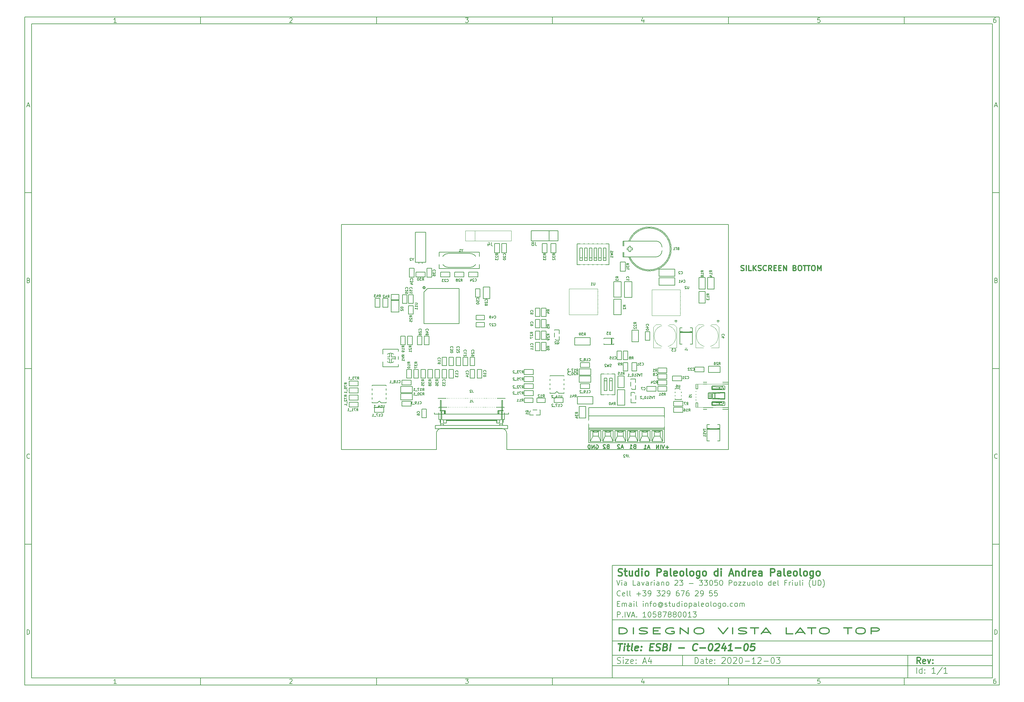
<source format=gbo>
G04 #@! TF.GenerationSoftware,KiCad,Pcbnew,(5.1.7)-1*
G04 #@! TF.CreationDate,2020-12-03T10:55:37+01:00*
G04 #@! TF.ProjectId,C-0241-05,432d3032-3431-42d3-9035-2e6b69636164,rev?*
G04 #@! TF.SameCoordinates,PX5f5e100PY7ed6b40*
G04 #@! TF.FileFunction,Legend,Bot*
G04 #@! TF.FilePolarity,Positive*
%FSLAX46Y46*%
G04 Gerber Fmt 4.6, Leading zero omitted, Abs format (unit mm)*
G04 Created by KiCad (PCBNEW (5.1.7)-1) date 2020-12-03 10:55:37*
%MOMM*%
%LPD*%
G01*
G04 APERTURE LIST*
%ADD10C,0.100000*%
%ADD11C,0.150000*%
%ADD12C,0.340000*%
%ADD13C,0.400000*%
%ADD14C,0.250000*%
%ADD15C,0.300000*%
G04 #@! TA.AperFunction,Profile*
%ADD16C,0.150000*%
G04 #@! TD*
%ADD17C,0.120000*%
%ADD18C,2.602000*%
%ADD19C,1.602000*%
%ADD20O,1.402000X0.702000*%
%ADD21O,4.102000X2.102000*%
%ADD22O,6.102000X3.102000*%
%ADD23C,3.000000*%
%ADD24C,6.102000*%
%ADD25C,5.302000*%
%ADD26C,5.102000*%
%ADD27C,1.672000*%
%ADD28C,1.802000*%
%ADD29O,1.702000X1.702000*%
%ADD30O,1.802000X1.802000*%
%ADD31O,1.702000X0.702000*%
%ADD32C,1.302000*%
%ADD33O,0.702000X1.402000*%
%ADD34O,1.202000X1.702000*%
%ADD35C,1.102000*%
%ADD36O,0.902000X1.102000*%
%ADD37O,1.602000X2.102000*%
G04 APERTURE END LIST*
D10*
D11*
X77002200Y-33007200D02*
X77002200Y-65007200D01*
X185002200Y-65007200D01*
X185002200Y-33007200D01*
X77002200Y-33007200D01*
D10*
D11*
X-90000000Y123000000D02*
X-90000000Y-67007200D01*
X187002200Y-67007200D01*
X187002200Y123000000D01*
X-90000000Y123000000D01*
D10*
D11*
X-88000000Y121000000D02*
X-88000000Y-65007200D01*
X185002200Y-65007200D01*
X185002200Y121000000D01*
X-88000000Y121000000D01*
D10*
D11*
X-40000000Y121000000D02*
X-40000000Y123000000D01*
D10*
D11*
X10000000Y121000000D02*
X10000000Y123000000D01*
D10*
D11*
X60000000Y121000000D02*
X60000000Y123000000D01*
D10*
D11*
X110000000Y121000000D02*
X110000000Y123000000D01*
D10*
D11*
X160000000Y121000000D02*
X160000000Y123000000D01*
D10*
D11*
X-63934524Y121411905D02*
X-64677381Y121411905D01*
X-64305953Y121411905D02*
X-64305953Y122711905D01*
X-64429762Y122526191D01*
X-64553572Y122402381D01*
X-64677381Y122340477D01*
D10*
D11*
X-14677381Y122588096D02*
X-14615477Y122650000D01*
X-14491667Y122711905D01*
X-14182143Y122711905D01*
X-14058334Y122650000D01*
X-13996429Y122588096D01*
X-13934524Y122464286D01*
X-13934524Y122340477D01*
X-13996429Y122154762D01*
X-14739286Y121411905D01*
X-13934524Y121411905D01*
D10*
D11*
X35260714Y122711905D02*
X36065476Y122711905D01*
X35632142Y122216667D01*
X35817857Y122216667D01*
X35941666Y122154762D01*
X36003571Y122092858D01*
X36065476Y121969048D01*
X36065476Y121659524D01*
X36003571Y121535715D01*
X35941666Y121473810D01*
X35817857Y121411905D01*
X35446428Y121411905D01*
X35322619Y121473810D01*
X35260714Y121535715D01*
D10*
D11*
X85941666Y122278572D02*
X85941666Y121411905D01*
X85632142Y122773810D02*
X85322619Y121845239D01*
X86127380Y121845239D01*
D10*
D11*
X136003571Y122711905D02*
X135384523Y122711905D01*
X135322619Y122092858D01*
X135384523Y122154762D01*
X135508333Y122216667D01*
X135817857Y122216667D01*
X135941666Y122154762D01*
X136003571Y122092858D01*
X136065476Y121969048D01*
X136065476Y121659524D01*
X136003571Y121535715D01*
X135941666Y121473810D01*
X135817857Y121411905D01*
X135508333Y121411905D01*
X135384523Y121473810D01*
X135322619Y121535715D01*
D10*
D11*
X185941666Y122711905D02*
X185694047Y122711905D01*
X185570238Y122650000D01*
X185508333Y122588096D01*
X185384523Y122402381D01*
X185322619Y122154762D01*
X185322619Y121659524D01*
X185384523Y121535715D01*
X185446428Y121473810D01*
X185570238Y121411905D01*
X185817857Y121411905D01*
X185941666Y121473810D01*
X186003571Y121535715D01*
X186065476Y121659524D01*
X186065476Y121969048D01*
X186003571Y122092858D01*
X185941666Y122154762D01*
X185817857Y122216667D01*
X185570238Y122216667D01*
X185446428Y122154762D01*
X185384523Y122092858D01*
X185322619Y121969048D01*
D10*
D11*
X-40000000Y-65007200D02*
X-40000000Y-67007200D01*
D10*
D11*
X10000000Y-65007200D02*
X10000000Y-67007200D01*
D10*
D11*
X60000000Y-65007200D02*
X60000000Y-67007200D01*
D10*
D11*
X110000000Y-65007200D02*
X110000000Y-67007200D01*
D10*
D11*
X160000000Y-65007200D02*
X160000000Y-67007200D01*
D10*
D11*
X-63934524Y-66595295D02*
X-64677381Y-66595295D01*
X-64305953Y-66595295D02*
X-64305953Y-65295295D01*
X-64429762Y-65481009D01*
X-64553572Y-65604819D01*
X-64677381Y-65666723D01*
D10*
D11*
X-14677381Y-65419104D02*
X-14615477Y-65357200D01*
X-14491667Y-65295295D01*
X-14182143Y-65295295D01*
X-14058334Y-65357200D01*
X-13996429Y-65419104D01*
X-13934524Y-65542914D01*
X-13934524Y-65666723D01*
X-13996429Y-65852438D01*
X-14739286Y-66595295D01*
X-13934524Y-66595295D01*
D10*
D11*
X35260714Y-65295295D02*
X36065476Y-65295295D01*
X35632142Y-65790533D01*
X35817857Y-65790533D01*
X35941666Y-65852438D01*
X36003571Y-65914342D01*
X36065476Y-66038152D01*
X36065476Y-66347676D01*
X36003571Y-66471485D01*
X35941666Y-66533390D01*
X35817857Y-66595295D01*
X35446428Y-66595295D01*
X35322619Y-66533390D01*
X35260714Y-66471485D01*
D10*
D11*
X85941666Y-65728628D02*
X85941666Y-66595295D01*
X85632142Y-65233390D02*
X85322619Y-66161961D01*
X86127380Y-66161961D01*
D10*
D11*
X136003571Y-65295295D02*
X135384523Y-65295295D01*
X135322619Y-65914342D01*
X135384523Y-65852438D01*
X135508333Y-65790533D01*
X135817857Y-65790533D01*
X135941666Y-65852438D01*
X136003571Y-65914342D01*
X136065476Y-66038152D01*
X136065476Y-66347676D01*
X136003571Y-66471485D01*
X135941666Y-66533390D01*
X135817857Y-66595295D01*
X135508333Y-66595295D01*
X135384523Y-66533390D01*
X135322619Y-66471485D01*
D10*
D11*
X185941666Y-65295295D02*
X185694047Y-65295295D01*
X185570238Y-65357200D01*
X185508333Y-65419104D01*
X185384523Y-65604819D01*
X185322619Y-65852438D01*
X185322619Y-66347676D01*
X185384523Y-66471485D01*
X185446428Y-66533390D01*
X185570238Y-66595295D01*
X185817857Y-66595295D01*
X185941666Y-66533390D01*
X186003571Y-66471485D01*
X186065476Y-66347676D01*
X186065476Y-66038152D01*
X186003571Y-65914342D01*
X185941666Y-65852438D01*
X185817857Y-65790533D01*
X185570238Y-65790533D01*
X185446428Y-65852438D01*
X185384523Y-65914342D01*
X185322619Y-66038152D01*
D10*
D11*
X-90000000Y73000000D02*
X-88000000Y73000000D01*
D10*
D11*
X-90000000Y23000000D02*
X-88000000Y23000000D01*
D10*
D11*
X-90000000Y-27000000D02*
X-88000000Y-27000000D01*
D10*
D11*
X-89309524Y97783334D02*
X-88690477Y97783334D01*
X-89433334Y97411905D02*
X-89000000Y98711905D01*
X-88566667Y97411905D01*
D10*
D11*
X-88907143Y48092858D02*
X-88721429Y48030953D01*
X-88659524Y47969048D01*
X-88597620Y47845239D01*
X-88597620Y47659524D01*
X-88659524Y47535715D01*
X-88721429Y47473810D01*
X-88845239Y47411905D01*
X-89340477Y47411905D01*
X-89340477Y48711905D01*
X-88907143Y48711905D01*
X-88783334Y48650000D01*
X-88721429Y48588096D01*
X-88659524Y48464286D01*
X-88659524Y48340477D01*
X-88721429Y48216667D01*
X-88783334Y48154762D01*
X-88907143Y48092858D01*
X-89340477Y48092858D01*
D10*
D11*
X-88597620Y-2464285D02*
X-88659524Y-2526190D01*
X-88845239Y-2588095D01*
X-88969048Y-2588095D01*
X-89154762Y-2526190D01*
X-89278572Y-2402380D01*
X-89340477Y-2278571D01*
X-89402381Y-2030952D01*
X-89402381Y-1845238D01*
X-89340477Y-1597619D01*
X-89278572Y-1473809D01*
X-89154762Y-1350000D01*
X-88969048Y-1288095D01*
X-88845239Y-1288095D01*
X-88659524Y-1350000D01*
X-88597620Y-1411904D01*
D10*
D11*
X-89340477Y-52588095D02*
X-89340477Y-51288095D01*
X-89030953Y-51288095D01*
X-88845239Y-51350000D01*
X-88721429Y-51473809D01*
X-88659524Y-51597619D01*
X-88597620Y-51845238D01*
X-88597620Y-52030952D01*
X-88659524Y-52278571D01*
X-88721429Y-52402380D01*
X-88845239Y-52526190D01*
X-89030953Y-52588095D01*
X-89340477Y-52588095D01*
D10*
D11*
X187002200Y73000000D02*
X185002200Y73000000D01*
D10*
D11*
X187002200Y23000000D02*
X185002200Y23000000D01*
D10*
D11*
X187002200Y-27000000D02*
X185002200Y-27000000D01*
D10*
D11*
X185692676Y97783334D02*
X186311723Y97783334D01*
X185568866Y97411905D02*
X186002200Y98711905D01*
X186435533Y97411905D01*
D10*
D11*
X186095057Y48092858D02*
X186280771Y48030953D01*
X186342676Y47969048D01*
X186404580Y47845239D01*
X186404580Y47659524D01*
X186342676Y47535715D01*
X186280771Y47473810D01*
X186156961Y47411905D01*
X185661723Y47411905D01*
X185661723Y48711905D01*
X186095057Y48711905D01*
X186218866Y48650000D01*
X186280771Y48588096D01*
X186342676Y48464286D01*
X186342676Y48340477D01*
X186280771Y48216667D01*
X186218866Y48154762D01*
X186095057Y48092858D01*
X185661723Y48092858D01*
D10*
D11*
X186404580Y-2464285D02*
X186342676Y-2526190D01*
X186156961Y-2588095D01*
X186033152Y-2588095D01*
X185847438Y-2526190D01*
X185723628Y-2402380D01*
X185661723Y-2278571D01*
X185599819Y-2030952D01*
X185599819Y-1845238D01*
X185661723Y-1597619D01*
X185723628Y-1473809D01*
X185847438Y-1350000D01*
X186033152Y-1288095D01*
X186156961Y-1288095D01*
X186342676Y-1350000D01*
X186404580Y-1411904D01*
D10*
D11*
X185661723Y-52588095D02*
X185661723Y-51288095D01*
X185971247Y-51288095D01*
X186156961Y-51350000D01*
X186280771Y-51473809D01*
X186342676Y-51597619D01*
X186404580Y-51845238D01*
X186404580Y-52030952D01*
X186342676Y-52278571D01*
X186280771Y-52402380D01*
X186156961Y-52526190D01*
X185971247Y-52588095D01*
X185661723Y-52588095D01*
D10*
D11*
X100481961Y-60876247D02*
X100481961Y-59176247D01*
X100886723Y-59176247D01*
X101129580Y-59257200D01*
X101291485Y-59419104D01*
X101372438Y-59581009D01*
X101453390Y-59904819D01*
X101453390Y-60147676D01*
X101372438Y-60471485D01*
X101291485Y-60633390D01*
X101129580Y-60795295D01*
X100886723Y-60876247D01*
X100481961Y-60876247D01*
X102910533Y-60876247D02*
X102910533Y-59985771D01*
X102829580Y-59823866D01*
X102667676Y-59742914D01*
X102343866Y-59742914D01*
X102181961Y-59823866D01*
X102910533Y-60795295D02*
X102748628Y-60876247D01*
X102343866Y-60876247D01*
X102181961Y-60795295D01*
X102101009Y-60633390D01*
X102101009Y-60471485D01*
X102181961Y-60309580D01*
X102343866Y-60228628D01*
X102748628Y-60228628D01*
X102910533Y-60147676D01*
X103477200Y-59742914D02*
X104124819Y-59742914D01*
X103720057Y-59176247D02*
X103720057Y-60633390D01*
X103801009Y-60795295D01*
X103962914Y-60876247D01*
X104124819Y-60876247D01*
X105339104Y-60795295D02*
X105177200Y-60876247D01*
X104853390Y-60876247D01*
X104691485Y-60795295D01*
X104610533Y-60633390D01*
X104610533Y-59985771D01*
X104691485Y-59823866D01*
X104853390Y-59742914D01*
X105177200Y-59742914D01*
X105339104Y-59823866D01*
X105420057Y-59985771D01*
X105420057Y-60147676D01*
X104610533Y-60309580D01*
X106148628Y-60714342D02*
X106229580Y-60795295D01*
X106148628Y-60876247D01*
X106067676Y-60795295D01*
X106148628Y-60714342D01*
X106148628Y-60876247D01*
X106148628Y-59823866D02*
X106229580Y-59904819D01*
X106148628Y-59985771D01*
X106067676Y-59904819D01*
X106148628Y-59823866D01*
X106148628Y-59985771D01*
X108172438Y-59338152D02*
X108253390Y-59257200D01*
X108415295Y-59176247D01*
X108820057Y-59176247D01*
X108981961Y-59257200D01*
X109062914Y-59338152D01*
X109143866Y-59500057D01*
X109143866Y-59661961D01*
X109062914Y-59904819D01*
X108091485Y-60876247D01*
X109143866Y-60876247D01*
X110196247Y-59176247D02*
X110358152Y-59176247D01*
X110520057Y-59257200D01*
X110601009Y-59338152D01*
X110681961Y-59500057D01*
X110762914Y-59823866D01*
X110762914Y-60228628D01*
X110681961Y-60552438D01*
X110601009Y-60714342D01*
X110520057Y-60795295D01*
X110358152Y-60876247D01*
X110196247Y-60876247D01*
X110034342Y-60795295D01*
X109953390Y-60714342D01*
X109872438Y-60552438D01*
X109791485Y-60228628D01*
X109791485Y-59823866D01*
X109872438Y-59500057D01*
X109953390Y-59338152D01*
X110034342Y-59257200D01*
X110196247Y-59176247D01*
X111410533Y-59338152D02*
X111491485Y-59257200D01*
X111653390Y-59176247D01*
X112058152Y-59176247D01*
X112220057Y-59257200D01*
X112301009Y-59338152D01*
X112381961Y-59500057D01*
X112381961Y-59661961D01*
X112301009Y-59904819D01*
X111329580Y-60876247D01*
X112381961Y-60876247D01*
X113434342Y-59176247D02*
X113596247Y-59176247D01*
X113758152Y-59257200D01*
X113839104Y-59338152D01*
X113920057Y-59500057D01*
X114001009Y-59823866D01*
X114001009Y-60228628D01*
X113920057Y-60552438D01*
X113839104Y-60714342D01*
X113758152Y-60795295D01*
X113596247Y-60876247D01*
X113434342Y-60876247D01*
X113272438Y-60795295D01*
X113191485Y-60714342D01*
X113110533Y-60552438D01*
X113029580Y-60228628D01*
X113029580Y-59823866D01*
X113110533Y-59500057D01*
X113191485Y-59338152D01*
X113272438Y-59257200D01*
X113434342Y-59176247D01*
X114729580Y-60228628D02*
X116024819Y-60228628D01*
X117724819Y-60876247D02*
X116753390Y-60876247D01*
X117239104Y-60876247D02*
X117239104Y-59176247D01*
X117077200Y-59419104D01*
X116915295Y-59581009D01*
X116753390Y-59661961D01*
X118372438Y-59338152D02*
X118453390Y-59257200D01*
X118615295Y-59176247D01*
X119020057Y-59176247D01*
X119181961Y-59257200D01*
X119262914Y-59338152D01*
X119343866Y-59500057D01*
X119343866Y-59661961D01*
X119262914Y-59904819D01*
X118291485Y-60876247D01*
X119343866Y-60876247D01*
X120072438Y-60228628D02*
X121367676Y-60228628D01*
X122501009Y-59176247D02*
X122662914Y-59176247D01*
X122824819Y-59257200D01*
X122905771Y-59338152D01*
X122986723Y-59500057D01*
X123067676Y-59823866D01*
X123067676Y-60228628D01*
X122986723Y-60552438D01*
X122905771Y-60714342D01*
X122824819Y-60795295D01*
X122662914Y-60876247D01*
X122501009Y-60876247D01*
X122339104Y-60795295D01*
X122258152Y-60714342D01*
X122177200Y-60552438D01*
X122096247Y-60228628D01*
X122096247Y-59823866D01*
X122177200Y-59500057D01*
X122258152Y-59338152D01*
X122339104Y-59257200D01*
X122501009Y-59176247D01*
X123634342Y-59176247D02*
X124686723Y-59176247D01*
X124120057Y-59823866D01*
X124362914Y-59823866D01*
X124524819Y-59904819D01*
X124605771Y-59985771D01*
X124686723Y-60147676D01*
X124686723Y-60552438D01*
X124605771Y-60714342D01*
X124524819Y-60795295D01*
X124362914Y-60876247D01*
X123877200Y-60876247D01*
X123715295Y-60795295D01*
X123634342Y-60714342D01*
D10*
D11*
X77002200Y-61507200D02*
X185002200Y-61507200D01*
D10*
D11*
X77002200Y-58507200D02*
X185002200Y-58507200D01*
D10*
D12*
X164599390Y-60876247D02*
X164032723Y-60066723D01*
X163627961Y-60876247D02*
X163627961Y-59176247D01*
X164275580Y-59176247D01*
X164437485Y-59257200D01*
X164518438Y-59338152D01*
X164599390Y-59500057D01*
X164599390Y-59742914D01*
X164518438Y-59904819D01*
X164437485Y-59985771D01*
X164275580Y-60066723D01*
X163627961Y-60066723D01*
X165975580Y-60795295D02*
X165813676Y-60876247D01*
X165489866Y-60876247D01*
X165327961Y-60795295D01*
X165247009Y-60633390D01*
X165247009Y-59985771D01*
X165327961Y-59823866D01*
X165489866Y-59742914D01*
X165813676Y-59742914D01*
X165975580Y-59823866D01*
X166056533Y-59985771D01*
X166056533Y-60147676D01*
X165247009Y-60309580D01*
X166623200Y-59742914D02*
X167027961Y-60876247D01*
X167432723Y-59742914D01*
X168080342Y-60714342D02*
X168161295Y-60795295D01*
X168080342Y-60876247D01*
X167999390Y-60795295D01*
X168080342Y-60714342D01*
X168080342Y-60876247D01*
X168080342Y-59823866D02*
X168161295Y-59904819D01*
X168080342Y-59985771D01*
X167999390Y-59904819D01*
X168080342Y-59823866D01*
X168080342Y-59985771D01*
D10*
D11*
X78401009Y-60795295D02*
X78643866Y-60876247D01*
X79048628Y-60876247D01*
X79210533Y-60795295D01*
X79291485Y-60714342D01*
X79372438Y-60552438D01*
X79372438Y-60390533D01*
X79291485Y-60228628D01*
X79210533Y-60147676D01*
X79048628Y-60066723D01*
X78724819Y-59985771D01*
X78562914Y-59904819D01*
X78481961Y-59823866D01*
X78401009Y-59661961D01*
X78401009Y-59500057D01*
X78481961Y-59338152D01*
X78562914Y-59257200D01*
X78724819Y-59176247D01*
X79129580Y-59176247D01*
X79372438Y-59257200D01*
X80101009Y-60876247D02*
X80101009Y-59742914D01*
X80101009Y-59176247D02*
X80020057Y-59257200D01*
X80101009Y-59338152D01*
X80181961Y-59257200D01*
X80101009Y-59176247D01*
X80101009Y-59338152D01*
X80748628Y-59742914D02*
X81639104Y-59742914D01*
X80748628Y-60876247D01*
X81639104Y-60876247D01*
X82934342Y-60795295D02*
X82772438Y-60876247D01*
X82448628Y-60876247D01*
X82286723Y-60795295D01*
X82205771Y-60633390D01*
X82205771Y-59985771D01*
X82286723Y-59823866D01*
X82448628Y-59742914D01*
X82772438Y-59742914D01*
X82934342Y-59823866D01*
X83015295Y-59985771D01*
X83015295Y-60147676D01*
X82205771Y-60309580D01*
X83743866Y-60714342D02*
X83824819Y-60795295D01*
X83743866Y-60876247D01*
X83662914Y-60795295D01*
X83743866Y-60714342D01*
X83743866Y-60876247D01*
X83743866Y-59823866D02*
X83824819Y-59904819D01*
X83743866Y-59985771D01*
X83662914Y-59904819D01*
X83743866Y-59823866D01*
X83743866Y-59985771D01*
X85767676Y-60390533D02*
X86577200Y-60390533D01*
X85605771Y-60876247D02*
X86172438Y-59176247D01*
X86739104Y-60876247D01*
X88034342Y-59742914D02*
X88034342Y-60876247D01*
X87629580Y-59095295D02*
X87224819Y-60309580D01*
X88277200Y-60309580D01*
D10*
D11*
X163481961Y-63676247D02*
X163481961Y-61976247D01*
X165020057Y-63676247D02*
X165020057Y-61976247D01*
X165020057Y-63595295D02*
X164858152Y-63676247D01*
X164534342Y-63676247D01*
X164372438Y-63595295D01*
X164291485Y-63514342D01*
X164210533Y-63352438D01*
X164210533Y-62866723D01*
X164291485Y-62704819D01*
X164372438Y-62623866D01*
X164534342Y-62542914D01*
X164858152Y-62542914D01*
X165020057Y-62623866D01*
X165829580Y-63514342D02*
X165910533Y-63595295D01*
X165829580Y-63676247D01*
X165748628Y-63595295D01*
X165829580Y-63514342D01*
X165829580Y-63676247D01*
X165829580Y-62623866D02*
X165910533Y-62704819D01*
X165829580Y-62785771D01*
X165748628Y-62704819D01*
X165829580Y-62623866D01*
X165829580Y-62785771D01*
X168824819Y-63676247D02*
X167853390Y-63676247D01*
X168339104Y-63676247D02*
X168339104Y-61976247D01*
X168177200Y-62219104D01*
X168015295Y-62381009D01*
X167853390Y-62461961D01*
X170767676Y-61895295D02*
X169310533Y-64081009D01*
X172224819Y-63676247D02*
X171253390Y-63676247D01*
X171739104Y-63676247D02*
X171739104Y-61976247D01*
X171577200Y-62219104D01*
X171415295Y-62381009D01*
X171253390Y-62461961D01*
D10*
D11*
X77002200Y-54507200D02*
X185002200Y-54507200D01*
D10*
D13*
X78714580Y-55211961D02*
X79857438Y-55211961D01*
X79036009Y-57211961D02*
X79286009Y-55211961D01*
X80274104Y-57211961D02*
X80440771Y-55878628D01*
X80524104Y-55211961D02*
X80416961Y-55307200D01*
X80500295Y-55402438D01*
X80607438Y-55307200D01*
X80524104Y-55211961D01*
X80500295Y-55402438D01*
X81107438Y-55878628D02*
X81869342Y-55878628D01*
X81476485Y-55211961D02*
X81262200Y-56926247D01*
X81333628Y-57116723D01*
X81512200Y-57211961D01*
X81702676Y-57211961D01*
X82655057Y-57211961D02*
X82476485Y-57116723D01*
X82405057Y-56926247D01*
X82619342Y-55211961D01*
X84190771Y-57116723D02*
X83988390Y-57211961D01*
X83607438Y-57211961D01*
X83428866Y-57116723D01*
X83357438Y-56926247D01*
X83452676Y-56164342D01*
X83571723Y-55973866D01*
X83774104Y-55878628D01*
X84155057Y-55878628D01*
X84333628Y-55973866D01*
X84405057Y-56164342D01*
X84381247Y-56354819D01*
X83405057Y-56545295D01*
X85155057Y-57021485D02*
X85238390Y-57116723D01*
X85131247Y-57211961D01*
X85047914Y-57116723D01*
X85155057Y-57021485D01*
X85131247Y-57211961D01*
X85286009Y-55973866D02*
X85369342Y-56069104D01*
X85262200Y-56164342D01*
X85178866Y-56069104D01*
X85286009Y-55973866D01*
X85262200Y-56164342D01*
X87738390Y-56164342D02*
X88405057Y-56164342D01*
X88559819Y-57211961D02*
X87607438Y-57211961D01*
X87857438Y-55211961D01*
X88809819Y-55211961D01*
X89333628Y-57116723D02*
X89607438Y-57211961D01*
X90083628Y-57211961D01*
X90286009Y-57116723D01*
X90393152Y-57021485D01*
X90512200Y-56831009D01*
X90536009Y-56640533D01*
X90464580Y-56450057D01*
X90381247Y-56354819D01*
X90202676Y-56259580D01*
X89833628Y-56164342D01*
X89655057Y-56069104D01*
X89571723Y-55973866D01*
X89500295Y-55783390D01*
X89524104Y-55592914D01*
X89643152Y-55402438D01*
X89750295Y-55307200D01*
X89952676Y-55211961D01*
X90428866Y-55211961D01*
X90702676Y-55307200D01*
X92119342Y-56164342D02*
X92393152Y-56259580D01*
X92476485Y-56354819D01*
X92547914Y-56545295D01*
X92512200Y-56831009D01*
X92393152Y-57021485D01*
X92286009Y-57116723D01*
X92083628Y-57211961D01*
X91321723Y-57211961D01*
X91571723Y-55211961D01*
X92238390Y-55211961D01*
X92416961Y-55307200D01*
X92500295Y-55402438D01*
X92571723Y-55592914D01*
X92547914Y-55783390D01*
X92428866Y-55973866D01*
X92321723Y-56069104D01*
X92119342Y-56164342D01*
X91452676Y-56164342D01*
X93321723Y-57211961D02*
X93571723Y-55211961D01*
X95893152Y-56450057D02*
X97416961Y-56450057D01*
X100964580Y-57021485D02*
X100857438Y-57116723D01*
X100559819Y-57211961D01*
X100369342Y-57211961D01*
X100095533Y-57116723D01*
X99928866Y-56926247D01*
X99857438Y-56735771D01*
X99809819Y-56354819D01*
X99845533Y-56069104D01*
X99988390Y-55688152D01*
X100107438Y-55497676D01*
X100321723Y-55307200D01*
X100619342Y-55211961D01*
X100809819Y-55211961D01*
X101083628Y-55307200D01*
X101166961Y-55402438D01*
X101893152Y-56450057D02*
X103416961Y-56450057D01*
X104905057Y-55211961D02*
X105095533Y-55211961D01*
X105274104Y-55307200D01*
X105357438Y-55402438D01*
X105428866Y-55592914D01*
X105476485Y-55973866D01*
X105416961Y-56450057D01*
X105274104Y-56831009D01*
X105155057Y-57021485D01*
X105047914Y-57116723D01*
X104845533Y-57211961D01*
X104655057Y-57211961D01*
X104476485Y-57116723D01*
X104393152Y-57021485D01*
X104321723Y-56831009D01*
X104274104Y-56450057D01*
X104333628Y-55973866D01*
X104476485Y-55592914D01*
X104595533Y-55402438D01*
X104702676Y-55307200D01*
X104905057Y-55211961D01*
X106309819Y-55402438D02*
X106416961Y-55307200D01*
X106619342Y-55211961D01*
X107095533Y-55211961D01*
X107274104Y-55307200D01*
X107357438Y-55402438D01*
X107428866Y-55592914D01*
X107405057Y-55783390D01*
X107274104Y-56069104D01*
X105988390Y-57211961D01*
X107226485Y-57211961D01*
X109107438Y-55878628D02*
X108940771Y-57211961D01*
X108726485Y-55116723D02*
X108071723Y-56545295D01*
X109309819Y-56545295D01*
X111036009Y-57211961D02*
X109893152Y-57211961D01*
X110464580Y-57211961D02*
X110714580Y-55211961D01*
X110488390Y-55497676D01*
X110274104Y-55688152D01*
X110071723Y-55783390D01*
X111988390Y-56450057D02*
X113512200Y-56450057D01*
X115000295Y-55211961D02*
X115190771Y-55211961D01*
X115369342Y-55307200D01*
X115452676Y-55402438D01*
X115524104Y-55592914D01*
X115571723Y-55973866D01*
X115512200Y-56450057D01*
X115369342Y-56831009D01*
X115250295Y-57021485D01*
X115143152Y-57116723D01*
X114940771Y-57211961D01*
X114750295Y-57211961D01*
X114571723Y-57116723D01*
X114488390Y-57021485D01*
X114416961Y-56831009D01*
X114369342Y-56450057D01*
X114428866Y-55973866D01*
X114571723Y-55592914D01*
X114690771Y-55402438D01*
X114797914Y-55307200D01*
X115000295Y-55211961D01*
X117476485Y-55211961D02*
X116524104Y-55211961D01*
X116309819Y-56164342D01*
X116416961Y-56069104D01*
X116619342Y-55973866D01*
X117095533Y-55973866D01*
X117274104Y-56069104D01*
X117357438Y-56164342D01*
X117428866Y-56354819D01*
X117369342Y-56831009D01*
X117250295Y-57021485D01*
X117143152Y-57116723D01*
X116940771Y-57211961D01*
X116464580Y-57211961D01*
X116286009Y-57116723D01*
X116202676Y-57021485D01*
D10*
D11*
X77002200Y-48507200D02*
X185002200Y-48507200D01*
D10*
D11*
X78434342Y-43900057D02*
X78934342Y-43900057D01*
X79148628Y-44685771D02*
X78434342Y-44685771D01*
X78434342Y-43185771D01*
X79148628Y-43185771D01*
X79791485Y-44685771D02*
X79791485Y-43685771D01*
X79791485Y-43828628D02*
X79862914Y-43757200D01*
X80005771Y-43685771D01*
X80220057Y-43685771D01*
X80362914Y-43757200D01*
X80434342Y-43900057D01*
X80434342Y-44685771D01*
X80434342Y-43900057D02*
X80505771Y-43757200D01*
X80648628Y-43685771D01*
X80862914Y-43685771D01*
X81005771Y-43757200D01*
X81077200Y-43900057D01*
X81077200Y-44685771D01*
X82434342Y-44685771D02*
X82434342Y-43900057D01*
X82362914Y-43757200D01*
X82220057Y-43685771D01*
X81934342Y-43685771D01*
X81791485Y-43757200D01*
X82434342Y-44614342D02*
X82291485Y-44685771D01*
X81934342Y-44685771D01*
X81791485Y-44614342D01*
X81720057Y-44471485D01*
X81720057Y-44328628D01*
X81791485Y-44185771D01*
X81934342Y-44114342D01*
X82291485Y-44114342D01*
X82434342Y-44042914D01*
X83148628Y-44685771D02*
X83148628Y-43685771D01*
X83148628Y-43185771D02*
X83077200Y-43257200D01*
X83148628Y-43328628D01*
X83220057Y-43257200D01*
X83148628Y-43185771D01*
X83148628Y-43328628D01*
X84077200Y-44685771D02*
X83934342Y-44614342D01*
X83862914Y-44471485D01*
X83862914Y-43185771D01*
X85791485Y-44685771D02*
X85791485Y-43685771D01*
X85791485Y-43185771D02*
X85720057Y-43257200D01*
X85791485Y-43328628D01*
X85862914Y-43257200D01*
X85791485Y-43185771D01*
X85791485Y-43328628D01*
X86505771Y-43685771D02*
X86505771Y-44685771D01*
X86505771Y-43828628D02*
X86577200Y-43757200D01*
X86720057Y-43685771D01*
X86934342Y-43685771D01*
X87077200Y-43757200D01*
X87148628Y-43900057D01*
X87148628Y-44685771D01*
X87648628Y-43685771D02*
X88220057Y-43685771D01*
X87862914Y-44685771D02*
X87862914Y-43400057D01*
X87934342Y-43257200D01*
X88077200Y-43185771D01*
X88220057Y-43185771D01*
X88934342Y-44685771D02*
X88791485Y-44614342D01*
X88720057Y-44542914D01*
X88648628Y-44400057D01*
X88648628Y-43971485D01*
X88720057Y-43828628D01*
X88791485Y-43757200D01*
X88934342Y-43685771D01*
X89148628Y-43685771D01*
X89291485Y-43757200D01*
X89362914Y-43828628D01*
X89434342Y-43971485D01*
X89434342Y-44400057D01*
X89362914Y-44542914D01*
X89291485Y-44614342D01*
X89148628Y-44685771D01*
X88934342Y-44685771D01*
X91005771Y-43971485D02*
X90934342Y-43900057D01*
X90791485Y-43828628D01*
X90648628Y-43828628D01*
X90505771Y-43900057D01*
X90434342Y-43971485D01*
X90362914Y-44114342D01*
X90362914Y-44257200D01*
X90434342Y-44400057D01*
X90505771Y-44471485D01*
X90648628Y-44542914D01*
X90791485Y-44542914D01*
X90934342Y-44471485D01*
X91005771Y-44400057D01*
X91005771Y-43828628D02*
X91005771Y-44400057D01*
X91077200Y-44471485D01*
X91148628Y-44471485D01*
X91291485Y-44400057D01*
X91362914Y-44257200D01*
X91362914Y-43900057D01*
X91220057Y-43685771D01*
X91005771Y-43542914D01*
X90720057Y-43471485D01*
X90434342Y-43542914D01*
X90220057Y-43685771D01*
X90077200Y-43900057D01*
X90005771Y-44185771D01*
X90077200Y-44471485D01*
X90220057Y-44685771D01*
X90434342Y-44828628D01*
X90720057Y-44900057D01*
X91005771Y-44828628D01*
X91220057Y-44685771D01*
X91934342Y-44614342D02*
X92077200Y-44685771D01*
X92362914Y-44685771D01*
X92505771Y-44614342D01*
X92577200Y-44471485D01*
X92577200Y-44400057D01*
X92505771Y-44257200D01*
X92362914Y-44185771D01*
X92148628Y-44185771D01*
X92005771Y-44114342D01*
X91934342Y-43971485D01*
X91934342Y-43900057D01*
X92005771Y-43757200D01*
X92148628Y-43685771D01*
X92362914Y-43685771D01*
X92505771Y-43757200D01*
X93005771Y-43685771D02*
X93577200Y-43685771D01*
X93220057Y-43185771D02*
X93220057Y-44471485D01*
X93291485Y-44614342D01*
X93434342Y-44685771D01*
X93577200Y-44685771D01*
X94720057Y-43685771D02*
X94720057Y-44685771D01*
X94077200Y-43685771D02*
X94077200Y-44471485D01*
X94148628Y-44614342D01*
X94291485Y-44685771D01*
X94505771Y-44685771D01*
X94648628Y-44614342D01*
X94720057Y-44542914D01*
X96077200Y-44685771D02*
X96077200Y-43185771D01*
X96077200Y-44614342D02*
X95934342Y-44685771D01*
X95648628Y-44685771D01*
X95505771Y-44614342D01*
X95434342Y-44542914D01*
X95362914Y-44400057D01*
X95362914Y-43971485D01*
X95434342Y-43828628D01*
X95505771Y-43757200D01*
X95648628Y-43685771D01*
X95934342Y-43685771D01*
X96077200Y-43757200D01*
X96791485Y-44685771D02*
X96791485Y-43685771D01*
X96791485Y-43185771D02*
X96720057Y-43257200D01*
X96791485Y-43328628D01*
X96862914Y-43257200D01*
X96791485Y-43185771D01*
X96791485Y-43328628D01*
X97720057Y-44685771D02*
X97577200Y-44614342D01*
X97505771Y-44542914D01*
X97434342Y-44400057D01*
X97434342Y-43971485D01*
X97505771Y-43828628D01*
X97577200Y-43757200D01*
X97720057Y-43685771D01*
X97934342Y-43685771D01*
X98077200Y-43757200D01*
X98148628Y-43828628D01*
X98220057Y-43971485D01*
X98220057Y-44400057D01*
X98148628Y-44542914D01*
X98077200Y-44614342D01*
X97934342Y-44685771D01*
X97720057Y-44685771D01*
X98862914Y-43685771D02*
X98862914Y-45185771D01*
X98862914Y-43757200D02*
X99005771Y-43685771D01*
X99291485Y-43685771D01*
X99434342Y-43757200D01*
X99505771Y-43828628D01*
X99577200Y-43971485D01*
X99577200Y-44400057D01*
X99505771Y-44542914D01*
X99434342Y-44614342D01*
X99291485Y-44685771D01*
X99005771Y-44685771D01*
X98862914Y-44614342D01*
X100862914Y-44685771D02*
X100862914Y-43900057D01*
X100791485Y-43757200D01*
X100648628Y-43685771D01*
X100362914Y-43685771D01*
X100220057Y-43757200D01*
X100862914Y-44614342D02*
X100720057Y-44685771D01*
X100362914Y-44685771D01*
X100220057Y-44614342D01*
X100148628Y-44471485D01*
X100148628Y-44328628D01*
X100220057Y-44185771D01*
X100362914Y-44114342D01*
X100720057Y-44114342D01*
X100862914Y-44042914D01*
X101791485Y-44685771D02*
X101648628Y-44614342D01*
X101577200Y-44471485D01*
X101577200Y-43185771D01*
X102934342Y-44614342D02*
X102791485Y-44685771D01*
X102505771Y-44685771D01*
X102362914Y-44614342D01*
X102291485Y-44471485D01*
X102291485Y-43900057D01*
X102362914Y-43757200D01*
X102505771Y-43685771D01*
X102791485Y-43685771D01*
X102934342Y-43757200D01*
X103005771Y-43900057D01*
X103005771Y-44042914D01*
X102291485Y-44185771D01*
X103862914Y-44685771D02*
X103720057Y-44614342D01*
X103648628Y-44542914D01*
X103577200Y-44400057D01*
X103577200Y-43971485D01*
X103648628Y-43828628D01*
X103720057Y-43757200D01*
X103862914Y-43685771D01*
X104077200Y-43685771D01*
X104220057Y-43757200D01*
X104291485Y-43828628D01*
X104362914Y-43971485D01*
X104362914Y-44400057D01*
X104291485Y-44542914D01*
X104220057Y-44614342D01*
X104077200Y-44685771D01*
X103862914Y-44685771D01*
X105220057Y-44685771D02*
X105077200Y-44614342D01*
X105005771Y-44471485D01*
X105005771Y-43185771D01*
X106005771Y-44685771D02*
X105862914Y-44614342D01*
X105791485Y-44542914D01*
X105720057Y-44400057D01*
X105720057Y-43971485D01*
X105791485Y-43828628D01*
X105862914Y-43757200D01*
X106005771Y-43685771D01*
X106220057Y-43685771D01*
X106362914Y-43757200D01*
X106434342Y-43828628D01*
X106505771Y-43971485D01*
X106505771Y-44400057D01*
X106434342Y-44542914D01*
X106362914Y-44614342D01*
X106220057Y-44685771D01*
X106005771Y-44685771D01*
X107791485Y-43685771D02*
X107791485Y-44900057D01*
X107720057Y-45042914D01*
X107648628Y-45114342D01*
X107505771Y-45185771D01*
X107291485Y-45185771D01*
X107148628Y-45114342D01*
X107791485Y-44614342D02*
X107648628Y-44685771D01*
X107362914Y-44685771D01*
X107220057Y-44614342D01*
X107148628Y-44542914D01*
X107077200Y-44400057D01*
X107077200Y-43971485D01*
X107148628Y-43828628D01*
X107220057Y-43757200D01*
X107362914Y-43685771D01*
X107648628Y-43685771D01*
X107791485Y-43757200D01*
X108720057Y-44685771D02*
X108577200Y-44614342D01*
X108505771Y-44542914D01*
X108434342Y-44400057D01*
X108434342Y-43971485D01*
X108505771Y-43828628D01*
X108577200Y-43757200D01*
X108720057Y-43685771D01*
X108934342Y-43685771D01*
X109077200Y-43757200D01*
X109148628Y-43828628D01*
X109220057Y-43971485D01*
X109220057Y-44400057D01*
X109148628Y-44542914D01*
X109077200Y-44614342D01*
X108934342Y-44685771D01*
X108720057Y-44685771D01*
X109862914Y-44542914D02*
X109934342Y-44614342D01*
X109862914Y-44685771D01*
X109791485Y-44614342D01*
X109862914Y-44542914D01*
X109862914Y-44685771D01*
X111220057Y-44614342D02*
X111077200Y-44685771D01*
X110791485Y-44685771D01*
X110648628Y-44614342D01*
X110577200Y-44542914D01*
X110505771Y-44400057D01*
X110505771Y-43971485D01*
X110577200Y-43828628D01*
X110648628Y-43757200D01*
X110791485Y-43685771D01*
X111077200Y-43685771D01*
X111220057Y-43757200D01*
X112077200Y-44685771D02*
X111934342Y-44614342D01*
X111862914Y-44542914D01*
X111791485Y-44400057D01*
X111791485Y-43971485D01*
X111862914Y-43828628D01*
X111934342Y-43757200D01*
X112077200Y-43685771D01*
X112291485Y-43685771D01*
X112434342Y-43757200D01*
X112505771Y-43828628D01*
X112577200Y-43971485D01*
X112577200Y-44400057D01*
X112505771Y-44542914D01*
X112434342Y-44614342D01*
X112291485Y-44685771D01*
X112077200Y-44685771D01*
X113220057Y-44685771D02*
X113220057Y-43685771D01*
X113220057Y-43828628D02*
X113291485Y-43757200D01*
X113434342Y-43685771D01*
X113648628Y-43685771D01*
X113791485Y-43757200D01*
X113862914Y-43900057D01*
X113862914Y-44685771D01*
X113862914Y-43900057D02*
X113934342Y-43757200D01*
X114077200Y-43685771D01*
X114291485Y-43685771D01*
X114434342Y-43757200D01*
X114505771Y-43900057D01*
X114505771Y-44685771D01*
D10*
D11*
X79291485Y-41542914D02*
X79220057Y-41614342D01*
X79005771Y-41685771D01*
X78862914Y-41685771D01*
X78648628Y-41614342D01*
X78505771Y-41471485D01*
X78434342Y-41328628D01*
X78362914Y-41042914D01*
X78362914Y-40828628D01*
X78434342Y-40542914D01*
X78505771Y-40400057D01*
X78648628Y-40257200D01*
X78862914Y-40185771D01*
X79005771Y-40185771D01*
X79220057Y-40257200D01*
X79291485Y-40328628D01*
X80505771Y-41614342D02*
X80362914Y-41685771D01*
X80077200Y-41685771D01*
X79934342Y-41614342D01*
X79862914Y-41471485D01*
X79862914Y-40900057D01*
X79934342Y-40757200D01*
X80077200Y-40685771D01*
X80362914Y-40685771D01*
X80505771Y-40757200D01*
X80577200Y-40900057D01*
X80577200Y-41042914D01*
X79862914Y-41185771D01*
X81434342Y-41685771D02*
X81291485Y-41614342D01*
X81220057Y-41471485D01*
X81220057Y-40185771D01*
X82220057Y-41685771D02*
X82077200Y-41614342D01*
X82005771Y-41471485D01*
X82005771Y-40185771D01*
X83934342Y-41114342D02*
X85077200Y-41114342D01*
X84505771Y-41685771D02*
X84505771Y-40542914D01*
X85648628Y-40185771D02*
X86577200Y-40185771D01*
X86077200Y-40757200D01*
X86291485Y-40757200D01*
X86434342Y-40828628D01*
X86505771Y-40900057D01*
X86577200Y-41042914D01*
X86577200Y-41400057D01*
X86505771Y-41542914D01*
X86434342Y-41614342D01*
X86291485Y-41685771D01*
X85862914Y-41685771D01*
X85720057Y-41614342D01*
X85648628Y-41542914D01*
X87291485Y-41685771D02*
X87577200Y-41685771D01*
X87720057Y-41614342D01*
X87791485Y-41542914D01*
X87934342Y-41328628D01*
X88005771Y-41042914D01*
X88005771Y-40471485D01*
X87934342Y-40328628D01*
X87862914Y-40257200D01*
X87720057Y-40185771D01*
X87434342Y-40185771D01*
X87291485Y-40257200D01*
X87220057Y-40328628D01*
X87148628Y-40471485D01*
X87148628Y-40828628D01*
X87220057Y-40971485D01*
X87291485Y-41042914D01*
X87434342Y-41114342D01*
X87720057Y-41114342D01*
X87862914Y-41042914D01*
X87934342Y-40971485D01*
X88005771Y-40828628D01*
X89648628Y-40185771D02*
X90577200Y-40185771D01*
X90077200Y-40757200D01*
X90291485Y-40757200D01*
X90434342Y-40828628D01*
X90505771Y-40900057D01*
X90577200Y-41042914D01*
X90577200Y-41400057D01*
X90505771Y-41542914D01*
X90434342Y-41614342D01*
X90291485Y-41685771D01*
X89862914Y-41685771D01*
X89720057Y-41614342D01*
X89648628Y-41542914D01*
X91148628Y-40328628D02*
X91220057Y-40257200D01*
X91362914Y-40185771D01*
X91720057Y-40185771D01*
X91862914Y-40257200D01*
X91934342Y-40328628D01*
X92005771Y-40471485D01*
X92005771Y-40614342D01*
X91934342Y-40828628D01*
X91077200Y-41685771D01*
X92005771Y-41685771D01*
X92720057Y-41685771D02*
X93005771Y-41685771D01*
X93148628Y-41614342D01*
X93220057Y-41542914D01*
X93362914Y-41328628D01*
X93434342Y-41042914D01*
X93434342Y-40471485D01*
X93362914Y-40328628D01*
X93291485Y-40257200D01*
X93148628Y-40185771D01*
X92862914Y-40185771D01*
X92720057Y-40257200D01*
X92648628Y-40328628D01*
X92577200Y-40471485D01*
X92577200Y-40828628D01*
X92648628Y-40971485D01*
X92720057Y-41042914D01*
X92862914Y-41114342D01*
X93148628Y-41114342D01*
X93291485Y-41042914D01*
X93362914Y-40971485D01*
X93434342Y-40828628D01*
X95862914Y-40185771D02*
X95577200Y-40185771D01*
X95434342Y-40257200D01*
X95362914Y-40328628D01*
X95220057Y-40542914D01*
X95148628Y-40828628D01*
X95148628Y-41400057D01*
X95220057Y-41542914D01*
X95291485Y-41614342D01*
X95434342Y-41685771D01*
X95720057Y-41685771D01*
X95862914Y-41614342D01*
X95934342Y-41542914D01*
X96005771Y-41400057D01*
X96005771Y-41042914D01*
X95934342Y-40900057D01*
X95862914Y-40828628D01*
X95720057Y-40757200D01*
X95434342Y-40757200D01*
X95291485Y-40828628D01*
X95220057Y-40900057D01*
X95148628Y-41042914D01*
X96505771Y-40185771D02*
X97505771Y-40185771D01*
X96862914Y-41685771D01*
X98720057Y-40185771D02*
X98434342Y-40185771D01*
X98291485Y-40257200D01*
X98220057Y-40328628D01*
X98077200Y-40542914D01*
X98005771Y-40828628D01*
X98005771Y-41400057D01*
X98077200Y-41542914D01*
X98148628Y-41614342D01*
X98291485Y-41685771D01*
X98577200Y-41685771D01*
X98720057Y-41614342D01*
X98791485Y-41542914D01*
X98862914Y-41400057D01*
X98862914Y-41042914D01*
X98791485Y-40900057D01*
X98720057Y-40828628D01*
X98577200Y-40757200D01*
X98291485Y-40757200D01*
X98148628Y-40828628D01*
X98077200Y-40900057D01*
X98005771Y-41042914D01*
X100577200Y-40328628D02*
X100648628Y-40257200D01*
X100791485Y-40185771D01*
X101148628Y-40185771D01*
X101291485Y-40257200D01*
X101362914Y-40328628D01*
X101434342Y-40471485D01*
X101434342Y-40614342D01*
X101362914Y-40828628D01*
X100505771Y-41685771D01*
X101434342Y-41685771D01*
X102148628Y-41685771D02*
X102434342Y-41685771D01*
X102577200Y-41614342D01*
X102648628Y-41542914D01*
X102791485Y-41328628D01*
X102862914Y-41042914D01*
X102862914Y-40471485D01*
X102791485Y-40328628D01*
X102720057Y-40257200D01*
X102577200Y-40185771D01*
X102291485Y-40185771D01*
X102148628Y-40257200D01*
X102077200Y-40328628D01*
X102005771Y-40471485D01*
X102005771Y-40828628D01*
X102077200Y-40971485D01*
X102148628Y-41042914D01*
X102291485Y-41114342D01*
X102577200Y-41114342D01*
X102720057Y-41042914D01*
X102791485Y-40971485D01*
X102862914Y-40828628D01*
X105362914Y-40185771D02*
X104648628Y-40185771D01*
X104577200Y-40900057D01*
X104648628Y-40828628D01*
X104791485Y-40757200D01*
X105148628Y-40757200D01*
X105291485Y-40828628D01*
X105362914Y-40900057D01*
X105434342Y-41042914D01*
X105434342Y-41400057D01*
X105362914Y-41542914D01*
X105291485Y-41614342D01*
X105148628Y-41685771D01*
X104791485Y-41685771D01*
X104648628Y-41614342D01*
X104577200Y-41542914D01*
X106791485Y-40185771D02*
X106077200Y-40185771D01*
X106005771Y-40900057D01*
X106077200Y-40828628D01*
X106220057Y-40757200D01*
X106577200Y-40757200D01*
X106720057Y-40828628D01*
X106791485Y-40900057D01*
X106862914Y-41042914D01*
X106862914Y-41400057D01*
X106791485Y-41542914D01*
X106720057Y-41614342D01*
X106577200Y-41685771D01*
X106220057Y-41685771D01*
X106077200Y-41614342D01*
X106005771Y-41542914D01*
D10*
D11*
X78220057Y-37185771D02*
X78720057Y-38685771D01*
X79220057Y-37185771D01*
X79720057Y-38685771D02*
X79720057Y-37685771D01*
X79720057Y-37185771D02*
X79648628Y-37257200D01*
X79720057Y-37328628D01*
X79791485Y-37257200D01*
X79720057Y-37185771D01*
X79720057Y-37328628D01*
X81077200Y-38685771D02*
X81077200Y-37900057D01*
X81005771Y-37757200D01*
X80862914Y-37685771D01*
X80577200Y-37685771D01*
X80434342Y-37757200D01*
X81077200Y-38614342D02*
X80934342Y-38685771D01*
X80577200Y-38685771D01*
X80434342Y-38614342D01*
X80362914Y-38471485D01*
X80362914Y-38328628D01*
X80434342Y-38185771D01*
X80577200Y-38114342D01*
X80934342Y-38114342D01*
X81077200Y-38042914D01*
X83648628Y-38685771D02*
X82934342Y-38685771D01*
X82934342Y-37185771D01*
X84791485Y-38685771D02*
X84791485Y-37900057D01*
X84720057Y-37757200D01*
X84577200Y-37685771D01*
X84291485Y-37685771D01*
X84148628Y-37757200D01*
X84791485Y-38614342D02*
X84648628Y-38685771D01*
X84291485Y-38685771D01*
X84148628Y-38614342D01*
X84077200Y-38471485D01*
X84077200Y-38328628D01*
X84148628Y-38185771D01*
X84291485Y-38114342D01*
X84648628Y-38114342D01*
X84791485Y-38042914D01*
X85362914Y-37685771D02*
X85720057Y-38685771D01*
X86077200Y-37685771D01*
X87291485Y-38685771D02*
X87291485Y-37900057D01*
X87220057Y-37757200D01*
X87077200Y-37685771D01*
X86791485Y-37685771D01*
X86648628Y-37757200D01*
X87291485Y-38614342D02*
X87148628Y-38685771D01*
X86791485Y-38685771D01*
X86648628Y-38614342D01*
X86577200Y-38471485D01*
X86577200Y-38328628D01*
X86648628Y-38185771D01*
X86791485Y-38114342D01*
X87148628Y-38114342D01*
X87291485Y-38042914D01*
X88005771Y-38685771D02*
X88005771Y-37685771D01*
X88005771Y-37971485D02*
X88077200Y-37828628D01*
X88148628Y-37757200D01*
X88291485Y-37685771D01*
X88434342Y-37685771D01*
X88934342Y-38685771D02*
X88934342Y-37685771D01*
X88934342Y-37185771D02*
X88862914Y-37257200D01*
X88934342Y-37328628D01*
X89005771Y-37257200D01*
X88934342Y-37185771D01*
X88934342Y-37328628D01*
X90291485Y-38685771D02*
X90291485Y-37900057D01*
X90220057Y-37757200D01*
X90077200Y-37685771D01*
X89791485Y-37685771D01*
X89648628Y-37757200D01*
X90291485Y-38614342D02*
X90148628Y-38685771D01*
X89791485Y-38685771D01*
X89648628Y-38614342D01*
X89577200Y-38471485D01*
X89577200Y-38328628D01*
X89648628Y-38185771D01*
X89791485Y-38114342D01*
X90148628Y-38114342D01*
X90291485Y-38042914D01*
X91005771Y-37685771D02*
X91005771Y-38685771D01*
X91005771Y-37828628D02*
X91077200Y-37757200D01*
X91220057Y-37685771D01*
X91434342Y-37685771D01*
X91577200Y-37757200D01*
X91648628Y-37900057D01*
X91648628Y-38685771D01*
X92577200Y-38685771D02*
X92434342Y-38614342D01*
X92362914Y-38542914D01*
X92291485Y-38400057D01*
X92291485Y-37971485D01*
X92362914Y-37828628D01*
X92434342Y-37757200D01*
X92577200Y-37685771D01*
X92791485Y-37685771D01*
X92934342Y-37757200D01*
X93005771Y-37828628D01*
X93077200Y-37971485D01*
X93077200Y-38400057D01*
X93005771Y-38542914D01*
X92934342Y-38614342D01*
X92791485Y-38685771D01*
X92577200Y-38685771D01*
X94791485Y-37328628D02*
X94862914Y-37257200D01*
X95005771Y-37185771D01*
X95362914Y-37185771D01*
X95505771Y-37257200D01*
X95577200Y-37328628D01*
X95648628Y-37471485D01*
X95648628Y-37614342D01*
X95577200Y-37828628D01*
X94720057Y-38685771D01*
X95648628Y-38685771D01*
X96148628Y-37185771D02*
X97077200Y-37185771D01*
X96577200Y-37757200D01*
X96791485Y-37757200D01*
X96934342Y-37828628D01*
X97005771Y-37900057D01*
X97077200Y-38042914D01*
X97077200Y-38400057D01*
X97005771Y-38542914D01*
X96934342Y-38614342D01*
X96791485Y-38685771D01*
X96362914Y-38685771D01*
X96220057Y-38614342D01*
X96148628Y-38542914D01*
X98862914Y-38114342D02*
X100005771Y-38114342D01*
X101720057Y-37185771D02*
X102648628Y-37185771D01*
X102148628Y-37757200D01*
X102362914Y-37757200D01*
X102505771Y-37828628D01*
X102577200Y-37900057D01*
X102648628Y-38042914D01*
X102648628Y-38400057D01*
X102577200Y-38542914D01*
X102505771Y-38614342D01*
X102362914Y-38685771D01*
X101934342Y-38685771D01*
X101791485Y-38614342D01*
X101720057Y-38542914D01*
X103148628Y-37185771D02*
X104077200Y-37185771D01*
X103577200Y-37757200D01*
X103791485Y-37757200D01*
X103934342Y-37828628D01*
X104005771Y-37900057D01*
X104077200Y-38042914D01*
X104077200Y-38400057D01*
X104005771Y-38542914D01*
X103934342Y-38614342D01*
X103791485Y-38685771D01*
X103362914Y-38685771D01*
X103220057Y-38614342D01*
X103148628Y-38542914D01*
X105005771Y-37185771D02*
X105148628Y-37185771D01*
X105291485Y-37257200D01*
X105362914Y-37328628D01*
X105434342Y-37471485D01*
X105505771Y-37757200D01*
X105505771Y-38114342D01*
X105434342Y-38400057D01*
X105362914Y-38542914D01*
X105291485Y-38614342D01*
X105148628Y-38685771D01*
X105005771Y-38685771D01*
X104862914Y-38614342D01*
X104791485Y-38542914D01*
X104720057Y-38400057D01*
X104648628Y-38114342D01*
X104648628Y-37757200D01*
X104720057Y-37471485D01*
X104791485Y-37328628D01*
X104862914Y-37257200D01*
X105005771Y-37185771D01*
X106862914Y-37185771D02*
X106148628Y-37185771D01*
X106077200Y-37900057D01*
X106148628Y-37828628D01*
X106291485Y-37757200D01*
X106648628Y-37757200D01*
X106791485Y-37828628D01*
X106862914Y-37900057D01*
X106934342Y-38042914D01*
X106934342Y-38400057D01*
X106862914Y-38542914D01*
X106791485Y-38614342D01*
X106648628Y-38685771D01*
X106291485Y-38685771D01*
X106148628Y-38614342D01*
X106077200Y-38542914D01*
X107862914Y-37185771D02*
X108005771Y-37185771D01*
X108148628Y-37257200D01*
X108220057Y-37328628D01*
X108291485Y-37471485D01*
X108362914Y-37757200D01*
X108362914Y-38114342D01*
X108291485Y-38400057D01*
X108220057Y-38542914D01*
X108148628Y-38614342D01*
X108005771Y-38685771D01*
X107862914Y-38685771D01*
X107720057Y-38614342D01*
X107648628Y-38542914D01*
X107577200Y-38400057D01*
X107505771Y-38114342D01*
X107505771Y-37757200D01*
X107577200Y-37471485D01*
X107648628Y-37328628D01*
X107720057Y-37257200D01*
X107862914Y-37185771D01*
X110148628Y-38685771D02*
X110148628Y-37185771D01*
X110720057Y-37185771D01*
X110862914Y-37257200D01*
X110934342Y-37328628D01*
X111005771Y-37471485D01*
X111005771Y-37685771D01*
X110934342Y-37828628D01*
X110862914Y-37900057D01*
X110720057Y-37971485D01*
X110148628Y-37971485D01*
X111862914Y-38685771D02*
X111720057Y-38614342D01*
X111648628Y-38542914D01*
X111577200Y-38400057D01*
X111577200Y-37971485D01*
X111648628Y-37828628D01*
X111720057Y-37757200D01*
X111862914Y-37685771D01*
X112077200Y-37685771D01*
X112220057Y-37757200D01*
X112291485Y-37828628D01*
X112362914Y-37971485D01*
X112362914Y-38400057D01*
X112291485Y-38542914D01*
X112220057Y-38614342D01*
X112077200Y-38685771D01*
X111862914Y-38685771D01*
X112862914Y-37685771D02*
X113648628Y-37685771D01*
X112862914Y-38685771D01*
X113648628Y-38685771D01*
X114077200Y-37685771D02*
X114862914Y-37685771D01*
X114077200Y-38685771D01*
X114862914Y-38685771D01*
X116077200Y-37685771D02*
X116077200Y-38685771D01*
X115434342Y-37685771D02*
X115434342Y-38471485D01*
X115505771Y-38614342D01*
X115648628Y-38685771D01*
X115862914Y-38685771D01*
X116005771Y-38614342D01*
X116077200Y-38542914D01*
X117005771Y-38685771D02*
X116862914Y-38614342D01*
X116791485Y-38542914D01*
X116720057Y-38400057D01*
X116720057Y-37971485D01*
X116791485Y-37828628D01*
X116862914Y-37757200D01*
X117005771Y-37685771D01*
X117220057Y-37685771D01*
X117362914Y-37757200D01*
X117434342Y-37828628D01*
X117505771Y-37971485D01*
X117505771Y-38400057D01*
X117434342Y-38542914D01*
X117362914Y-38614342D01*
X117220057Y-38685771D01*
X117005771Y-38685771D01*
X118362914Y-38685771D02*
X118220057Y-38614342D01*
X118148628Y-38471485D01*
X118148628Y-37185771D01*
X119148628Y-38685771D02*
X119005771Y-38614342D01*
X118934342Y-38542914D01*
X118862914Y-38400057D01*
X118862914Y-37971485D01*
X118934342Y-37828628D01*
X119005771Y-37757200D01*
X119148628Y-37685771D01*
X119362914Y-37685771D01*
X119505771Y-37757200D01*
X119577200Y-37828628D01*
X119648628Y-37971485D01*
X119648628Y-38400057D01*
X119577200Y-38542914D01*
X119505771Y-38614342D01*
X119362914Y-38685771D01*
X119148628Y-38685771D01*
X122077200Y-38685771D02*
X122077200Y-37185771D01*
X122077200Y-38614342D02*
X121934342Y-38685771D01*
X121648628Y-38685771D01*
X121505771Y-38614342D01*
X121434342Y-38542914D01*
X121362914Y-38400057D01*
X121362914Y-37971485D01*
X121434342Y-37828628D01*
X121505771Y-37757200D01*
X121648628Y-37685771D01*
X121934342Y-37685771D01*
X122077200Y-37757200D01*
X123362914Y-38614342D02*
X123220057Y-38685771D01*
X122934342Y-38685771D01*
X122791485Y-38614342D01*
X122720057Y-38471485D01*
X122720057Y-37900057D01*
X122791485Y-37757200D01*
X122934342Y-37685771D01*
X123220057Y-37685771D01*
X123362914Y-37757200D01*
X123434342Y-37900057D01*
X123434342Y-38042914D01*
X122720057Y-38185771D01*
X124291485Y-38685771D02*
X124148628Y-38614342D01*
X124077200Y-38471485D01*
X124077200Y-37185771D01*
X126505771Y-37900057D02*
X126005771Y-37900057D01*
X126005771Y-38685771D02*
X126005771Y-37185771D01*
X126720057Y-37185771D01*
X127291485Y-38685771D02*
X127291485Y-37685771D01*
X127291485Y-37971485D02*
X127362914Y-37828628D01*
X127434342Y-37757200D01*
X127577200Y-37685771D01*
X127720057Y-37685771D01*
X128220057Y-38685771D02*
X128220057Y-37685771D01*
X128220057Y-37185771D02*
X128148628Y-37257200D01*
X128220057Y-37328628D01*
X128291485Y-37257200D01*
X128220057Y-37185771D01*
X128220057Y-37328628D01*
X129577200Y-37685771D02*
X129577200Y-38685771D01*
X128934342Y-37685771D02*
X128934342Y-38471485D01*
X129005771Y-38614342D01*
X129148628Y-38685771D01*
X129362914Y-38685771D01*
X129505771Y-38614342D01*
X129577200Y-38542914D01*
X130505771Y-38685771D02*
X130362914Y-38614342D01*
X130291485Y-38471485D01*
X130291485Y-37185771D01*
X131077200Y-38685771D02*
X131077200Y-37685771D01*
X131077200Y-37185771D02*
X131005771Y-37257200D01*
X131077200Y-37328628D01*
X131148628Y-37257200D01*
X131077200Y-37185771D01*
X131077200Y-37328628D01*
X133362914Y-39257200D02*
X133291485Y-39185771D01*
X133148628Y-38971485D01*
X133077200Y-38828628D01*
X133005771Y-38614342D01*
X132934342Y-38257200D01*
X132934342Y-37971485D01*
X133005771Y-37614342D01*
X133077200Y-37400057D01*
X133148628Y-37257200D01*
X133291485Y-37042914D01*
X133362914Y-36971485D01*
X133934342Y-37185771D02*
X133934342Y-38400057D01*
X134005771Y-38542914D01*
X134077200Y-38614342D01*
X134220057Y-38685771D01*
X134505771Y-38685771D01*
X134648628Y-38614342D01*
X134720057Y-38542914D01*
X134791485Y-38400057D01*
X134791485Y-37185771D01*
X135505771Y-38685771D02*
X135505771Y-37185771D01*
X135862914Y-37185771D01*
X136077200Y-37257200D01*
X136220057Y-37400057D01*
X136291485Y-37542914D01*
X136362914Y-37828628D01*
X136362914Y-38042914D01*
X136291485Y-38328628D01*
X136220057Y-38471485D01*
X136077200Y-38614342D01*
X135862914Y-38685771D01*
X135505771Y-38685771D01*
X136862914Y-39257200D02*
X136934342Y-39185771D01*
X137077200Y-38971485D01*
X137148628Y-38828628D01*
X137220057Y-38614342D01*
X137291485Y-38257200D01*
X137291485Y-37971485D01*
X137220057Y-37614342D01*
X137148628Y-37400057D01*
X137077200Y-37257200D01*
X136934342Y-37042914D01*
X136862914Y-36971485D01*
D10*
D11*
X78432342Y-47685771D02*
X78432342Y-46185771D01*
X79003771Y-46185771D01*
X79146628Y-46257200D01*
X79218057Y-46328628D01*
X79289485Y-46471485D01*
X79289485Y-46685771D01*
X79218057Y-46828628D01*
X79146628Y-46900057D01*
X79003771Y-46971485D01*
X78432342Y-46971485D01*
X79932342Y-47542914D02*
X80003771Y-47614342D01*
X79932342Y-47685771D01*
X79860914Y-47614342D01*
X79932342Y-47542914D01*
X79932342Y-47685771D01*
X80646628Y-47685771D02*
X80646628Y-46185771D01*
X81146628Y-46185771D02*
X81646628Y-47685771D01*
X82146628Y-46185771D01*
X82575200Y-47257200D02*
X83289485Y-47257200D01*
X82432342Y-47685771D02*
X82932342Y-46185771D01*
X83432342Y-47685771D01*
X83932342Y-47542914D02*
X84003771Y-47614342D01*
X83932342Y-47685771D01*
X83860914Y-47614342D01*
X83932342Y-47542914D01*
X83932342Y-47685771D01*
X86575200Y-47685771D02*
X85718057Y-47685771D01*
X86146628Y-47685771D02*
X86146628Y-46185771D01*
X86003771Y-46400057D01*
X85860914Y-46542914D01*
X85718057Y-46614342D01*
X87503771Y-46185771D02*
X87646628Y-46185771D01*
X87789485Y-46257200D01*
X87860914Y-46328628D01*
X87932342Y-46471485D01*
X88003771Y-46757200D01*
X88003771Y-47114342D01*
X87932342Y-47400057D01*
X87860914Y-47542914D01*
X87789485Y-47614342D01*
X87646628Y-47685771D01*
X87503771Y-47685771D01*
X87360914Y-47614342D01*
X87289485Y-47542914D01*
X87218057Y-47400057D01*
X87146628Y-47114342D01*
X87146628Y-46757200D01*
X87218057Y-46471485D01*
X87289485Y-46328628D01*
X87360914Y-46257200D01*
X87503771Y-46185771D01*
X89360914Y-46185771D02*
X88646628Y-46185771D01*
X88575200Y-46900057D01*
X88646628Y-46828628D01*
X88789485Y-46757200D01*
X89146628Y-46757200D01*
X89289485Y-46828628D01*
X89360914Y-46900057D01*
X89432342Y-47042914D01*
X89432342Y-47400057D01*
X89360914Y-47542914D01*
X89289485Y-47614342D01*
X89146628Y-47685771D01*
X88789485Y-47685771D01*
X88646628Y-47614342D01*
X88575200Y-47542914D01*
X90289485Y-46828628D02*
X90146628Y-46757200D01*
X90075200Y-46685771D01*
X90003771Y-46542914D01*
X90003771Y-46471485D01*
X90075200Y-46328628D01*
X90146628Y-46257200D01*
X90289485Y-46185771D01*
X90575200Y-46185771D01*
X90718057Y-46257200D01*
X90789485Y-46328628D01*
X90860914Y-46471485D01*
X90860914Y-46542914D01*
X90789485Y-46685771D01*
X90718057Y-46757200D01*
X90575200Y-46828628D01*
X90289485Y-46828628D01*
X90146628Y-46900057D01*
X90075200Y-46971485D01*
X90003771Y-47114342D01*
X90003771Y-47400057D01*
X90075200Y-47542914D01*
X90146628Y-47614342D01*
X90289485Y-47685771D01*
X90575200Y-47685771D01*
X90718057Y-47614342D01*
X90789485Y-47542914D01*
X90860914Y-47400057D01*
X90860914Y-47114342D01*
X90789485Y-46971485D01*
X90718057Y-46900057D01*
X90575200Y-46828628D01*
X91360914Y-46185771D02*
X92360914Y-46185771D01*
X91718057Y-47685771D01*
X93146628Y-46828628D02*
X93003771Y-46757200D01*
X92932342Y-46685771D01*
X92860914Y-46542914D01*
X92860914Y-46471485D01*
X92932342Y-46328628D01*
X93003771Y-46257200D01*
X93146628Y-46185771D01*
X93432342Y-46185771D01*
X93575200Y-46257200D01*
X93646628Y-46328628D01*
X93718057Y-46471485D01*
X93718057Y-46542914D01*
X93646628Y-46685771D01*
X93575200Y-46757200D01*
X93432342Y-46828628D01*
X93146628Y-46828628D01*
X93003771Y-46900057D01*
X92932342Y-46971485D01*
X92860914Y-47114342D01*
X92860914Y-47400057D01*
X92932342Y-47542914D01*
X93003771Y-47614342D01*
X93146628Y-47685771D01*
X93432342Y-47685771D01*
X93575200Y-47614342D01*
X93646628Y-47542914D01*
X93718057Y-47400057D01*
X93718057Y-47114342D01*
X93646628Y-46971485D01*
X93575200Y-46900057D01*
X93432342Y-46828628D01*
X94575200Y-46828628D02*
X94432342Y-46757200D01*
X94360914Y-46685771D01*
X94289485Y-46542914D01*
X94289485Y-46471485D01*
X94360914Y-46328628D01*
X94432342Y-46257200D01*
X94575200Y-46185771D01*
X94860914Y-46185771D01*
X95003771Y-46257200D01*
X95075200Y-46328628D01*
X95146628Y-46471485D01*
X95146628Y-46542914D01*
X95075200Y-46685771D01*
X95003771Y-46757200D01*
X94860914Y-46828628D01*
X94575200Y-46828628D01*
X94432342Y-46900057D01*
X94360914Y-46971485D01*
X94289485Y-47114342D01*
X94289485Y-47400057D01*
X94360914Y-47542914D01*
X94432342Y-47614342D01*
X94575200Y-47685771D01*
X94860914Y-47685771D01*
X95003771Y-47614342D01*
X95075200Y-47542914D01*
X95146628Y-47400057D01*
X95146628Y-47114342D01*
X95075200Y-46971485D01*
X95003771Y-46900057D01*
X94860914Y-46828628D01*
X96075200Y-46185771D02*
X96218057Y-46185771D01*
X96360914Y-46257200D01*
X96432342Y-46328628D01*
X96503771Y-46471485D01*
X96575200Y-46757200D01*
X96575200Y-47114342D01*
X96503771Y-47400057D01*
X96432342Y-47542914D01*
X96360914Y-47614342D01*
X96218057Y-47685771D01*
X96075200Y-47685771D01*
X95932342Y-47614342D01*
X95860914Y-47542914D01*
X95789485Y-47400057D01*
X95718057Y-47114342D01*
X95718057Y-46757200D01*
X95789485Y-46471485D01*
X95860914Y-46328628D01*
X95932342Y-46257200D01*
X96075200Y-46185771D01*
X97503771Y-46185771D02*
X97646628Y-46185771D01*
X97789485Y-46257200D01*
X97860914Y-46328628D01*
X97932342Y-46471485D01*
X98003771Y-46757200D01*
X98003771Y-47114342D01*
X97932342Y-47400057D01*
X97860914Y-47542914D01*
X97789485Y-47614342D01*
X97646628Y-47685771D01*
X97503771Y-47685771D01*
X97360914Y-47614342D01*
X97289485Y-47542914D01*
X97218057Y-47400057D01*
X97146628Y-47114342D01*
X97146628Y-46757200D01*
X97218057Y-46471485D01*
X97289485Y-46328628D01*
X97360914Y-46257200D01*
X97503771Y-46185771D01*
X99432342Y-47685771D02*
X98575200Y-47685771D01*
X99003771Y-47685771D02*
X99003771Y-46185771D01*
X98860914Y-46400057D01*
X98718057Y-46542914D01*
X98575200Y-46614342D01*
X99932342Y-46185771D02*
X100860914Y-46185771D01*
X100360914Y-46757200D01*
X100575200Y-46757200D01*
X100718057Y-46828628D01*
X100789485Y-46900057D01*
X100860914Y-47042914D01*
X100860914Y-47400057D01*
X100789485Y-47542914D01*
X100718057Y-47614342D01*
X100575200Y-47685771D01*
X100146628Y-47685771D01*
X100003771Y-47614342D01*
X99932342Y-47542914D01*
D10*
D13*
X78643152Y-35816723D02*
X78928866Y-35911961D01*
X79405057Y-35911961D01*
X79595533Y-35816723D01*
X79690771Y-35721485D01*
X79786009Y-35531009D01*
X79786009Y-35340533D01*
X79690771Y-35150057D01*
X79595533Y-35054819D01*
X79405057Y-34959580D01*
X79024104Y-34864342D01*
X78833628Y-34769104D01*
X78738390Y-34673866D01*
X78643152Y-34483390D01*
X78643152Y-34292914D01*
X78738390Y-34102438D01*
X78833628Y-34007200D01*
X79024104Y-33911961D01*
X79500295Y-33911961D01*
X79786009Y-34007200D01*
X80357438Y-34578628D02*
X81119342Y-34578628D01*
X80643152Y-33911961D02*
X80643152Y-35626247D01*
X80738390Y-35816723D01*
X80928866Y-35911961D01*
X81119342Y-35911961D01*
X82643152Y-34578628D02*
X82643152Y-35911961D01*
X81786009Y-34578628D02*
X81786009Y-35626247D01*
X81881247Y-35816723D01*
X82071723Y-35911961D01*
X82357438Y-35911961D01*
X82547914Y-35816723D01*
X82643152Y-35721485D01*
X84452676Y-35911961D02*
X84452676Y-33911961D01*
X84452676Y-35816723D02*
X84262200Y-35911961D01*
X83881247Y-35911961D01*
X83690771Y-35816723D01*
X83595533Y-35721485D01*
X83500295Y-35531009D01*
X83500295Y-34959580D01*
X83595533Y-34769104D01*
X83690771Y-34673866D01*
X83881247Y-34578628D01*
X84262200Y-34578628D01*
X84452676Y-34673866D01*
X85405057Y-35911961D02*
X85405057Y-34578628D01*
X85405057Y-33911961D02*
X85309819Y-34007200D01*
X85405057Y-34102438D01*
X85500295Y-34007200D01*
X85405057Y-33911961D01*
X85405057Y-34102438D01*
X86643152Y-35911961D02*
X86452676Y-35816723D01*
X86357438Y-35721485D01*
X86262200Y-35531009D01*
X86262200Y-34959580D01*
X86357438Y-34769104D01*
X86452676Y-34673866D01*
X86643152Y-34578628D01*
X86928866Y-34578628D01*
X87119342Y-34673866D01*
X87214580Y-34769104D01*
X87309819Y-34959580D01*
X87309819Y-35531009D01*
X87214580Y-35721485D01*
X87119342Y-35816723D01*
X86928866Y-35911961D01*
X86643152Y-35911961D01*
X89690771Y-35911961D02*
X89690771Y-33911961D01*
X90452676Y-33911961D01*
X90643152Y-34007200D01*
X90738390Y-34102438D01*
X90833628Y-34292914D01*
X90833628Y-34578628D01*
X90738390Y-34769104D01*
X90643152Y-34864342D01*
X90452676Y-34959580D01*
X89690771Y-34959580D01*
X92547914Y-35911961D02*
X92547914Y-34864342D01*
X92452676Y-34673866D01*
X92262200Y-34578628D01*
X91881247Y-34578628D01*
X91690771Y-34673866D01*
X92547914Y-35816723D02*
X92357438Y-35911961D01*
X91881247Y-35911961D01*
X91690771Y-35816723D01*
X91595533Y-35626247D01*
X91595533Y-35435771D01*
X91690771Y-35245295D01*
X91881247Y-35150057D01*
X92357438Y-35150057D01*
X92547914Y-35054819D01*
X93786009Y-35911961D02*
X93595533Y-35816723D01*
X93500295Y-35626247D01*
X93500295Y-33911961D01*
X95309819Y-35816723D02*
X95119342Y-35911961D01*
X94738390Y-35911961D01*
X94547914Y-35816723D01*
X94452676Y-35626247D01*
X94452676Y-34864342D01*
X94547914Y-34673866D01*
X94738390Y-34578628D01*
X95119342Y-34578628D01*
X95309819Y-34673866D01*
X95405057Y-34864342D01*
X95405057Y-35054819D01*
X94452676Y-35245295D01*
X96547914Y-35911961D02*
X96357438Y-35816723D01*
X96262200Y-35721485D01*
X96166961Y-35531009D01*
X96166961Y-34959580D01*
X96262200Y-34769104D01*
X96357438Y-34673866D01*
X96547914Y-34578628D01*
X96833628Y-34578628D01*
X97024104Y-34673866D01*
X97119342Y-34769104D01*
X97214580Y-34959580D01*
X97214580Y-35531009D01*
X97119342Y-35721485D01*
X97024104Y-35816723D01*
X96833628Y-35911961D01*
X96547914Y-35911961D01*
X98357438Y-35911961D02*
X98166961Y-35816723D01*
X98071723Y-35626247D01*
X98071723Y-33911961D01*
X99405057Y-35911961D02*
X99214580Y-35816723D01*
X99119342Y-35721485D01*
X99024104Y-35531009D01*
X99024104Y-34959580D01*
X99119342Y-34769104D01*
X99214580Y-34673866D01*
X99405057Y-34578628D01*
X99690771Y-34578628D01*
X99881247Y-34673866D01*
X99976485Y-34769104D01*
X100071723Y-34959580D01*
X100071723Y-35531009D01*
X99976485Y-35721485D01*
X99881247Y-35816723D01*
X99690771Y-35911961D01*
X99405057Y-35911961D01*
X101786009Y-34578628D02*
X101786009Y-36197676D01*
X101690771Y-36388152D01*
X101595533Y-36483390D01*
X101405057Y-36578628D01*
X101119342Y-36578628D01*
X100928866Y-36483390D01*
X101786009Y-35816723D02*
X101595533Y-35911961D01*
X101214580Y-35911961D01*
X101024104Y-35816723D01*
X100928866Y-35721485D01*
X100833628Y-35531009D01*
X100833628Y-34959580D01*
X100928866Y-34769104D01*
X101024104Y-34673866D01*
X101214580Y-34578628D01*
X101595533Y-34578628D01*
X101786009Y-34673866D01*
X103024104Y-35911961D02*
X102833628Y-35816723D01*
X102738390Y-35721485D01*
X102643152Y-35531009D01*
X102643152Y-34959580D01*
X102738390Y-34769104D01*
X102833628Y-34673866D01*
X103024104Y-34578628D01*
X103309819Y-34578628D01*
X103500295Y-34673866D01*
X103595533Y-34769104D01*
X103690771Y-34959580D01*
X103690771Y-35531009D01*
X103595533Y-35721485D01*
X103500295Y-35816723D01*
X103309819Y-35911961D01*
X103024104Y-35911961D01*
X106928866Y-35911961D02*
X106928866Y-33911961D01*
X106928866Y-35816723D02*
X106738390Y-35911961D01*
X106357438Y-35911961D01*
X106166961Y-35816723D01*
X106071723Y-35721485D01*
X105976485Y-35531009D01*
X105976485Y-34959580D01*
X106071723Y-34769104D01*
X106166961Y-34673866D01*
X106357438Y-34578628D01*
X106738390Y-34578628D01*
X106928866Y-34673866D01*
X107881247Y-35911961D02*
X107881247Y-34578628D01*
X107881247Y-33911961D02*
X107786009Y-34007200D01*
X107881247Y-34102438D01*
X107976485Y-34007200D01*
X107881247Y-33911961D01*
X107881247Y-34102438D01*
X110262200Y-35340533D02*
X111214580Y-35340533D01*
X110071723Y-35911961D02*
X110738390Y-33911961D01*
X111405057Y-35911961D01*
X112071723Y-34578628D02*
X112071723Y-35911961D01*
X112071723Y-34769104D02*
X112166961Y-34673866D01*
X112357438Y-34578628D01*
X112643152Y-34578628D01*
X112833628Y-34673866D01*
X112928866Y-34864342D01*
X112928866Y-35911961D01*
X114738390Y-35911961D02*
X114738390Y-33911961D01*
X114738390Y-35816723D02*
X114547914Y-35911961D01*
X114166961Y-35911961D01*
X113976485Y-35816723D01*
X113881247Y-35721485D01*
X113786009Y-35531009D01*
X113786009Y-34959580D01*
X113881247Y-34769104D01*
X113976485Y-34673866D01*
X114166961Y-34578628D01*
X114547914Y-34578628D01*
X114738390Y-34673866D01*
X115690771Y-35911961D02*
X115690771Y-34578628D01*
X115690771Y-34959580D02*
X115786009Y-34769104D01*
X115881247Y-34673866D01*
X116071723Y-34578628D01*
X116262200Y-34578628D01*
X117690771Y-35816723D02*
X117500295Y-35911961D01*
X117119342Y-35911961D01*
X116928866Y-35816723D01*
X116833628Y-35626247D01*
X116833628Y-34864342D01*
X116928866Y-34673866D01*
X117119342Y-34578628D01*
X117500295Y-34578628D01*
X117690771Y-34673866D01*
X117786009Y-34864342D01*
X117786009Y-35054819D01*
X116833628Y-35245295D01*
X119500295Y-35911961D02*
X119500295Y-34864342D01*
X119405057Y-34673866D01*
X119214580Y-34578628D01*
X118833628Y-34578628D01*
X118643152Y-34673866D01*
X119500295Y-35816723D02*
X119309819Y-35911961D01*
X118833628Y-35911961D01*
X118643152Y-35816723D01*
X118547914Y-35626247D01*
X118547914Y-35435771D01*
X118643152Y-35245295D01*
X118833628Y-35150057D01*
X119309819Y-35150057D01*
X119500295Y-35054819D01*
X121976485Y-35911961D02*
X121976485Y-33911961D01*
X122738390Y-33911961D01*
X122928866Y-34007200D01*
X123024104Y-34102438D01*
X123119342Y-34292914D01*
X123119342Y-34578628D01*
X123024104Y-34769104D01*
X122928866Y-34864342D01*
X122738390Y-34959580D01*
X121976485Y-34959580D01*
X124833628Y-35911961D02*
X124833628Y-34864342D01*
X124738390Y-34673866D01*
X124547914Y-34578628D01*
X124166961Y-34578628D01*
X123976485Y-34673866D01*
X124833628Y-35816723D02*
X124643152Y-35911961D01*
X124166961Y-35911961D01*
X123976485Y-35816723D01*
X123881247Y-35626247D01*
X123881247Y-35435771D01*
X123976485Y-35245295D01*
X124166961Y-35150057D01*
X124643152Y-35150057D01*
X124833628Y-35054819D01*
X126071723Y-35911961D02*
X125881247Y-35816723D01*
X125786009Y-35626247D01*
X125786009Y-33911961D01*
X127595533Y-35816723D02*
X127405057Y-35911961D01*
X127024104Y-35911961D01*
X126833628Y-35816723D01*
X126738390Y-35626247D01*
X126738390Y-34864342D01*
X126833628Y-34673866D01*
X127024104Y-34578628D01*
X127405057Y-34578628D01*
X127595533Y-34673866D01*
X127690771Y-34864342D01*
X127690771Y-35054819D01*
X126738390Y-35245295D01*
X128833628Y-35911961D02*
X128643152Y-35816723D01*
X128547914Y-35721485D01*
X128452676Y-35531009D01*
X128452676Y-34959580D01*
X128547914Y-34769104D01*
X128643152Y-34673866D01*
X128833628Y-34578628D01*
X129119342Y-34578628D01*
X129309819Y-34673866D01*
X129405057Y-34769104D01*
X129500295Y-34959580D01*
X129500295Y-35531009D01*
X129405057Y-35721485D01*
X129309819Y-35816723D01*
X129119342Y-35911961D01*
X128833628Y-35911961D01*
X130643152Y-35911961D02*
X130452676Y-35816723D01*
X130357438Y-35626247D01*
X130357438Y-33911961D01*
X131690771Y-35911961D02*
X131500295Y-35816723D01*
X131405057Y-35721485D01*
X131309819Y-35531009D01*
X131309819Y-34959580D01*
X131405057Y-34769104D01*
X131500295Y-34673866D01*
X131690771Y-34578628D01*
X131976485Y-34578628D01*
X132166961Y-34673866D01*
X132262199Y-34769104D01*
X132357438Y-34959580D01*
X132357438Y-35531009D01*
X132262199Y-35721485D01*
X132166961Y-35816723D01*
X131976485Y-35911961D01*
X131690771Y-35911961D01*
X134071723Y-34578628D02*
X134071723Y-36197676D01*
X133976485Y-36388152D01*
X133881247Y-36483390D01*
X133690771Y-36578628D01*
X133405057Y-36578628D01*
X133214580Y-36483390D01*
X134071723Y-35816723D02*
X133881247Y-35911961D01*
X133500295Y-35911961D01*
X133309819Y-35816723D01*
X133214580Y-35721485D01*
X133119342Y-35531009D01*
X133119342Y-34959580D01*
X133214580Y-34769104D01*
X133309819Y-34673866D01*
X133500295Y-34578628D01*
X133881247Y-34578628D01*
X134071723Y-34673866D01*
X135309819Y-35911961D02*
X135119342Y-35816723D01*
X135024104Y-35721485D01*
X134928866Y-35531009D01*
X134928866Y-34959580D01*
X135024104Y-34769104D01*
X135119342Y-34673866D01*
X135309819Y-34578628D01*
X135595533Y-34578628D01*
X135786009Y-34673866D01*
X135881247Y-34769104D01*
X135976485Y-34959580D01*
X135976485Y-35531009D01*
X135881247Y-35721485D01*
X135786009Y-35816723D01*
X135595533Y-35911961D01*
X135309819Y-35911961D01*
D10*
D11*
X97002200Y-58507200D02*
X97002200Y-61507200D01*
D10*
D11*
X161002200Y-58507200D02*
X161002200Y-65007200D01*
D10*
D12*
X78973580Y-52476247D02*
X78973580Y-50776247D01*
X79925961Y-50776247D01*
X80497390Y-50857200D01*
X80878342Y-51019104D01*
X81068819Y-51181009D01*
X81259295Y-51504819D01*
X81259295Y-51747676D01*
X81068819Y-52071485D01*
X80878342Y-52233390D01*
X80497390Y-52395295D01*
X79925961Y-52476247D01*
X78973580Y-52476247D01*
X82973580Y-52476247D02*
X82973580Y-50776247D01*
X84687866Y-52395295D02*
X85259295Y-52476247D01*
X86211676Y-52476247D01*
X86592628Y-52395295D01*
X86783104Y-52314342D01*
X86973580Y-52152438D01*
X86973580Y-51990533D01*
X86783104Y-51828628D01*
X86592628Y-51747676D01*
X86211676Y-51666723D01*
X85449771Y-51585771D01*
X85068819Y-51504819D01*
X84878342Y-51423866D01*
X84687866Y-51261961D01*
X84687866Y-51100057D01*
X84878342Y-50938152D01*
X85068819Y-50857200D01*
X85449771Y-50776247D01*
X86402152Y-50776247D01*
X86973580Y-50857200D01*
X88687866Y-51585771D02*
X90021200Y-51585771D01*
X90592628Y-52476247D02*
X88687866Y-52476247D01*
X88687866Y-50776247D01*
X90592628Y-50776247D01*
X94402152Y-50857200D02*
X94021200Y-50776247D01*
X93449771Y-50776247D01*
X92878342Y-50857200D01*
X92497390Y-51019104D01*
X92306914Y-51181009D01*
X92116438Y-51504819D01*
X92116438Y-51747676D01*
X92306914Y-52071485D01*
X92497390Y-52233390D01*
X92878342Y-52395295D01*
X93449771Y-52476247D01*
X93830723Y-52476247D01*
X94402152Y-52395295D01*
X94592628Y-52314342D01*
X94592628Y-51747676D01*
X93830723Y-51747676D01*
X96306914Y-52476247D02*
X96306914Y-50776247D01*
X98592628Y-52476247D01*
X98592628Y-50776247D01*
X101259295Y-50776247D02*
X102021200Y-50776247D01*
X102402152Y-50857200D01*
X102783104Y-51019104D01*
X102973580Y-51342914D01*
X102973580Y-51909580D01*
X102783104Y-52233390D01*
X102402152Y-52395295D01*
X102021200Y-52476247D01*
X101259295Y-52476247D01*
X100878342Y-52395295D01*
X100497390Y-52233390D01*
X100306914Y-51909580D01*
X100306914Y-51342914D01*
X100497390Y-51019104D01*
X100878342Y-50857200D01*
X101259295Y-50776247D01*
X107164057Y-50776247D02*
X108497390Y-52476247D01*
X109830723Y-50776247D01*
X111164057Y-52476247D02*
X111164057Y-50776247D01*
X112878342Y-52395295D02*
X113449771Y-52476247D01*
X114402152Y-52476247D01*
X114783104Y-52395295D01*
X114973580Y-52314342D01*
X115164057Y-52152438D01*
X115164057Y-51990533D01*
X114973580Y-51828628D01*
X114783104Y-51747676D01*
X114402152Y-51666723D01*
X113640247Y-51585771D01*
X113259295Y-51504819D01*
X113068819Y-51423866D01*
X112878342Y-51261961D01*
X112878342Y-51100057D01*
X113068819Y-50938152D01*
X113259295Y-50857200D01*
X113640247Y-50776247D01*
X114592628Y-50776247D01*
X115164057Y-50857200D01*
X116306914Y-50776247D02*
X118592628Y-50776247D01*
X117449771Y-52476247D02*
X117449771Y-50776247D01*
X119735485Y-51990533D02*
X121640247Y-51990533D01*
X119354533Y-52476247D02*
X120687866Y-50776247D01*
X122021200Y-52476247D01*
X128306914Y-52476247D02*
X126402152Y-52476247D01*
X126402152Y-50776247D01*
X129449771Y-51990533D02*
X131354533Y-51990533D01*
X129068819Y-52476247D02*
X130402152Y-50776247D01*
X131735485Y-52476247D01*
X132497390Y-50776247D02*
X134783104Y-50776247D01*
X133640247Y-52476247D02*
X133640247Y-50776247D01*
X136878342Y-50776247D02*
X137640247Y-50776247D01*
X138021200Y-50857200D01*
X138402152Y-51019104D01*
X138592628Y-51342914D01*
X138592628Y-51909580D01*
X138402152Y-52233390D01*
X138021200Y-52395295D01*
X137640247Y-52476247D01*
X136878342Y-52476247D01*
X136497390Y-52395295D01*
X136116438Y-52233390D01*
X135925961Y-51909580D01*
X135925961Y-51342914D01*
X136116438Y-51019104D01*
X136497390Y-50857200D01*
X136878342Y-50776247D01*
X142783104Y-50776247D02*
X145068819Y-50776247D01*
X143925961Y-52476247D02*
X143925961Y-50776247D01*
X147164057Y-50776247D02*
X147925961Y-50776247D01*
X148306914Y-50857200D01*
X148687866Y-51019104D01*
X148878342Y-51342914D01*
X148878342Y-51909580D01*
X148687866Y-52233390D01*
X148306914Y-52395295D01*
X147925961Y-52476247D01*
X147164057Y-52476247D01*
X146783104Y-52395295D01*
X146402152Y-52233390D01*
X146211676Y-51909580D01*
X146211676Y-51342914D01*
X146402152Y-51019104D01*
X146783104Y-50857200D01*
X147164057Y-50776247D01*
X150592628Y-52476247D02*
X150592628Y-50776247D01*
X152116438Y-50776247D01*
X152497390Y-50857200D01*
X152687866Y-50938152D01*
X152878342Y-51100057D01*
X152878342Y-51342914D01*
X152687866Y-51504819D01*
X152497390Y-51585771D01*
X152116438Y-51666723D01*
X150592628Y-51666723D01*
D14*
X83270238Y878572D02*
X83113095Y826191D01*
X83060714Y773810D01*
X83008333Y669048D01*
X83008333Y511905D01*
X83060714Y407143D01*
X83113095Y354762D01*
X83217857Y302381D01*
X83636904Y302381D01*
X83636904Y1402381D01*
X83270238Y1402381D01*
X83165476Y1350000D01*
X83113095Y1297620D01*
X83060714Y1192858D01*
X83060714Y1088096D01*
X83113095Y983334D01*
X83165476Y930953D01*
X83270238Y878572D01*
X83636904Y878572D01*
X81960714Y302381D02*
X82589285Y302381D01*
X82275000Y302381D02*
X82275000Y1402381D01*
X82379761Y1245239D01*
X82484523Y1140477D01*
X82589285Y1088096D01*
X87535714Y566667D02*
X87011904Y566667D01*
X87640476Y252381D02*
X87273809Y1352381D01*
X86907142Y252381D01*
X85964285Y252381D02*
X86592857Y252381D01*
X86278571Y252381D02*
X86278571Y1352381D01*
X86383333Y1195239D01*
X86488095Y1090477D01*
X86592857Y1038096D01*
X72338095Y1300000D02*
X72442857Y1352381D01*
X72600000Y1352381D01*
X72757142Y1300000D01*
X72861904Y1195239D01*
X72914285Y1090477D01*
X72966666Y880953D01*
X72966666Y723810D01*
X72914285Y514286D01*
X72861904Y409524D01*
X72757142Y304762D01*
X72600000Y252381D01*
X72495238Y252381D01*
X72338095Y304762D01*
X72285714Y357143D01*
X72285714Y723810D01*
X72495238Y723810D01*
X71814285Y252381D02*
X71814285Y1352381D01*
X71185714Y252381D01*
X71185714Y1352381D01*
X70661904Y252381D02*
X70661904Y1352381D01*
X70400000Y1352381D01*
X70242857Y1300000D01*
X70138095Y1195239D01*
X70085714Y1090477D01*
X70033333Y880953D01*
X70033333Y723810D01*
X70085714Y514286D01*
X70138095Y409524D01*
X70242857Y304762D01*
X70400000Y252381D01*
X70661904Y252381D01*
X80035714Y616667D02*
X79511904Y616667D01*
X80140476Y302381D02*
X79773809Y1402381D01*
X79407142Y302381D01*
X79092857Y1297620D02*
X79040476Y1350000D01*
X78935714Y1402381D01*
X78673809Y1402381D01*
X78569047Y1350000D01*
X78516666Y1297620D01*
X78464285Y1192858D01*
X78464285Y1088096D01*
X78516666Y930953D01*
X79145238Y302381D01*
X78464285Y302381D01*
X75695238Y878572D02*
X75538095Y826191D01*
X75485714Y773810D01*
X75433333Y669048D01*
X75433333Y511905D01*
X75485714Y407143D01*
X75538095Y354762D01*
X75642857Y302381D01*
X76061904Y302381D01*
X76061904Y1402381D01*
X75695238Y1402381D01*
X75590476Y1350000D01*
X75538095Y1297620D01*
X75485714Y1192858D01*
X75485714Y1088096D01*
X75538095Y983334D01*
X75590476Y930953D01*
X75695238Y878572D01*
X76061904Y878572D01*
X75014285Y1297620D02*
X74961904Y1350000D01*
X74857142Y1402381D01*
X74595238Y1402381D01*
X74490476Y1350000D01*
X74438095Y1297620D01*
X74385714Y1192858D01*
X74385714Y1088096D01*
X74438095Y930953D01*
X75066666Y302381D01*
X74385714Y302381D01*
X92978571Y671429D02*
X92140476Y671429D01*
X92559523Y252381D02*
X92559523Y1090477D01*
X91773809Y1352381D02*
X91407142Y252381D01*
X91040476Y1352381D01*
X90673809Y252381D02*
X90673809Y1352381D01*
X90150000Y252381D02*
X90150000Y1352381D01*
X89521428Y252381D01*
X89521428Y1352381D01*
D15*
X113580714Y50892858D02*
X113795000Y50821429D01*
X114152142Y50821429D01*
X114295000Y50892858D01*
X114366428Y50964286D01*
X114437857Y51107143D01*
X114437857Y51250000D01*
X114366428Y51392858D01*
X114295000Y51464286D01*
X114152142Y51535715D01*
X113866428Y51607143D01*
X113723571Y51678572D01*
X113652142Y51750000D01*
X113580714Y51892858D01*
X113580714Y52035715D01*
X113652142Y52178572D01*
X113723571Y52250000D01*
X113866428Y52321429D01*
X114223571Y52321429D01*
X114437857Y52250000D01*
X115080714Y50821429D02*
X115080714Y52321429D01*
X116509285Y50821429D02*
X115795000Y50821429D01*
X115795000Y52321429D01*
X117009285Y50821429D02*
X117009285Y52321429D01*
X117866428Y50821429D02*
X117223571Y51678572D01*
X117866428Y52321429D02*
X117009285Y51464286D01*
X118437857Y50892858D02*
X118652142Y50821429D01*
X119009285Y50821429D01*
X119152142Y50892858D01*
X119223571Y50964286D01*
X119295000Y51107143D01*
X119295000Y51250000D01*
X119223571Y51392858D01*
X119152142Y51464286D01*
X119009285Y51535715D01*
X118723571Y51607143D01*
X118580714Y51678572D01*
X118509285Y51750000D01*
X118437857Y51892858D01*
X118437857Y52035715D01*
X118509285Y52178572D01*
X118580714Y52250000D01*
X118723571Y52321429D01*
X119080714Y52321429D01*
X119295000Y52250000D01*
X120795000Y50964286D02*
X120723571Y50892858D01*
X120509285Y50821429D01*
X120366428Y50821429D01*
X120152142Y50892858D01*
X120009285Y51035715D01*
X119937857Y51178572D01*
X119866428Y51464286D01*
X119866428Y51678572D01*
X119937857Y51964286D01*
X120009285Y52107143D01*
X120152142Y52250000D01*
X120366428Y52321429D01*
X120509285Y52321429D01*
X120723571Y52250000D01*
X120795000Y52178572D01*
X122295000Y50821429D02*
X121795000Y51535715D01*
X121437857Y50821429D02*
X121437857Y52321429D01*
X122009285Y52321429D01*
X122152142Y52250000D01*
X122223571Y52178572D01*
X122295000Y52035715D01*
X122295000Y51821429D01*
X122223571Y51678572D01*
X122152142Y51607143D01*
X122009285Y51535715D01*
X121437857Y51535715D01*
X122937857Y51607143D02*
X123437857Y51607143D01*
X123652142Y50821429D02*
X122937857Y50821429D01*
X122937857Y52321429D01*
X123652142Y52321429D01*
X124295000Y51607143D02*
X124795000Y51607143D01*
X125009285Y50821429D02*
X124295000Y50821429D01*
X124295000Y52321429D01*
X125009285Y52321429D01*
X125652142Y50821429D02*
X125652142Y52321429D01*
X126509285Y50821429D01*
X126509285Y52321429D01*
X128866428Y51607143D02*
X129080714Y51535715D01*
X129152142Y51464286D01*
X129223571Y51321429D01*
X129223571Y51107143D01*
X129152142Y50964286D01*
X129080714Y50892858D01*
X128937857Y50821429D01*
X128366428Y50821429D01*
X128366428Y52321429D01*
X128866428Y52321429D01*
X129009285Y52250000D01*
X129080714Y52178572D01*
X129152142Y52035715D01*
X129152142Y51892858D01*
X129080714Y51750000D01*
X129009285Y51678572D01*
X128866428Y51607143D01*
X128366428Y51607143D01*
X130152142Y52321429D02*
X130437857Y52321429D01*
X130580714Y52250000D01*
X130723571Y52107143D01*
X130795000Y51821429D01*
X130795000Y51321429D01*
X130723571Y51035715D01*
X130580714Y50892858D01*
X130437857Y50821429D01*
X130152142Y50821429D01*
X130009285Y50892858D01*
X129866428Y51035715D01*
X129795000Y51321429D01*
X129795000Y51821429D01*
X129866428Y52107143D01*
X130009285Y52250000D01*
X130152142Y52321429D01*
X131223571Y52321429D02*
X132080714Y52321429D01*
X131652142Y50821429D02*
X131652142Y52321429D01*
X132366428Y52321429D02*
X133223571Y52321429D01*
X132795000Y50821429D02*
X132795000Y52321429D01*
X134009285Y52321429D02*
X134295000Y52321429D01*
X134437857Y52250000D01*
X134580714Y52107143D01*
X134652142Y51821429D01*
X134652142Y51321429D01*
X134580714Y51035715D01*
X134437857Y50892858D01*
X134295000Y50821429D01*
X134009285Y50821429D01*
X133866428Y50892858D01*
X133723571Y51035715D01*
X133652142Y51321429D01*
X133652142Y51821429D01*
X133723571Y52107143D01*
X133866428Y52250000D01*
X134009285Y52321429D01*
X135295000Y50821429D02*
X135295000Y52321429D01*
X135795000Y51250000D01*
X136295000Y52321429D01*
X136295000Y50821429D01*
D16*
X45500000Y6000000D02*
G75*
G02*
X47000000Y4500000I0J-1500000D01*
G01*
X27000000Y4500000D02*
G75*
G02*
X28500000Y6000000I1500000J0D01*
G01*
X0Y64000000D02*
X0Y0D01*
X110000000Y64000000D02*
X0Y64000000D01*
X110000000Y0D02*
X110000000Y64000000D01*
X47000000Y0D02*
X110000000Y0D01*
X47000000Y4500000D02*
X47000000Y0D01*
X28500000Y6000000D02*
X45500000Y6000000D01*
X27000000Y0D02*
X27000000Y4500000D01*
X0Y0D02*
X27000000Y0D01*
D11*
X71590010Y5169264D02*
X71761798Y4880501D01*
X88261798Y5379642D02*
X88943504Y5169264D01*
X90580092Y5169264D02*
X91261798Y5379642D01*
X91261798Y2261952D02*
X90580092Y3738356D01*
X84761798Y5379642D02*
X85443504Y5169264D01*
X87080092Y5169264D02*
X87761798Y5379642D01*
X81261798Y5379642D02*
X81943504Y5169264D01*
X83580092Y5169264D02*
X84261798Y5379642D01*
X81943504Y3738356D02*
X81261798Y2261952D01*
X84261798Y2261952D02*
X83580092Y3738356D01*
X78443504Y3738356D02*
X77761798Y2261952D01*
X85443504Y3738356D02*
X84761798Y2261952D01*
X88943504Y3738356D02*
X88261798Y2261952D01*
X87761798Y2261952D02*
X87080092Y3738356D01*
X77761798Y5379642D02*
X78443504Y5169264D01*
X71443504Y3738356D02*
X71443504Y5169264D01*
X70261798Y5718764D02*
X91761798Y5718764D01*
X71443504Y3738356D02*
X70761798Y2261952D01*
X70261798Y11922840D02*
X91761798Y11922840D01*
X80080092Y5169264D02*
X80761798Y5379642D01*
X76580092Y3738356D02*
X74943504Y3738356D01*
X76580092Y5169264D02*
X76580092Y3738356D01*
X74943504Y5169264D02*
X76580092Y5169264D01*
X76580092Y5169264D02*
X77261798Y5379642D01*
X77261798Y2261952D02*
X76580092Y3738356D01*
X80761798Y2261952D02*
X80761798Y5379642D01*
X70261798Y9489044D02*
X70261798Y6052052D01*
X84261798Y5379642D02*
X81261798Y5379642D01*
X73761798Y2261952D02*
X73080092Y3738356D01*
X91761798Y6052052D02*
X91761798Y5718764D01*
X74261798Y2261952D02*
X77261798Y2261952D01*
X77261798Y5379642D02*
X74261798Y5379642D01*
X88261798Y2261952D02*
X91261798Y2261952D01*
X81261798Y2261952D02*
X84261798Y2261952D01*
X70261798Y5718764D02*
X70261798Y1922840D01*
X77761798Y2261952D02*
X80761798Y2261952D01*
X80761798Y2261952D02*
X80080092Y3738356D01*
X87761798Y5379642D02*
X84761798Y5379642D01*
X91261798Y5379642D02*
X88261798Y5379642D01*
X73761798Y5379642D02*
X70761798Y5379642D01*
X70261798Y1922840D02*
X91761798Y1922840D01*
X70261798Y11922840D02*
X70261798Y9489044D01*
X81261798Y5379642D02*
X81261798Y2261952D01*
X84761798Y2261952D02*
X87761798Y2261952D01*
X91761798Y11922840D02*
X91761798Y9489044D01*
X90580092Y3738356D02*
X88943504Y3738356D01*
X74261798Y5379642D02*
X74943504Y5169264D01*
X70761798Y2261952D02*
X73761798Y2261952D01*
X73080092Y5169264D02*
X73761798Y5379642D01*
X87761798Y2261952D02*
X87761798Y5379642D01*
X91761798Y5718764D02*
X91761798Y1922840D01*
X73761798Y2261952D02*
X73761798Y5379642D01*
X77261798Y2261952D02*
X77261798Y5379642D01*
X84761798Y5379642D02*
X84761798Y2261952D01*
X90580092Y5169264D02*
X90580092Y3738356D01*
X70261798Y6052052D02*
X91761798Y6052052D01*
X74261798Y5379642D02*
X74261798Y2261952D01*
X84261798Y2261952D02*
X84261798Y5379642D01*
X88943504Y5169264D02*
X90580092Y5169264D01*
X70761798Y5379642D02*
X70761798Y2261952D01*
X91261798Y2261952D02*
X91261798Y5379642D01*
X74943504Y3738356D02*
X74261798Y2261952D01*
X88943504Y3738356D02*
X88943504Y5169264D01*
X70261798Y6052052D02*
X70261798Y5718764D01*
X80761798Y5379642D02*
X77761798Y5379642D01*
X73080092Y3738356D02*
X71443504Y3738356D01*
X70761798Y5379642D02*
X71443504Y5169264D01*
X88261798Y5379642D02*
X88261798Y2261952D01*
X77761798Y5379642D02*
X77761798Y2261952D01*
X70261798Y9489044D02*
X91761798Y9489044D01*
X91761798Y9489044D02*
X91761798Y6052052D01*
X73080092Y5169264D02*
X73080092Y3738356D01*
X71443504Y5169264D02*
X73080092Y5169264D01*
X80080092Y5169264D02*
X80080092Y3738356D01*
X78761798Y4880501D02*
X78761798Y5169264D01*
X86761798Y5169264D02*
X86761798Y4880501D01*
X76261798Y5169264D02*
X76261798Y4880501D01*
X78443504Y3738356D02*
X78443504Y5169264D01*
X81943504Y3738356D02*
X81943504Y5169264D01*
X89261798Y4880501D02*
X89261798Y5169264D01*
X86933586Y5169264D02*
X86761798Y4880501D01*
X79933586Y5169264D02*
X79761798Y4880501D01*
X76433586Y5169264D02*
X76261798Y4880501D01*
X76261798Y4880501D02*
X75261798Y4880501D01*
X75261798Y4880501D02*
X75261798Y5169264D01*
X85761798Y4880501D02*
X85761798Y5169264D01*
X79761798Y5169264D02*
X79761798Y4880501D01*
X72761798Y5169264D02*
X72761798Y4880501D01*
X74943504Y3738356D02*
X74943504Y5169264D01*
X87080092Y3738356D02*
X85443504Y3738356D01*
X90261798Y5169264D02*
X90261798Y4880501D01*
X83261798Y4880501D02*
X82261798Y4880501D01*
X83433586Y5169264D02*
X83261798Y4880501D01*
X72761798Y4880501D02*
X71761798Y4880501D01*
X72933586Y5169264D02*
X72761798Y4880501D01*
X71761798Y4880501D02*
X71761798Y5169264D01*
X78590010Y5169264D02*
X78761798Y4880501D01*
X85443504Y3738356D02*
X85443504Y5169264D01*
X89090010Y5169264D02*
X89261798Y4880501D01*
X75090010Y5169264D02*
X75261798Y4880501D01*
X86761798Y4880501D02*
X85761798Y4880501D01*
X90261798Y4880501D02*
X89261798Y4880501D01*
X87080092Y5169264D02*
X87080092Y3738356D01*
X83580092Y3738356D02*
X81943504Y3738356D01*
X85590010Y5169264D02*
X85761798Y4880501D01*
X82261798Y4880501D02*
X82261798Y5169264D01*
X79761798Y4880501D02*
X78761798Y4880501D01*
X80080092Y3738356D02*
X78443504Y3738356D01*
X83580092Y5169264D02*
X83580092Y3738356D01*
X81943504Y5169264D02*
X83580092Y5169264D01*
X90433586Y5169264D02*
X90261798Y4880501D01*
X83261798Y5169264D02*
X83261798Y4880501D01*
X85443504Y5169264D02*
X87080092Y5169264D01*
X78443504Y5169264D02*
X80080092Y5169264D01*
X82090010Y5169264D02*
X82261798Y4880501D01*
X71443504Y3779084D02*
X73080092Y3779084D01*
X78443504Y3779084D02*
X80080092Y3779084D01*
X85443504Y3779084D02*
X87080092Y3779084D01*
X88943504Y3779084D02*
X90580092Y3779084D01*
X74943504Y3779084D02*
X76580092Y3779084D01*
X81943504Y3779084D02*
X83580092Y3779084D01*
X77750000Y21500000D02*
X77750000Y15500000D01*
X73750000Y21500000D02*
X77750000Y21500000D01*
X73750000Y15500000D02*
X73750000Y21500000D01*
X77750000Y15500000D02*
X73750000Y15500000D01*
X74686000Y19516000D02*
X75448000Y19516000D01*
X74686000Y20278000D02*
X75448000Y20278000D01*
X75448000Y20278000D02*
X75448000Y16722000D01*
X75448000Y16722000D02*
X74686000Y16722000D01*
X74686000Y16722000D02*
X74686000Y20278000D01*
X76226000Y20278000D02*
X76988000Y20278000D01*
X76988000Y20278000D02*
X76988000Y16722000D01*
X76988000Y16722000D02*
X76226000Y16722000D01*
X76226000Y16722000D02*
X76226000Y20278000D01*
X76226000Y19516000D02*
X76988000Y19516000D01*
X83700000Y15750000D02*
X83700000Y13250000D01*
X83700000Y13250000D02*
X82300000Y13250000D01*
X82300000Y13250000D02*
X82300000Y16250000D01*
X82300000Y16250000D02*
X83200000Y16250000D01*
X83200000Y16250000D02*
X83700000Y15750000D01*
X4800000Y17450000D02*
X4800000Y16050000D01*
X4800000Y16050000D02*
X2200000Y16050000D01*
X2200000Y16050000D02*
X2200000Y17450000D01*
X2200000Y17450000D02*
X4800000Y17450000D01*
X2200000Y14050000D02*
X2200000Y15450000D01*
X2200000Y15450000D02*
X4800000Y15450000D01*
X4800000Y15450000D02*
X4800000Y14050000D01*
X4800000Y14050000D02*
X2200000Y14050000D01*
X20150000Y17900000D02*
X20150000Y16100000D01*
X20150000Y16100000D02*
X16850000Y16100000D01*
X16850000Y16100000D02*
X16850000Y17900000D01*
X16850000Y17900000D02*
X20150000Y17900000D01*
X2200000Y18050000D02*
X2200000Y19450000D01*
X2200000Y19450000D02*
X4800000Y19450000D01*
X4800000Y19450000D02*
X4800000Y18050000D01*
X4800000Y18050000D02*
X2200000Y18050000D01*
X20150000Y15900000D02*
X20150000Y14100000D01*
X20150000Y14100000D02*
X16850000Y14100000D01*
X16850000Y14100000D02*
X16850000Y15900000D01*
X16850000Y15900000D02*
X20150000Y15900000D01*
X2200000Y13450000D02*
X4800000Y13450000D01*
X2200000Y12050000D02*
X2200000Y13450000D01*
X4800000Y12050000D02*
X2200000Y12050000D01*
X4800000Y13450000D02*
X4800000Y12050000D01*
X9450000Y11950000D02*
X12050000Y11950000D01*
X9450000Y10550000D02*
X9450000Y11950000D01*
X12050000Y10550000D02*
X9450000Y10550000D01*
X12050000Y11950000D02*
X12050000Y10550000D01*
X19800000Y12300000D02*
X17200000Y12300000D01*
X19800000Y13700000D02*
X19800000Y12300000D01*
X17200000Y13700000D02*
X19800000Y13700000D01*
X17200000Y12300000D02*
X17200000Y13700000D01*
X17200000Y18300000D02*
X17200000Y19700000D01*
X17200000Y19700000D02*
X19800000Y19700000D01*
X19800000Y19700000D02*
X19800000Y18300000D01*
X19800000Y18300000D02*
X17200000Y18300000D01*
X23853553Y46000000D02*
G75*
G03*
X23853553Y46000000I-353553J0D01*
G01*
X23750000Y46000000D02*
G75*
G03*
X23750000Y46000000I-250000J0D01*
G01*
X33500000Y45750000D02*
X24500000Y45750000D01*
X33500000Y35750000D02*
X33500000Y45750000D01*
X23500000Y35750000D02*
X33500000Y35750000D01*
X23500000Y44750000D02*
X23500000Y35750000D01*
X24500000Y45750000D02*
X23500000Y44750000D01*
X24600000Y22700000D02*
X25900000Y22700000D01*
X25900000Y22700000D02*
X25900000Y20300000D01*
X25900000Y20300000D02*
X24600000Y20300000D01*
X24600000Y20300000D02*
X24600000Y22700000D01*
X80450000Y47750000D02*
X82550000Y47750000D01*
X82550000Y47750000D02*
X82550000Y43250000D01*
X82550000Y43250000D02*
X80450000Y43250000D01*
X80450000Y43250000D02*
X80450000Y47750000D01*
X94750000Y49200000D02*
X90250000Y49200000D01*
X94750000Y51300000D02*
X94750000Y49200000D01*
X90250000Y51300000D02*
X94750000Y51300000D01*
X90250000Y49200000D02*
X90250000Y51300000D01*
D17*
X88700000Y34790000D02*
X88700000Y28950000D01*
X89460000Y35550000D02*
X88700000Y34790000D01*
X95300000Y34790000D02*
X94540000Y35550000D01*
X95300000Y28950000D02*
X95300000Y34790000D01*
X89460000Y35550000D02*
X90880000Y35550000D01*
X94540000Y35550000D02*
X93120000Y35550000D01*
X95300000Y28950000D02*
X93120000Y28950000D01*
X88700000Y28950000D02*
X90880000Y28950000D01*
D10*
X95087070Y32250000D02*
G75*
G03*
X95087070Y32250000I-3087070J0D01*
G01*
X107087070Y32250000D02*
G75*
G03*
X107087070Y32250000I-3087070J0D01*
G01*
D17*
X100700000Y28950000D02*
X102880000Y28950000D01*
X107300000Y28950000D02*
X105120000Y28950000D01*
X106540000Y35550000D02*
X105120000Y35550000D01*
X101460000Y35550000D02*
X102880000Y35550000D01*
X107300000Y28950000D02*
X107300000Y34790000D01*
X107300000Y34790000D02*
X106540000Y35550000D01*
X101460000Y35550000D02*
X100700000Y34790000D01*
X100700000Y34790000D02*
X100700000Y28950000D01*
D11*
X94750000Y46700000D02*
X90250000Y46700000D01*
X94750000Y48800000D02*
X94750000Y46700000D01*
X90250000Y48800000D02*
X94750000Y48800000D01*
X90250000Y46700000D02*
X90250000Y48800000D01*
X77450000Y38300000D02*
X77450000Y42700000D01*
X79550000Y38300000D02*
X77450000Y38300000D01*
X79550000Y42700000D02*
X79550000Y38300000D01*
X77450000Y42700000D02*
X79550000Y42700000D01*
X77450000Y47700000D02*
X79550000Y47700000D01*
X79550000Y47700000D02*
X79550000Y43300000D01*
X79550000Y43300000D02*
X77450000Y43300000D01*
X77450000Y43300000D02*
X77450000Y47700000D01*
X103400000Y41600000D02*
X101600000Y41600000D01*
X101600000Y41600000D02*
X101600000Y44900000D01*
X101600000Y44900000D02*
X103400000Y44900000D01*
X103400000Y44900000D02*
X103400000Y41600000D01*
X105900000Y48900000D02*
X105900000Y45600000D01*
X104100000Y48900000D02*
X105900000Y48900000D01*
X104100000Y45600000D02*
X104100000Y48900000D01*
X105900000Y45600000D02*
X104100000Y45600000D01*
X103400000Y45600000D02*
X101600000Y45600000D01*
X101600000Y45600000D02*
X101600000Y48900000D01*
X101600000Y48900000D02*
X103400000Y48900000D01*
X103400000Y48900000D02*
X103400000Y45600000D01*
X103950000Y5750000D02*
X107450000Y5750000D01*
X103950000Y5850000D02*
X103950000Y5750000D01*
X107550000Y5850000D02*
X103950000Y5850000D01*
X107550000Y5950000D02*
X107550000Y5850000D01*
X103950000Y5950000D02*
X107550000Y5950000D01*
X103950000Y2450000D02*
X103950000Y7050000D01*
X107550000Y2450000D02*
X103950000Y2450000D01*
X107550000Y7050000D02*
X107550000Y2450000D01*
X103950000Y7050000D02*
X107550000Y7050000D01*
D10*
X72800000Y42600000D02*
X75700000Y42600000D01*
X75700000Y42600000D02*
X75700000Y41400000D01*
X75700000Y41400000D02*
X72800000Y41400000D01*
X72800000Y45700000D02*
X64750000Y45700000D01*
X64750000Y45700000D02*
X64750000Y38300000D01*
X64750000Y38300000D02*
X72800000Y38300000D01*
X72800000Y38300000D02*
X72800000Y45700000D01*
X72800000Y44900000D02*
X75700000Y44900000D01*
X75700000Y44900000D02*
X75700000Y43700000D01*
X75700000Y43700000D02*
X72800000Y43700000D01*
X72800000Y40300000D02*
X75700000Y40300000D01*
X75700000Y40300000D02*
X75700000Y39100000D01*
X75700000Y39100000D02*
X72800000Y39100000D01*
X99200000Y38850000D02*
X96300000Y38850000D01*
X99200000Y40050000D02*
X99200000Y38850000D01*
X96300000Y40050000D02*
X99200000Y40050000D01*
X99200000Y43450000D02*
X96300000Y43450000D01*
X99200000Y44650000D02*
X99200000Y43450000D01*
X96300000Y44650000D02*
X99200000Y44650000D01*
X96300000Y38050000D02*
X96300000Y45450000D01*
X88250000Y38050000D02*
X96300000Y38050000D01*
X88250000Y45450000D02*
X88250000Y38050000D01*
X96300000Y45450000D02*
X88250000Y45450000D01*
X99200000Y41150000D02*
X96300000Y41150000D01*
X99200000Y42350000D02*
X99200000Y41150000D01*
X96300000Y42350000D02*
X99200000Y42350000D01*
D11*
X26700000Y6850000D02*
X47300000Y6850000D01*
X28200000Y8500000D02*
X28200000Y7200000D01*
X28200000Y7200000D02*
X28200000Y6850000D01*
X45970000Y8430000D02*
X45900000Y8500000D01*
X45970000Y7744449D02*
X45970000Y8430000D01*
X45800000Y7450000D02*
X45970000Y7744449D01*
X28030000Y7744449D02*
X28200000Y7450000D01*
X28030000Y8430000D02*
X28030000Y7744449D01*
X28100000Y8500000D02*
X28030000Y8430000D01*
X27700000Y11950000D02*
X27700000Y8500000D01*
X45725000Y8500000D02*
X46300000Y8500000D01*
X45725000Y8500000D02*
X45725000Y11075000D01*
X45475000Y8450000D02*
X45475000Y11075000D01*
X28275000Y8500000D02*
X28275000Y11075000D01*
X27700000Y8500000D02*
X28275000Y8500000D01*
X28525000Y8450000D02*
X28525000Y11075000D01*
X28525000Y8450000D02*
X45475000Y8450000D01*
X29050000Y7200000D02*
X29050000Y6850000D01*
X44200000Y8100000D02*
X44200000Y7800000D01*
X44200000Y7800000D02*
X44150000Y7625000D01*
X29800000Y7800000D02*
X29850000Y7625000D01*
X29800000Y8100000D02*
X29800000Y7800000D01*
X47000000Y11450000D02*
X46300000Y11450000D01*
X47000000Y11250000D02*
X47000000Y11450000D01*
X46500000Y11250000D02*
X47000000Y11250000D01*
X46500000Y10950000D02*
X46500000Y11250000D01*
X47000000Y10950000D02*
X46500000Y10950000D01*
X47000000Y10750000D02*
X47000000Y10950000D01*
X27000000Y10950000D02*
X27000000Y10750000D01*
X27500000Y10950000D02*
X27000000Y10950000D01*
X27500000Y11250000D02*
X27500000Y10950000D01*
X27000000Y11250000D02*
X27500000Y11250000D01*
X27000000Y11450000D02*
X27000000Y11250000D01*
X27700000Y11450000D02*
X27000000Y11450000D01*
X46300000Y10750000D02*
X47000000Y10750000D01*
X27000000Y10750000D02*
X27700000Y10750000D01*
X44200000Y8450000D02*
X44200000Y8100000D01*
X29850000Y8100000D02*
X29800000Y8100000D01*
X44200000Y8100000D02*
X44150000Y8100000D01*
X29800000Y8450000D02*
X29800000Y8100000D01*
X44950000Y7200000D02*
X44950000Y6850000D01*
X45800000Y7200000D02*
X45800000Y6850000D01*
X45800000Y8500000D02*
X45800000Y7200000D01*
X45800000Y7200000D02*
X44950000Y7200000D01*
X28200000Y7200000D02*
X29050000Y7200000D01*
X28525000Y9950000D02*
X28275000Y9950000D01*
X29050000Y8450000D02*
X29050000Y7500000D01*
X29050000Y7500000D02*
X29850000Y7500000D01*
X44150000Y7500000D02*
X44950000Y7500000D01*
X44950000Y8450000D02*
X44950000Y7500000D01*
X45725000Y9950000D02*
X45475000Y9950000D01*
X29850000Y8139005D02*
X44150000Y8139005D01*
X44150000Y8350000D02*
X29850000Y8350000D01*
X44150000Y8139005D02*
X44150000Y7500000D01*
X44150000Y8139005D02*
X44150000Y8350000D01*
X29850000Y8350000D02*
X29850000Y8139005D01*
X29850000Y8139005D02*
X29850000Y7500000D01*
X26700000Y5850000D02*
X26700000Y6850000D01*
X26700000Y5850000D02*
X47300000Y5850000D01*
X47300000Y5850000D02*
X47300000Y6850000D01*
X27700000Y11950000D02*
X46300000Y11950000D01*
X46300000Y11950000D02*
X46300000Y8500000D01*
X45475000Y10450000D02*
X45725000Y10450000D01*
X28275000Y10450000D02*
X28525000Y10450000D01*
X45725000Y11075000D02*
G75*
G03*
X45475000Y11075000I-125000J0D01*
G01*
X28525000Y11075000D02*
G75*
G03*
X28275000Y11075000I-125000J0D01*
G01*
X91107459Y57550000D02*
X91107459Y56450000D01*
X80250000Y59250000D02*
X89407459Y59250000D01*
X80250000Y54750000D02*
X89407459Y54750000D01*
X80050000Y54750000D02*
X80250000Y54750000D01*
X80050000Y59250000D02*
X80050000Y54750000D01*
X80050000Y59250000D02*
X80250000Y59250000D01*
X80250000Y59250000D02*
X80250000Y54750000D01*
X87500000Y63250000D02*
X87500000Y62950000D01*
X87500000Y50750000D02*
X87500000Y51050000D01*
X82250000Y57750000D02*
X82250000Y57250000D01*
X82250000Y57250000D02*
X82750000Y57250000D01*
X82750000Y57250000D02*
X82750000Y56750000D01*
X82750000Y56750000D02*
X82250000Y56750000D01*
X82250000Y56750000D02*
X82250000Y56250000D01*
X82250000Y56250000D02*
X81750000Y56250000D01*
X81750000Y56250000D02*
X81750000Y56750000D01*
X81750000Y56750000D02*
X81250000Y56750000D01*
X81250000Y56750000D02*
X81250000Y57250000D01*
X81250000Y57250000D02*
X81750000Y57250000D01*
X81750000Y57250000D02*
X81750000Y57750000D01*
X81750000Y57750000D02*
X82250000Y57750000D01*
X87500000Y63250000D02*
G75*
G03*
X81669048Y59250000I0J-6250000D01*
G01*
X81669048Y54750000D02*
G75*
G03*
X87500000Y50750000I5830952J2250000D01*
G01*
X87500000Y50750000D02*
G75*
G03*
X87500000Y63250000I0J6250000D01*
G01*
X91107459Y57550000D02*
G75*
G03*
X89407459Y59250000I-1700000J0D01*
G01*
X89407459Y54750000D02*
G75*
G03*
X91107459Y56450000I0J1700000D01*
G01*
X87500000Y62950000D02*
G75*
G03*
X81991824Y59250000I0J-5950000D01*
G01*
X81991824Y54750000D02*
G75*
G03*
X87500000Y51050000I5508176J2250000D01*
G01*
X87500000Y50750000D02*
G75*
G03*
X87500000Y63250000I0J6250000D01*
G01*
X87500000Y51050000D02*
G75*
G03*
X87500000Y62950000I0J5950000D01*
G01*
D17*
X35230000Y59350000D02*
X35230000Y62150000D01*
X35230000Y62150000D02*
X48270000Y62150000D01*
X48270000Y62150000D02*
X48270000Y59350000D01*
X48270000Y59350000D02*
X35230000Y59350000D01*
X37940000Y59350000D02*
X37940000Y62150000D01*
D11*
X61540000Y62150000D02*
X53960000Y62150000D01*
X53960000Y62150000D02*
X53960000Y59350000D01*
X53960000Y59350000D02*
X61540000Y59350000D01*
X61540000Y59350000D02*
X61540000Y62150000D01*
X59020000Y62150000D02*
X59020000Y59350000D01*
X107650000Y23650000D02*
X107650000Y21850000D01*
X107650000Y21850000D02*
X104350000Y21850000D01*
X104350000Y21850000D02*
X104350000Y23650000D01*
X104350000Y23650000D02*
X107650000Y23650000D01*
X96650000Y14200000D02*
X94850000Y14200000D01*
X94850000Y14200000D02*
X94850000Y17300000D01*
X94850000Y17300000D02*
X96000000Y17300000D01*
X96000000Y17300000D02*
X96650000Y16650000D01*
X96650000Y16650000D02*
X96650000Y14200000D01*
X36500000Y51750000D02*
X30500000Y51750000D01*
X30500000Y55750000D02*
X36500000Y55750000D01*
X27800000Y51400000D02*
X27800000Y56100000D01*
X39200000Y51400000D02*
X27800000Y51400000D01*
X39200000Y56100000D02*
X39200000Y51400000D01*
X27800000Y56100000D02*
X39200000Y56100000D01*
X36500000Y55750000D02*
G75*
G02*
X36500000Y51750000I0J-2000000D01*
G01*
X30500000Y51750000D02*
G75*
G02*
X30500000Y55750000I0J2000000D01*
G01*
X22850000Y11450000D02*
X24150000Y11450000D01*
X24150000Y11450000D02*
X24150000Y9050000D01*
X24150000Y9050000D02*
X22850000Y9050000D01*
X22850000Y9050000D02*
X22850000Y11450000D01*
X38600000Y22700000D02*
X39900000Y22700000D01*
X39900000Y22700000D02*
X39900000Y20300000D01*
X39900000Y20300000D02*
X38600000Y20300000D01*
X38600000Y20300000D02*
X38600000Y22700000D01*
X35900000Y23800000D02*
X34600000Y23800000D01*
X34600000Y23800000D02*
X34600000Y26200000D01*
X34600000Y26200000D02*
X35900000Y26200000D01*
X35900000Y26200000D02*
X35900000Y23800000D01*
X31900000Y22700000D02*
X31900000Y20300000D01*
X30600000Y22700000D02*
X31900000Y22700000D01*
X30600000Y20300000D02*
X30600000Y22700000D01*
X31900000Y20300000D02*
X30600000Y20300000D01*
X36600000Y22700000D02*
X37900000Y22700000D01*
X37900000Y22700000D02*
X37900000Y20300000D01*
X37900000Y20300000D02*
X36600000Y20300000D01*
X36600000Y20300000D02*
X36600000Y22700000D01*
X29900000Y23800000D02*
X28600000Y23800000D01*
X28600000Y23800000D02*
X28600000Y26200000D01*
X28600000Y26200000D02*
X29900000Y26200000D01*
X29900000Y26200000D02*
X29900000Y23800000D01*
X36600000Y26200000D02*
X37900000Y26200000D01*
X37900000Y26200000D02*
X37900000Y23800000D01*
X37900000Y23800000D02*
X36600000Y23800000D01*
X36600000Y23800000D02*
X36600000Y26200000D01*
X31900000Y26200000D02*
X31900000Y23800000D01*
X30600000Y26200000D02*
X31900000Y26200000D01*
X30600000Y23800000D02*
X30600000Y26200000D01*
X31900000Y23800000D02*
X30600000Y23800000D01*
X33900000Y26200000D02*
X33900000Y23800000D01*
X32600000Y26200000D02*
X33900000Y26200000D01*
X32600000Y23800000D02*
X32600000Y26200000D01*
X33900000Y23800000D02*
X32600000Y23800000D01*
X29900000Y20300000D02*
X28600000Y20300000D01*
X28600000Y20300000D02*
X28600000Y22700000D01*
X28600000Y22700000D02*
X29900000Y22700000D01*
X29900000Y22700000D02*
X29900000Y20300000D01*
X19900000Y22700000D02*
X19900000Y20300000D01*
X18600000Y22700000D02*
X19900000Y22700000D01*
X18600000Y20300000D02*
X18600000Y22700000D01*
X19900000Y20300000D02*
X18600000Y20300000D01*
X23900000Y22700000D02*
X23900000Y20300000D01*
X22600000Y22700000D02*
X23900000Y22700000D01*
X22600000Y20300000D02*
X22600000Y22700000D01*
X23900000Y20300000D02*
X22600000Y20300000D01*
X26600000Y22700000D02*
X27900000Y22700000D01*
X27900000Y22700000D02*
X27900000Y20300000D01*
X27900000Y20300000D02*
X26600000Y20300000D01*
X26600000Y20300000D02*
X26600000Y22700000D01*
X21900000Y22700000D02*
X21900000Y20300000D01*
X20600000Y22700000D02*
X21900000Y22700000D01*
X20600000Y20300000D02*
X20600000Y22700000D01*
X21900000Y20300000D02*
X20600000Y20300000D01*
X55100000Y37800000D02*
X55100000Y40200000D01*
X56400000Y37800000D02*
X55100000Y37800000D01*
X56400000Y40200000D02*
X56400000Y37800000D01*
X55100000Y40200000D02*
X56400000Y40200000D01*
X55100000Y36950000D02*
X56400000Y36950000D01*
X56400000Y36950000D02*
X56400000Y34550000D01*
X56400000Y34550000D02*
X55100000Y34550000D01*
X55100000Y34550000D02*
X55100000Y36950000D01*
X55100000Y28050000D02*
X55100000Y30450000D01*
X56400000Y28050000D02*
X55100000Y28050000D01*
X56400000Y30450000D02*
X56400000Y28050000D01*
X55100000Y30450000D02*
X56400000Y30450000D01*
X78350000Y27950000D02*
X79650000Y27950000D01*
X79650000Y27950000D02*
X79650000Y25550000D01*
X79650000Y25550000D02*
X78350000Y25550000D01*
X78350000Y25550000D02*
X78350000Y27950000D01*
X17350000Y41550000D02*
X17350000Y43950000D01*
X18650000Y41550000D02*
X17350000Y41550000D01*
X18650000Y43950000D02*
X18650000Y41550000D01*
X17350000Y43950000D02*
X18650000Y43950000D01*
X21600000Y32200000D02*
X22900000Y32200000D01*
X22900000Y32200000D02*
X22900000Y29800000D01*
X22900000Y29800000D02*
X21600000Y29800000D01*
X21600000Y29800000D02*
X21600000Y32200000D01*
X40700000Y34850000D02*
X38300000Y34850000D01*
X40700000Y36150000D02*
X40700000Y34850000D01*
X38300000Y36150000D02*
X40700000Y36150000D01*
X38300000Y34850000D02*
X38300000Y36150000D01*
X42150000Y46150000D02*
X40350000Y46150000D01*
X42150000Y42850000D02*
X42150000Y46150000D01*
X40350000Y42850000D02*
X42150000Y42850000D01*
X40350000Y46150000D02*
X40350000Y42850000D01*
X83900000Y22300000D02*
X82600000Y22300000D01*
X82600000Y22300000D02*
X82600000Y24700000D01*
X82600000Y24700000D02*
X83900000Y24700000D01*
X83900000Y24700000D02*
X83900000Y22300000D01*
X23600000Y29800000D02*
X23600000Y32200000D01*
X24900000Y29800000D02*
X23600000Y29800000D01*
X24900000Y32200000D02*
X24900000Y29800000D01*
X23600000Y32200000D02*
X24900000Y32200000D01*
X38300000Y36850000D02*
X38300000Y38150000D01*
X38300000Y38150000D02*
X40700000Y38150000D01*
X40700000Y38150000D02*
X40700000Y36850000D01*
X40700000Y36850000D02*
X38300000Y36850000D01*
X38100000Y43300000D02*
X38100000Y45700000D01*
X39400000Y43300000D02*
X38100000Y43300000D01*
X39400000Y45700000D02*
X39400000Y43300000D01*
X38100000Y45700000D02*
X39400000Y45700000D01*
X19100000Y43950000D02*
X20400000Y43950000D01*
X20400000Y43950000D02*
X20400000Y41550000D01*
X20400000Y41550000D02*
X19100000Y41550000D01*
X19100000Y41550000D02*
X19100000Y43950000D01*
X14175000Y42375000D02*
X16350000Y42375000D01*
X14175000Y42450000D02*
X14175000Y42375000D01*
X16350000Y42450000D02*
X14175000Y42450000D01*
X16350000Y42525000D02*
X16350000Y42450000D01*
X14175000Y42525000D02*
X16350000Y42525000D01*
X16350000Y44100000D02*
X16350000Y39100000D01*
X14150000Y44100000D02*
X16350000Y44100000D01*
X14150000Y39100000D02*
X16350000Y39100000D01*
X14150000Y44100000D02*
X14150000Y39100000D01*
X77400000Y31650000D02*
X77400000Y29850000D01*
X77400000Y29850000D02*
X74600000Y29850000D01*
X74600000Y29850000D02*
X74600000Y31650000D01*
X74600000Y31650000D02*
X77400000Y31650000D01*
X76900000Y31650000D02*
X76900000Y29850000D01*
X76900000Y29850000D02*
X76800000Y29850000D01*
X76800000Y29850000D02*
X76800000Y31650000D01*
X76800000Y31650000D02*
X76700000Y31650000D01*
X76700000Y31650000D02*
X76700000Y29850000D01*
X54000000Y11200000D02*
X56500000Y11200000D01*
X56500000Y11200000D02*
X56500000Y9800000D01*
X56500000Y9800000D02*
X53500000Y9800000D01*
X53500000Y9800000D02*
X53500000Y10700000D01*
X53500000Y10700000D02*
X54000000Y11200000D01*
X61050000Y31000000D02*
X60550000Y31500000D01*
X61950000Y31000000D02*
X61050000Y31000000D01*
X61950000Y34000000D02*
X61950000Y31000000D01*
X60550000Y34000000D02*
X61950000Y34000000D01*
X60550000Y31500000D02*
X60550000Y34000000D01*
X56850000Y40200000D02*
X58150000Y40200000D01*
X58150000Y40200000D02*
X58150000Y37800000D01*
X58150000Y37800000D02*
X56850000Y37800000D01*
X56850000Y37800000D02*
X56850000Y40200000D01*
X56850000Y34550000D02*
X56850000Y36950000D01*
X58150000Y34550000D02*
X56850000Y34550000D01*
X58150000Y36950000D02*
X58150000Y34550000D01*
X56850000Y36950000D02*
X58150000Y36950000D01*
X56850000Y28050000D02*
X56850000Y30450000D01*
X58150000Y28050000D02*
X56850000Y28050000D01*
X58150000Y30450000D02*
X58150000Y28050000D01*
X56850000Y30450000D02*
X58150000Y30450000D01*
X80100000Y27950000D02*
X81400000Y27950000D01*
X81400000Y27950000D02*
X81400000Y25550000D01*
X81400000Y25550000D02*
X80100000Y25550000D01*
X80100000Y25550000D02*
X80100000Y27950000D01*
X81400000Y22300000D02*
X80100000Y22300000D01*
X80100000Y22300000D02*
X80100000Y24700000D01*
X80100000Y24700000D02*
X81400000Y24700000D01*
X81400000Y24700000D02*
X81400000Y22300000D01*
X54450000Y13350000D02*
X52050000Y13350000D01*
X54450000Y14650000D02*
X54450000Y13350000D01*
X52050000Y14650000D02*
X54450000Y14650000D01*
X52050000Y13350000D02*
X52050000Y14650000D01*
X57950000Y13350000D02*
X55550000Y13350000D01*
X57950000Y14650000D02*
X57950000Y13350000D01*
X55550000Y14650000D02*
X57950000Y14650000D01*
X55550000Y13350000D02*
X55550000Y14650000D01*
X18150000Y29800000D02*
X16850000Y29800000D01*
X16850000Y29800000D02*
X16850000Y32200000D01*
X16850000Y32200000D02*
X18150000Y32200000D01*
X18150000Y32200000D02*
X18150000Y29800000D01*
X20150000Y29800000D02*
X18850000Y29800000D01*
X18850000Y29800000D02*
X18850000Y32200000D01*
X18850000Y32200000D02*
X20150000Y32200000D01*
X20150000Y32200000D02*
X20150000Y29800000D01*
X84400000Y30600000D02*
X82600000Y30600000D01*
X82600000Y30600000D02*
X82600000Y33900000D01*
X82600000Y33900000D02*
X84400000Y33900000D01*
X84400000Y33900000D02*
X84400000Y30600000D01*
X19100000Y38450000D02*
X19100000Y40850000D01*
X20400000Y38450000D02*
X19100000Y38450000D01*
X20400000Y40850000D02*
X20400000Y38450000D01*
X19100000Y40850000D02*
X20400000Y40850000D01*
X55100000Y33700000D02*
X56400000Y33700000D01*
X56400000Y33700000D02*
X56400000Y31300000D01*
X56400000Y31300000D02*
X55100000Y31300000D01*
X55100000Y31300000D02*
X55100000Y33700000D01*
X58150000Y33700000D02*
X58150000Y31300000D01*
X56850000Y33700000D02*
X58150000Y33700000D01*
X56850000Y31300000D02*
X56850000Y33700000D01*
X58150000Y31300000D02*
X56850000Y31300000D01*
X86350000Y31050000D02*
X86350000Y33450000D01*
X87650000Y31050000D02*
X86350000Y31050000D01*
X87650000Y33450000D02*
X87650000Y31050000D01*
X86350000Y33450000D02*
X87650000Y33450000D01*
X96200000Y33250000D02*
X99700000Y33250000D01*
X96200000Y33350000D02*
X96200000Y33250000D01*
X99800000Y33350000D02*
X96200000Y33350000D01*
X99800000Y33450000D02*
X99800000Y33350000D01*
X96200000Y33450000D02*
X99800000Y33450000D01*
X96200000Y29950000D02*
X96200000Y34550000D01*
X99800000Y29950000D02*
X96200000Y29950000D01*
X99800000Y34550000D02*
X99800000Y29950000D01*
X96200000Y34550000D02*
X99800000Y34550000D01*
X27450000Y14510000D02*
X46550000Y14510000D01*
X46550000Y14510000D02*
X46550000Y11010000D01*
X28400000Y11010000D02*
X29550000Y11010000D01*
X44450000Y11010000D02*
X45600000Y11010000D01*
X27450000Y11010000D02*
X28150000Y11010000D01*
X45850000Y11010000D02*
X46550000Y11010000D01*
X28400000Y13885000D02*
X28400000Y11010000D01*
X28150000Y11010000D02*
X28150000Y13885000D01*
X29550000Y11010000D02*
X29550000Y10110000D01*
X29550000Y10110000D02*
X29650000Y10010000D01*
X44350000Y10010000D02*
X29650000Y10010000D01*
X44450000Y10110000D02*
X44350000Y10010000D01*
X44450000Y11010000D02*
X44450000Y10110000D01*
X45600000Y11010000D02*
X45600000Y13885000D01*
X45850000Y13885000D02*
X45850000Y11010000D01*
X27450000Y14510000D02*
X27450000Y11010000D01*
X44775000Y10990000D02*
X44575000Y10990000D01*
X44775000Y10990000D02*
X47550000Y10990000D01*
X26450000Y10990000D02*
X29225000Y10990000D01*
X29225000Y10990000D02*
X29425000Y10990000D01*
X29425000Y10990000D02*
X29550000Y10990000D01*
X44450000Y10990000D02*
X44575000Y10990000D01*
X44575000Y10210000D02*
X44575000Y10990000D01*
X44775000Y10010000D02*
X44575000Y10210000D01*
X47000000Y10010000D02*
X46750000Y10010000D01*
X46750000Y10010000D02*
X46500000Y10010000D01*
X44775000Y10010000D02*
X46500000Y10010000D01*
X29225000Y10010000D02*
X29650000Y10010000D01*
X44350000Y10010000D02*
X44775000Y10010000D01*
X26450000Y10010000D02*
X29225000Y10010000D01*
X47000000Y10010000D02*
X47550000Y10010000D01*
X46750000Y10010000D02*
X46750000Y10060000D01*
X47000000Y10010000D02*
X47000000Y10060000D01*
X47000000Y10060000D02*
X46500000Y10060000D01*
X29225000Y10990000D02*
X29225000Y10010000D01*
X26450000Y10010000D02*
X26450000Y10990000D01*
X47550000Y10010000D02*
X47550000Y10990000D01*
X44775000Y10010000D02*
X44775000Y10990000D01*
X46500000Y10010000D02*
X46500000Y10060000D01*
X29225000Y10010000D02*
X29425000Y10210000D01*
X29425000Y10990000D02*
X29425000Y10210000D01*
X45370000Y10990000D02*
X45370000Y11010000D01*
X27950000Y10990000D02*
X27950000Y11010000D01*
X28630000Y10990000D02*
X28630000Y11010000D01*
X46050000Y10990000D02*
X46050000Y11010000D01*
X28400000Y13885000D02*
G75*
G03*
X28150000Y13885000I-125000J0D01*
G01*
X45850000Y13885000D02*
G75*
G03*
X45600000Y13885000I-125000J0D01*
G01*
X70700000Y29700000D02*
X66300000Y29700000D01*
X70700000Y31800000D02*
X70700000Y29700000D01*
X66300000Y31800000D02*
X70700000Y31800000D01*
X66300000Y29700000D02*
X66300000Y31800000D01*
X11764801Y23587000D02*
X11764801Y23500482D01*
X16235200Y23587000D02*
X16235200Y23500482D01*
X16235200Y23500482D02*
X11764801Y23500482D01*
X16235200Y23851739D02*
X16235200Y23587000D01*
X11764801Y23587000D02*
X11764801Y23851739D01*
X11764801Y23851739D02*
X11764801Y28148260D01*
X16235200Y28148260D02*
X16235200Y23851739D01*
X16235200Y28412999D02*
X16235200Y28148260D01*
X11764801Y28148260D02*
X11764801Y28412999D01*
X11764801Y28412999D02*
X11764801Y28499518D01*
X16235200Y28499518D02*
X16235200Y28412999D01*
X11764801Y28499518D02*
X16235200Y28499518D01*
X15375000Y26000000D02*
G75*
G03*
X15375000Y26000000I-1375000J0D01*
G01*
X15325000Y25750000D02*
X14250000Y25750000D01*
X14250000Y25750000D02*
X14250000Y24675000D01*
X13750000Y24675000D02*
X13750000Y25750000D01*
X13750000Y25750000D02*
X12675000Y25750000D01*
X12650000Y26250000D02*
X13750000Y26250000D01*
X13750000Y26250000D02*
X13750000Y27325000D01*
X14250000Y27325000D02*
X14250000Y26250000D01*
X14250000Y26250000D02*
X15325000Y26250000D01*
X86800000Y16550000D02*
X86800000Y17950000D01*
X86800000Y17950000D02*
X89400000Y17950000D01*
X89400000Y17950000D02*
X89400000Y16550000D01*
X89400000Y16550000D02*
X86800000Y16550000D01*
X92500000Y20050000D02*
X89900000Y20050000D01*
X92500000Y21450000D02*
X92500000Y20050000D01*
X89900000Y21450000D02*
X92500000Y21450000D01*
X89900000Y20050000D02*
X89900000Y21450000D01*
X45550000Y55950000D02*
X45550000Y58550000D01*
X46950000Y55950000D02*
X45550000Y55950000D01*
X46950000Y58550000D02*
X46950000Y55950000D01*
X45550000Y58550000D02*
X46950000Y58550000D01*
X96700000Y19500000D02*
X94100000Y19500000D01*
X96700000Y20900000D02*
X96700000Y19500000D01*
X94100000Y20900000D02*
X96700000Y20900000D01*
X94100000Y19500000D02*
X94100000Y20900000D01*
X100450000Y22050000D02*
X100450000Y23450000D01*
X100450000Y23450000D02*
X103050000Y23450000D01*
X103050000Y23450000D02*
X103050000Y22050000D01*
X103050000Y22050000D02*
X100450000Y22050000D01*
X28200000Y50450000D02*
X30800000Y50450000D01*
X28200000Y49050000D02*
X28200000Y50450000D01*
X30800000Y49050000D02*
X28200000Y49050000D01*
X30800000Y50450000D02*
X30800000Y49050000D01*
X36200000Y49050000D02*
X36200000Y50450000D01*
X36200000Y50450000D02*
X38800000Y50450000D01*
X38800000Y50450000D02*
X38800000Y49050000D01*
X38800000Y49050000D02*
X36200000Y49050000D01*
X20700000Y51550000D02*
X20700000Y48950000D01*
X19300000Y51550000D02*
X20700000Y51550000D01*
X19300000Y48950000D02*
X19300000Y51550000D01*
X20700000Y48950000D02*
X19300000Y48950000D01*
X25700000Y48950000D02*
X24300000Y48950000D01*
X24300000Y48950000D02*
X24300000Y51550000D01*
X24300000Y51550000D02*
X25700000Y51550000D01*
X25700000Y51550000D02*
X25700000Y48950000D01*
X63050000Y14700000D02*
X63050000Y13300000D01*
X63050000Y13300000D02*
X60450000Y13300000D01*
X60450000Y13300000D02*
X60450000Y14700000D01*
X60450000Y14700000D02*
X63050000Y14700000D01*
X70550000Y23300000D02*
X67950000Y23300000D01*
X70550000Y24700000D02*
X70550000Y23300000D01*
X67950000Y24700000D02*
X70550000Y24700000D01*
X67950000Y23300000D02*
X67950000Y24700000D01*
X67950000Y17300000D02*
X67950000Y18700000D01*
X67950000Y18700000D02*
X70550000Y18700000D01*
X70550000Y18700000D02*
X70550000Y17300000D01*
X70550000Y17300000D02*
X67950000Y17300000D01*
X104100000Y11400000D02*
X104000000Y11400000D01*
X101150000Y11900000D02*
X101150000Y11902000D01*
X101252000Y11800000D02*
X101150000Y11800000D01*
X101150000Y11800000D02*
X101150000Y11900000D01*
X108150000Y13451000D02*
X108150000Y13450000D01*
X108150000Y13451000D02*
X108083073Y13451000D01*
X107534246Y13451000D02*
X108083073Y13451000D01*
X101150000Y18600000D02*
X101150000Y18700000D01*
X101252000Y18700000D02*
X101150000Y18700000D01*
X101150000Y18598000D02*
X101150000Y18600000D01*
X108150000Y17050000D02*
X108150000Y17049000D01*
X108150000Y16950000D02*
X108150000Y17050000D01*
X108150000Y17050000D02*
X105285575Y17050000D01*
X108650000Y13075000D02*
X108650000Y13550000D01*
X108650000Y14261136D02*
X108650000Y14459505D01*
X108650000Y16040495D02*
X108650000Y16238864D01*
X108650000Y16950000D02*
X108650000Y17425000D01*
X108481677Y17525000D02*
X108550000Y17525000D01*
X108150000Y13450000D02*
X105285575Y13450000D01*
X108150000Y13550000D02*
X108150000Y13450000D01*
X108150000Y14475792D02*
X108150000Y14277045D01*
X104285575Y14650000D02*
X105277301Y14650000D01*
X105231243Y15050000D02*
X104285575Y15050000D01*
X104285575Y15450000D02*
X105231243Y15450000D01*
X104285575Y15850000D02*
X105277301Y15850000D01*
X108150000Y16024208D02*
X108150000Y16222955D01*
X108481677Y12975000D02*
X108550000Y12975000D01*
X108250000Y18050000D02*
X108250000Y17754139D01*
X108250000Y12745861D02*
X108250000Y12450000D01*
X109000000Y16157091D02*
X109000000Y16138695D01*
X105405929Y12700874D02*
X107350929Y12731937D01*
X109000000Y14361305D02*
X109000000Y14342909D01*
X104372713Y16102772D02*
X108907138Y16247045D01*
X108907138Y14252955D02*
X104372713Y14397228D01*
X107621103Y12734662D02*
X107375002Y12732811D01*
X107374998Y13267189D02*
X107621103Y13265338D01*
X107424221Y12734662D02*
X107621103Y12734662D01*
X107424221Y12734662D02*
X107374966Y12732810D01*
X108083073Y16950000D02*
X108083073Y17049000D01*
X107534246Y16950000D02*
X107534246Y17049000D01*
X107156068Y16950000D02*
X107156068Y17049000D01*
X107374998Y17767189D02*
X107375000Y17767189D01*
X107374998Y13267189D02*
X107375000Y13267189D01*
X108285575Y17496155D02*
X108285575Y17503845D01*
X108071329Y17246185D02*
X107424221Y17234662D01*
X108071329Y17753815D02*
X107424221Y17765338D01*
X107621103Y17234662D02*
X108268211Y17246185D01*
X107424221Y17234662D02*
X107621103Y17234662D01*
X108482458Y17496155D02*
X108482458Y17503845D01*
X107621103Y17765338D02*
X108268211Y17753815D01*
X107424221Y17234662D02*
X107374966Y17232810D01*
X107374966Y17232810D02*
X107350929Y17231937D01*
X107350929Y17231937D02*
X105405929Y17200874D01*
X100750000Y17250000D02*
X101250000Y17250000D01*
X100750000Y18598000D02*
X100750000Y17250000D01*
X101250000Y18598000D02*
X100750000Y18598000D01*
X101150000Y13250000D02*
X101150000Y13500000D01*
X101150000Y17000000D02*
X101150000Y17250000D01*
X100750000Y13250000D02*
X100750000Y11902000D01*
X100750000Y17000000D02*
X100750000Y17250000D01*
X100750000Y13500000D02*
X100750000Y17000000D01*
X100750000Y13250000D02*
X100750000Y13500000D01*
X101250000Y13250000D02*
X100750000Y13250000D01*
X100750000Y11902000D02*
X101250000Y11902000D01*
X106200018Y15959793D02*
X105864054Y15954354D01*
X108892857Y16048406D02*
X108911307Y16048684D01*
X106199999Y15959792D02*
X106132811Y15954354D01*
X106221429Y15961387D02*
X106199999Y15959792D01*
X105864054Y14545646D02*
X106200016Y14540207D01*
X106199999Y14540208D02*
X106221428Y14538613D01*
X106132811Y14545646D02*
X106199999Y14540208D01*
X106132811Y14545646D02*
X105864054Y14545646D01*
X108300000Y18050000D02*
X108300000Y17750560D01*
X105384870Y12700719D02*
X105405929Y12700874D01*
X105384871Y12700719D02*
X105285575Y12600707D01*
X105285575Y13399293D02*
X105384871Y13299281D01*
X105405929Y13299126D02*
X107350929Y13268063D01*
X105410517Y14565129D02*
X105864054Y14545646D01*
X106132811Y14545646D02*
X105679274Y14565129D01*
X105231243Y14815002D02*
X105231243Y15684998D01*
X105410517Y15934871D02*
X105864054Y15954354D01*
X106132811Y15954354D02*
X105679274Y15934871D01*
X106132811Y15954354D02*
X105864054Y15954354D01*
X105500000Y15684998D02*
X105500000Y14815002D01*
X105285575Y13398980D02*
X105285575Y13399293D01*
X107424221Y13265338D02*
X108071329Y13253815D01*
X107424221Y13265338D02*
X107621103Y13265338D01*
X108285575Y13003845D02*
X108285575Y12996155D01*
X107424221Y12734662D02*
X108071329Y12746185D01*
X107350929Y13268063D02*
X107374966Y13267190D01*
X107374966Y13267190D02*
X107424221Y13265338D01*
X108911307Y16048684D02*
X109000000Y16138695D01*
X109000000Y14361305D02*
X108911307Y14451316D01*
X108911307Y14451316D02*
X108892857Y14451594D01*
X109000000Y14361682D02*
X109000000Y14361305D01*
X108071329Y13253815D02*
X108268211Y13253815D01*
X108071329Y12746185D02*
X108268211Y12746185D01*
X108482458Y12996155D02*
X108285575Y12996155D01*
X108482458Y17503845D02*
X108285575Y17503845D01*
X108268211Y17753815D02*
X108071329Y17753815D01*
X108268211Y17246185D02*
X108071329Y17246185D01*
X108482458Y17496155D02*
X108285575Y17496155D01*
X105285575Y13399293D02*
X105285575Y12600707D01*
X101250000Y17250000D02*
X101250000Y18598000D01*
X101252000Y18600000D02*
X110000000Y18600000D01*
X110000000Y11900000D02*
X101252000Y11900000D01*
X101250000Y13250000D02*
X101250000Y11902000D01*
X105405929Y13299126D02*
X105405929Y12700874D01*
X107350929Y13268063D02*
X107350929Y12731937D01*
X107424221Y13265338D02*
X107424221Y12734662D01*
X107424221Y17234662D02*
X107424221Y17765338D01*
X107350929Y17231937D02*
X107350929Y17768063D01*
X101150000Y13500000D02*
X100750000Y13500000D01*
X101150000Y17000000D02*
X100750000Y17000000D01*
X101250000Y18600000D02*
X101150000Y18600000D01*
X108473457Y17425000D02*
X108550000Y17425000D01*
X108550000Y13075000D02*
X108550000Y13550000D01*
X108550000Y14264318D02*
X108550000Y14462762D01*
X108550000Y16037238D02*
X108550000Y16235682D01*
X108550000Y16950000D02*
X108550000Y17425000D01*
X108473457Y13075000D02*
X108550000Y13075000D01*
X101250000Y11900000D02*
X101150000Y11900000D01*
X108650000Y17425000D02*
X108550000Y17425000D01*
X108550000Y17425000D02*
X108550000Y17525000D01*
X108550000Y13075000D02*
X108650000Y13075000D01*
X108550000Y12975000D02*
X108550000Y13075000D01*
X108083073Y13451000D02*
X108083073Y13550000D01*
X107534246Y13451000D02*
X107534246Y13550000D01*
X107156068Y13451000D02*
X107156068Y13550000D01*
X108083073Y14279174D02*
X108083073Y14477972D01*
X107534246Y14296636D02*
X107534246Y14495849D01*
X107156068Y14308669D02*
X107156068Y14508168D01*
X108083073Y16022028D02*
X108083073Y16220826D01*
X107534246Y16004151D02*
X107534246Y16203364D01*
X107156068Y15991832D02*
X107156068Y16191331D01*
X108300000Y12749440D02*
X108300000Y12450000D01*
X101252000Y19100000D02*
X101252000Y18600000D01*
X101252000Y19100000D02*
X110000000Y19100000D01*
X100750000Y18700000D02*
X101150000Y18700000D01*
X100750000Y19100000D02*
X100750000Y18700000D01*
X101252000Y19100000D02*
X100750000Y19100000D01*
X101250000Y11902000D02*
X101250000Y11900000D01*
X109000000Y17950000D02*
X109000000Y17050000D01*
X105385575Y18050000D02*
X108900000Y18050000D01*
X105285575Y17899293D02*
X105285575Y17950000D01*
X105285575Y17050000D02*
X105285575Y17100707D01*
X108900000Y16950000D02*
X105385575Y16950000D01*
X101252000Y11900000D02*
X101252000Y11400000D01*
X101252000Y11400000D02*
X110000000Y11400000D01*
X101252000Y11400000D02*
X100750000Y11400000D01*
X100750000Y11400000D02*
X100750000Y11800000D01*
X100750000Y11800000D02*
X101150000Y11800000D01*
X110000000Y11400000D02*
X108300000Y11400000D01*
X106250000Y11400000D02*
X107750000Y11400000D01*
X104000000Y11400000D02*
X104100000Y11400000D01*
X105700000Y11400000D02*
X105950000Y11400000D01*
X110000000Y11900000D02*
X110000000Y18600000D01*
X110000000Y18600000D02*
X110000000Y19100000D01*
X110000000Y11400000D02*
X110000000Y11900000D01*
X104285575Y14487182D02*
X104285575Y16012818D01*
X105385575Y12450000D02*
X108900000Y12450000D01*
X109000000Y12550000D02*
X109000000Y13450000D01*
X108900000Y13550000D02*
X105385575Y13550000D01*
X105285575Y13450000D02*
X105285575Y13399293D01*
X101250000Y18600000D02*
X101250000Y18598000D01*
X101250000Y18600000D02*
X101252000Y18600000D01*
X101250000Y11900000D02*
X101252000Y11900000D01*
X107374966Y12732810D02*
X107350929Y12731937D01*
X105285575Y12600707D02*
X105285575Y12550000D01*
X105405929Y13299126D02*
X105384870Y13299281D01*
X108892857Y14451594D02*
X106221429Y14538613D01*
X108892857Y16048406D02*
X106221429Y15961387D01*
X107350929Y17768063D02*
X105405929Y17799126D01*
X105285575Y17899293D02*
X105384871Y17799281D01*
X105405929Y17799126D02*
X105384870Y17799281D01*
X105384870Y17200719D02*
X105405929Y17200874D01*
X105384871Y17200719D02*
X105285575Y17100707D01*
X105285575Y17100707D02*
X105285575Y17101018D01*
X108482458Y12996155D02*
X108482458Y13003845D01*
X108268211Y13253815D02*
X107621103Y13265338D01*
X108268211Y12746185D02*
X107621103Y12734662D01*
X107374998Y17767189D02*
X107621103Y17765338D01*
X107621103Y17234662D02*
X107375002Y17232811D01*
X107424221Y17765338D02*
X107621103Y17765338D01*
X107350929Y17768063D02*
X107374966Y17767190D01*
X107374966Y17767190D02*
X107424221Y17765338D01*
X107156068Y13451000D02*
X107534246Y13451000D01*
X105285580Y13451000D02*
X107156068Y13451000D01*
X105277955Y14649000D02*
X104285575Y14649000D01*
X104285575Y15051000D02*
X105231243Y15051000D01*
X105231243Y15449000D02*
X104285575Y15449000D01*
X104285575Y15851000D02*
X105277955Y15851000D01*
X108083073Y17049000D02*
X108150000Y17049000D01*
X108083073Y17049000D02*
X107534246Y17049000D01*
X107534246Y17049000D02*
X107156068Y17049000D01*
X107156068Y17049000D02*
X105285580Y17049000D01*
X106132811Y15954354D02*
X106132811Y14545646D01*
X106221429Y15961387D02*
X106221429Y14538613D01*
X109000000Y16138695D02*
X109000000Y14361305D01*
X108892857Y16048406D02*
X108892857Y14451594D01*
X105231243Y14815002D02*
X105500000Y14815002D01*
X105410517Y14565129D02*
X105679274Y14565129D01*
X105410517Y15934871D02*
X105679274Y15934871D01*
X105231243Y15684998D02*
X105500000Y15684998D01*
X105285575Y17899293D02*
X105285575Y17100707D01*
X105405929Y17200874D02*
X105405929Y17799126D01*
X108482458Y13003845D02*
X108285575Y13003845D01*
X108650000Y17425000D02*
G75*
G03*
X108550000Y17525000I-100000J0D01*
G01*
X108550000Y12975000D02*
G75*
G03*
X108650000Y13075000I0J100000D01*
G01*
X108650000Y17425000D02*
G75*
G03*
X108550000Y17525000I-100000J0D01*
G01*
X104285575Y14487182D02*
G75*
G03*
X104372713Y14397228I90000J0D01*
G01*
X104372713Y16102772D02*
G75*
G03*
X104285575Y16012818I2862J-89954D01*
G01*
X108907138Y14252955D02*
G75*
G03*
X109000000Y14342909I2862J89954D01*
G01*
X109000000Y16157091D02*
G75*
G03*
X108907138Y16247045I-90000J0D01*
G01*
X108650000Y17425000D02*
G75*
G03*
X108550000Y17525000I-100000J0D01*
G01*
X108650000Y17425000D02*
G75*
G03*
X108550000Y17525000I-100000J0D01*
G01*
X109000000Y17950000D02*
G75*
G03*
X108900000Y18050000I-100000J0D01*
G01*
X108900000Y16950000D02*
G75*
G03*
X109000000Y17050000I0J100000D01*
G01*
X108900000Y12450000D02*
G75*
G03*
X109000000Y12550000I0J100000D01*
G01*
X109000000Y13450000D02*
G75*
G03*
X108900000Y13550000I-100000J0D01*
G01*
X105285575Y12550000D02*
G75*
G03*
X105385575Y12450000I100000J0D01*
G01*
X105385575Y13550000D02*
G75*
G03*
X105285575Y13450000I0J-100000D01*
G01*
X105385575Y18050000D02*
G75*
G03*
X105285575Y17950000I0J-100000D01*
G01*
X105285575Y17050000D02*
G75*
G03*
X105385575Y16950000I100000J0D01*
G01*
X92500000Y23200000D02*
X92500000Y21800000D01*
X92500000Y21800000D02*
X89900000Y21800000D01*
X89900000Y21800000D02*
X89900000Y23200000D01*
X89900000Y23200000D02*
X92500000Y23200000D01*
X94450000Y13700000D02*
X97050000Y13700000D01*
X94450000Y12300000D02*
X94450000Y13700000D01*
X97050000Y12300000D02*
X94450000Y12300000D01*
X97050000Y13700000D02*
X97050000Y12300000D01*
X97050000Y11950000D02*
X97050000Y10550000D01*
X97050000Y10550000D02*
X94450000Y10550000D01*
X94450000Y10550000D02*
X94450000Y11950000D01*
X94450000Y11950000D02*
X97050000Y11950000D01*
X44950000Y58550000D02*
X44950000Y55950000D01*
X43550000Y58550000D02*
X44950000Y58550000D01*
X43550000Y55950000D02*
X43550000Y58550000D01*
X44950000Y55950000D02*
X43550000Y55950000D01*
X89900000Y18300000D02*
X89900000Y19700000D01*
X89900000Y19700000D02*
X92500000Y19700000D01*
X92500000Y19700000D02*
X92500000Y18300000D01*
X92500000Y18300000D02*
X89900000Y18300000D01*
X34800000Y49050000D02*
X32200000Y49050000D01*
X34800000Y50450000D02*
X34800000Y49050000D01*
X32200000Y50450000D02*
X34800000Y50450000D01*
X32200000Y49050000D02*
X32200000Y50450000D01*
X23800000Y50450000D02*
X23800000Y49050000D01*
X23800000Y49050000D02*
X21200000Y49050000D01*
X21200000Y49050000D02*
X21200000Y50450000D01*
X21200000Y50450000D02*
X23800000Y50450000D01*
X79300000Y50700000D02*
X79300000Y53300000D01*
X80700000Y50700000D02*
X79300000Y50700000D01*
X80700000Y53300000D02*
X80700000Y50700000D01*
X79300000Y53300000D02*
X80700000Y53300000D01*
X59550000Y58550000D02*
X60950000Y58550000D01*
X60950000Y58550000D02*
X60950000Y55950000D01*
X60950000Y55950000D02*
X59550000Y55950000D01*
X59550000Y55950000D02*
X59550000Y58550000D01*
X57050000Y58550000D02*
X58450000Y58550000D01*
X58450000Y58550000D02*
X58450000Y55950000D01*
X58450000Y55950000D02*
X57050000Y55950000D01*
X57050000Y55950000D02*
X57050000Y58550000D01*
X92500000Y16550000D02*
X89900000Y16550000D01*
X92500000Y17950000D02*
X92500000Y16550000D01*
X89900000Y17950000D02*
X92500000Y17950000D01*
X89900000Y16550000D02*
X89900000Y17950000D01*
X67600000Y22900000D02*
X70900000Y22900000D01*
X67600000Y21100000D02*
X67600000Y22900000D01*
X70900000Y21100000D02*
X67600000Y21100000D01*
X70900000Y22900000D02*
X70900000Y21100000D01*
X67600000Y20900000D02*
X70900000Y20900000D01*
X67600000Y19100000D02*
X67600000Y20900000D01*
X70900000Y19100000D02*
X67600000Y19100000D01*
X70900000Y20900000D02*
X70900000Y19100000D01*
X54550000Y16700000D02*
X54550000Y15300000D01*
X54550000Y15300000D02*
X51950000Y15300000D01*
X51950000Y15300000D02*
X51950000Y16700000D01*
X51950000Y16700000D02*
X54550000Y16700000D01*
X54550000Y17300000D02*
X51950000Y17300000D01*
X54550000Y18700000D02*
X54550000Y17300000D01*
X51950000Y18700000D02*
X54550000Y18700000D01*
X51950000Y17300000D02*
X51950000Y18700000D01*
X54550000Y21300000D02*
X51950000Y21300000D01*
X54550000Y22700000D02*
X54550000Y21300000D01*
X51950000Y22700000D02*
X54550000Y22700000D01*
X51950000Y21300000D02*
X51950000Y22700000D01*
X51950000Y20700000D02*
X54550000Y20700000D01*
X51950000Y19300000D02*
X51950000Y20700000D01*
X54550000Y19300000D02*
X51950000Y19300000D01*
X54550000Y20700000D02*
X54550000Y19300000D01*
X76040000Y52500000D02*
X72040000Y52500000D01*
X76040000Y58500000D02*
X76040000Y52500000D01*
X72040000Y58500000D02*
X76040000Y58500000D01*
X75167500Y54484000D02*
X74405500Y54484000D01*
X75167500Y53722000D02*
X74405500Y53722000D01*
X74405500Y53722000D02*
X74405500Y57278000D01*
X74405500Y57278000D02*
X75167500Y57278000D01*
X75167500Y57278000D02*
X75167500Y53722000D01*
X73881500Y53722000D02*
X73119500Y53722000D01*
X73119500Y53722000D02*
X73119500Y57278000D01*
X73119500Y57278000D02*
X73881500Y57278000D01*
X73881500Y57278000D02*
X73881500Y53722000D01*
X73881500Y54484000D02*
X73119500Y54484000D01*
X72564000Y53722000D02*
X71802000Y53722000D01*
X70452500Y57278000D02*
X71214500Y57278000D01*
X72564000Y54484000D02*
X71802000Y54484000D01*
X72564000Y57278000D02*
X72564000Y53722000D01*
X69500000Y58500000D02*
X73500000Y58500000D01*
X71214500Y54484000D02*
X70452500Y54484000D01*
X71802000Y53722000D02*
X71802000Y57278000D01*
X70452500Y53722000D02*
X70452500Y57278000D01*
X71214500Y57278000D02*
X71214500Y53722000D01*
X71802000Y57278000D02*
X72564000Y57278000D01*
X73500000Y52500000D02*
X69500000Y52500000D01*
X71214500Y53722000D02*
X70452500Y53722000D01*
X69500000Y58500000D02*
X73500000Y58500000D01*
X73500000Y52500000D02*
X69500000Y52500000D01*
X69135000Y53722000D02*
X69135000Y57278000D01*
X69897000Y53722000D02*
X69135000Y53722000D01*
X68547500Y54484000D02*
X67785500Y54484000D01*
X67785500Y57278000D02*
X68547500Y57278000D01*
X68547500Y53722000D02*
X67785500Y53722000D01*
X69135000Y57278000D02*
X69897000Y57278000D01*
X69897000Y57278000D02*
X69897000Y53722000D01*
X70960000Y52500000D02*
X66960000Y52500000D01*
X66960000Y52500000D02*
X66960000Y58500000D01*
X67785500Y53722000D02*
X67785500Y57278000D01*
X66960000Y58500000D02*
X70960000Y58500000D01*
X69897000Y54484000D02*
X69135000Y54484000D01*
X68547500Y57278000D02*
X68547500Y53722000D01*
X23000000Y52750000D02*
X23000000Y53250000D01*
X23000000Y53250000D02*
X22000000Y53250000D01*
X22000000Y53250000D02*
X21000000Y53250000D01*
X21000000Y53250000D02*
X21000000Y61750000D01*
X21000000Y61750000D02*
X24000000Y61750000D01*
X24000000Y61750000D02*
X24000000Y53250000D01*
X24000000Y53250000D02*
X23000000Y53250000D01*
X22000000Y52750000D02*
X22000000Y53250000D01*
X78600000Y17600000D02*
X78600000Y20900000D01*
X80400000Y17600000D02*
X78600000Y17600000D01*
X80400000Y20900000D02*
X80400000Y17600000D01*
X78600000Y20900000D02*
X80400000Y20900000D01*
X67625000Y12200000D02*
X69425000Y12200000D01*
X69425000Y12200000D02*
X69425000Y8900000D01*
X69425000Y8900000D02*
X67625000Y8900000D01*
X67625000Y8900000D02*
X67625000Y12200000D01*
X80550000Y12550000D02*
X78450000Y12550000D01*
X78450000Y12550000D02*
X78450000Y16950000D01*
X78450000Y16950000D02*
X80550000Y16950000D01*
X80550000Y16950000D02*
X80550000Y12550000D01*
X71500000Y12900000D02*
X67100000Y12900000D01*
X71500000Y15000000D02*
X71500000Y12900000D01*
X67100000Y15000000D02*
X71500000Y15000000D01*
X67100000Y12900000D02*
X67100000Y15000000D01*
X11800000Y42990000D02*
X13200000Y42990000D01*
X13200000Y42990000D02*
X13200000Y40390000D01*
X13200000Y40390000D02*
X11800000Y40390000D01*
X11800000Y40390000D02*
X11800000Y42990000D01*
X9550000Y40390000D02*
X9550000Y42990000D01*
X10950000Y40390000D02*
X9550000Y40390000D01*
X10950000Y42990000D02*
X10950000Y40390000D01*
X9550000Y42990000D02*
X10950000Y42990000D01*
X82700000Y17050000D02*
X82200000Y17550000D01*
X83600000Y17050000D02*
X82700000Y17050000D01*
X83600000Y20050000D02*
X83600000Y17050000D01*
X82200000Y20050000D02*
X83600000Y20050000D01*
X82200000Y17550000D02*
X82200000Y20050000D01*
X10750000Y13750000D02*
X11250000Y13250000D01*
X8750000Y13250000D02*
X10250000Y13250000D01*
X8750000Y13250000D02*
X8750000Y18250000D01*
X10750000Y13750000D02*
X10250000Y13250000D01*
X12750000Y13250000D02*
X11250000Y13250000D01*
X12750000Y18250000D02*
X12750000Y13250000D01*
X8750000Y18250000D02*
X12750000Y18250000D01*
X59250000Y21000000D02*
X63250000Y21000000D01*
X63250000Y21000000D02*
X63250000Y16000000D01*
X63250000Y16000000D02*
X61750000Y16000000D01*
X61250000Y16500000D02*
X60750000Y16000000D01*
X59250000Y16000000D02*
X59250000Y21000000D01*
X59250000Y16000000D02*
X60750000Y16000000D01*
X61250000Y16500000D02*
X61750000Y16000000D01*
X81583333Y-1516666D02*
X81583333Y-2016666D01*
X81616666Y-2116666D01*
X81683333Y-2183333D01*
X81783333Y-2216666D01*
X81850000Y-2216666D01*
X81250000Y-2216666D02*
X81250000Y-1516666D01*
X80983333Y-1516666D01*
X80916666Y-1550000D01*
X80883333Y-1583333D01*
X80850000Y-1650000D01*
X80850000Y-1750000D01*
X80883333Y-1816666D01*
X80916666Y-1850000D01*
X80983333Y-1883333D01*
X81250000Y-1883333D01*
X80583333Y-1583333D02*
X80550000Y-1550000D01*
X80483333Y-1516666D01*
X80316666Y-1516666D01*
X80250000Y-1550000D01*
X80216666Y-1583333D01*
X80183333Y-1650000D01*
X80183333Y-1716666D01*
X80216666Y-1816666D01*
X80616666Y-2216666D01*
X80183333Y-2216666D01*
X76708333Y23566667D02*
X76608333Y23533334D01*
X76441666Y23533334D01*
X76375000Y23566667D01*
X76341666Y23600000D01*
X76308333Y23666667D01*
X76308333Y23733334D01*
X76341666Y23800000D01*
X76375000Y23833334D01*
X76441666Y23866667D01*
X76575000Y23900000D01*
X76641666Y23933334D01*
X76675000Y23966667D01*
X76708333Y24033334D01*
X76708333Y24100000D01*
X76675000Y24166667D01*
X76641666Y24200000D01*
X76575000Y24233334D01*
X76408333Y24233334D01*
X76308333Y24200000D01*
X76075000Y24233334D02*
X75908333Y23533334D01*
X75775000Y24033334D01*
X75641666Y23533334D01*
X75475000Y24233334D01*
X75241666Y24166667D02*
X75208333Y24200000D01*
X75141666Y24233334D01*
X74975000Y24233334D01*
X74908333Y24200000D01*
X74875000Y24166667D01*
X74841666Y24100000D01*
X74841666Y24033334D01*
X74875000Y23933334D01*
X75275000Y23533334D01*
X74841666Y23533334D01*
X89100000Y15133334D02*
X88700000Y15133334D01*
X88900000Y14433334D02*
X88900000Y15133334D01*
X88566666Y15133334D02*
X88333333Y14433334D01*
X88100000Y15133334D01*
X87900000Y14466667D02*
X87800000Y14433334D01*
X87633333Y14433334D01*
X87566666Y14466667D01*
X87533333Y14500000D01*
X87500000Y14566667D01*
X87500000Y14633334D01*
X87533333Y14700000D01*
X87566666Y14733334D01*
X87633333Y14766667D01*
X87766666Y14800000D01*
X87833333Y14833334D01*
X87866666Y14866667D01*
X87900000Y14933334D01*
X87900000Y15000000D01*
X87866666Y15066667D01*
X87833333Y15100000D01*
X87766666Y15133334D01*
X87600000Y15133334D01*
X87500000Y15100000D01*
X86833333Y14433334D02*
X87233333Y14433334D01*
X87033333Y14433334D02*
X87033333Y15133334D01*
X87100000Y15033334D01*
X87166666Y14966667D01*
X87233333Y14933334D01*
X86400000Y15133334D02*
X86333333Y15133334D01*
X86266666Y15100000D01*
X86233333Y15066667D01*
X86200000Y15000000D01*
X86166666Y14866667D01*
X86166666Y14700000D01*
X86200000Y14566667D01*
X86233333Y14500000D01*
X86266666Y14466667D01*
X86333333Y14433334D01*
X86400000Y14433334D01*
X86466666Y14466667D01*
X86500000Y14500000D01*
X86533333Y14566667D01*
X86566666Y14700000D01*
X86566666Y14866667D01*
X86533333Y15000000D01*
X86500000Y15066667D01*
X86466666Y15100000D01*
X86400000Y15133334D01*
X86033333Y14366667D02*
X85500000Y14366667D01*
X85366666Y15066667D02*
X85333333Y15100000D01*
X85266666Y15133334D01*
X85100000Y15133334D01*
X85033333Y15100000D01*
X85000000Y15066667D01*
X84966666Y15000000D01*
X84966666Y14933334D01*
X85000000Y14833334D01*
X85400000Y14433334D01*
X84966666Y14433334D01*
X1566666Y18550000D02*
X1233333Y18783334D01*
X1566666Y18950000D02*
X866666Y18950000D01*
X866666Y18683334D01*
X900000Y18616667D01*
X933333Y18583334D01*
X1000000Y18550000D01*
X1100000Y18550000D01*
X1166666Y18583334D01*
X1200000Y18616667D01*
X1233333Y18683334D01*
X1233333Y18950000D01*
X866666Y18316667D02*
X866666Y17850000D01*
X1566666Y18150000D01*
X866666Y17250000D02*
X866666Y17583334D01*
X1200000Y17616667D01*
X1166666Y17583334D01*
X1133333Y17516667D01*
X1133333Y17350000D01*
X1166666Y17283334D01*
X1200000Y17250000D01*
X1266666Y17216667D01*
X1433333Y17216667D01*
X1500000Y17250000D01*
X1533333Y17283334D01*
X1566666Y17350000D01*
X1566666Y17516667D01*
X1533333Y17583334D01*
X1500000Y17616667D01*
X1633333Y17083334D02*
X1633333Y16550000D01*
X1566666Y16016667D02*
X1566666Y16416667D01*
X1566666Y16216667D02*
X866666Y16216667D01*
X966666Y16283334D01*
X1033333Y16350000D01*
X1066666Y16416667D01*
X1566666Y15050000D02*
X1233333Y15283334D01*
X1566666Y15450000D02*
X866666Y15450000D01*
X866666Y15183334D01*
X900000Y15116667D01*
X933333Y15083334D01*
X1000000Y15050000D01*
X1100000Y15050000D01*
X1166666Y15083334D01*
X1200000Y15116667D01*
X1233333Y15183334D01*
X1233333Y15450000D01*
X866666Y14816667D02*
X866666Y14350000D01*
X1566666Y14650000D01*
X933333Y14116667D02*
X900000Y14083334D01*
X866666Y14016667D01*
X866666Y13850000D01*
X900000Y13783334D01*
X933333Y13750000D01*
X1000000Y13716667D01*
X1066666Y13716667D01*
X1166666Y13750000D01*
X1566666Y14150000D01*
X1566666Y13716667D01*
X1633333Y13583334D02*
X1633333Y13050000D01*
X1566666Y12516667D02*
X1566666Y12916667D01*
X1566666Y12716667D02*
X866666Y12716667D01*
X966666Y12783334D01*
X1033333Y12850000D01*
X1066666Y12916667D01*
X23050000Y16683334D02*
X23283333Y17016667D01*
X23450000Y16683334D02*
X23450000Y17383334D01*
X23183333Y17383334D01*
X23116666Y17350000D01*
X23083333Y17316667D01*
X23050000Y17250000D01*
X23050000Y17150000D01*
X23083333Y17083334D01*
X23116666Y17050000D01*
X23183333Y17016667D01*
X23450000Y17016667D01*
X22383333Y16683334D02*
X22783333Y16683334D01*
X22583333Y16683334D02*
X22583333Y17383334D01*
X22650000Y17283334D01*
X22716666Y17216667D01*
X22783333Y17183334D01*
X22150000Y17383334D02*
X21683333Y17383334D01*
X21983333Y16683334D01*
X21583333Y16616667D02*
X21050000Y16616667D01*
X20516666Y16683334D02*
X20916666Y16683334D01*
X20716666Y16683334D02*
X20716666Y17383334D01*
X20783333Y17283334D01*
X20850000Y17216667D01*
X20916666Y17183334D01*
X4550000Y19933334D02*
X4783333Y20266667D01*
X4950000Y19933334D02*
X4950000Y20633334D01*
X4683333Y20633334D01*
X4616666Y20600000D01*
X4583333Y20566667D01*
X4550000Y20500000D01*
X4550000Y20400000D01*
X4583333Y20333334D01*
X4616666Y20300000D01*
X4683333Y20266667D01*
X4950000Y20266667D01*
X4316666Y20633334D02*
X3850000Y20633334D01*
X4150000Y19933334D01*
X3650000Y20633334D02*
X3216666Y20633334D01*
X3450000Y20366667D01*
X3350000Y20366667D01*
X3283333Y20333334D01*
X3250000Y20300000D01*
X3216666Y20233334D01*
X3216666Y20066667D01*
X3250000Y20000000D01*
X3283333Y19966667D01*
X3350000Y19933334D01*
X3550000Y19933334D01*
X3616666Y19966667D01*
X3650000Y20000000D01*
X3083333Y19866667D02*
X2550000Y19866667D01*
X2016666Y19933334D02*
X2416666Y19933334D01*
X2216666Y19933334D02*
X2216666Y20633334D01*
X2283333Y20533334D01*
X2350000Y20466667D01*
X2416666Y20433334D01*
X23050000Y15433334D02*
X23283333Y15766667D01*
X23450000Y15433334D02*
X23450000Y16133334D01*
X23183333Y16133334D01*
X23116666Y16100000D01*
X23083333Y16066667D01*
X23050000Y16000000D01*
X23050000Y15900000D01*
X23083333Y15833334D01*
X23116666Y15800000D01*
X23183333Y15766667D01*
X23450000Y15766667D01*
X22783333Y16066667D02*
X22750000Y16100000D01*
X22683333Y16133334D01*
X22516666Y16133334D01*
X22450000Y16100000D01*
X22416666Y16066667D01*
X22383333Y16000000D01*
X22383333Y15933334D01*
X22416666Y15833334D01*
X22816666Y15433334D01*
X22383333Y15433334D01*
X21950000Y16133334D02*
X21883333Y16133334D01*
X21816666Y16100000D01*
X21783333Y16066667D01*
X21750000Y16000000D01*
X21716666Y15866667D01*
X21716666Y15700000D01*
X21750000Y15566667D01*
X21783333Y15500000D01*
X21816666Y15466667D01*
X21883333Y15433334D01*
X21950000Y15433334D01*
X22016666Y15466667D01*
X22050000Y15500000D01*
X22083333Y15566667D01*
X22116666Y15700000D01*
X22116666Y15866667D01*
X22083333Y16000000D01*
X22050000Y16066667D01*
X22016666Y16100000D01*
X21950000Y16133334D01*
X21583333Y15366667D02*
X21050000Y15366667D01*
X20516666Y15433334D02*
X20916666Y15433334D01*
X20716666Y15433334D02*
X20716666Y16133334D01*
X20783333Y16033334D01*
X20850000Y15966667D01*
X20916666Y15933334D01*
X4300000Y10933334D02*
X4533333Y11266667D01*
X4700000Y10933334D02*
X4700000Y11633334D01*
X4433333Y11633334D01*
X4366666Y11600000D01*
X4333333Y11566667D01*
X4300000Y11500000D01*
X4300000Y11400000D01*
X4333333Y11333334D01*
X4366666Y11300000D01*
X4433333Y11266667D01*
X4700000Y11266667D01*
X4066666Y11633334D02*
X3600000Y11633334D01*
X3900000Y10933334D01*
X2966666Y10933334D02*
X3366666Y10933334D01*
X3166666Y10933334D02*
X3166666Y11633334D01*
X3233333Y11533334D01*
X3300000Y11466667D01*
X3366666Y11433334D01*
X2833333Y10866667D02*
X2300000Y10866667D01*
X1766666Y10933334D02*
X2166666Y10933334D01*
X1966666Y10933334D02*
X1966666Y11633334D01*
X2033333Y11533334D01*
X2100000Y11466667D01*
X2166666Y11433334D01*
X11300000Y9500000D02*
X11333333Y9466667D01*
X11433333Y9433334D01*
X11500000Y9433334D01*
X11600000Y9466667D01*
X11666666Y9533334D01*
X11700000Y9600000D01*
X11733333Y9733334D01*
X11733333Y9833334D01*
X11700000Y9966667D01*
X11666666Y10033334D01*
X11600000Y10100000D01*
X11500000Y10133334D01*
X11433333Y10133334D01*
X11333333Y10100000D01*
X11300000Y10066667D01*
X10633333Y9433334D02*
X11033333Y9433334D01*
X10833333Y9433334D02*
X10833333Y10133334D01*
X10900000Y10033334D01*
X10966666Y9966667D01*
X11033333Y9933334D01*
X10400000Y10133334D02*
X9933333Y10133334D01*
X10233333Y9433334D01*
X9833333Y9366667D02*
X9300000Y9366667D01*
X8766666Y9433334D02*
X9166666Y9433334D01*
X8966666Y9433334D02*
X8966666Y10133334D01*
X9033333Y10033334D01*
X9100000Y9966667D01*
X9166666Y9933334D01*
X22300000Y13000000D02*
X22333333Y12966667D01*
X22433333Y12933334D01*
X22500000Y12933334D01*
X22600000Y12966667D01*
X22666666Y13033334D01*
X22700000Y13100000D01*
X22733333Y13233334D01*
X22733333Y13333334D01*
X22700000Y13466667D01*
X22666666Y13533334D01*
X22600000Y13600000D01*
X22500000Y13633334D01*
X22433333Y13633334D01*
X22333333Y13600000D01*
X22300000Y13566667D01*
X21633333Y12933334D02*
X22033333Y12933334D01*
X21833333Y12933334D02*
X21833333Y13633334D01*
X21900000Y13533334D01*
X21966666Y13466667D01*
X22033333Y13433334D01*
X21300000Y12933334D02*
X21166666Y12933334D01*
X21100000Y12966667D01*
X21066666Y13000000D01*
X21000000Y13100000D01*
X20966666Y13233334D01*
X20966666Y13500000D01*
X21000000Y13566667D01*
X21033333Y13600000D01*
X21100000Y13633334D01*
X21233333Y13633334D01*
X21300000Y13600000D01*
X21333333Y13566667D01*
X21366666Y13500000D01*
X21366666Y13333334D01*
X21333333Y13266667D01*
X21300000Y13233334D01*
X21233333Y13200000D01*
X21100000Y13200000D01*
X21033333Y13233334D01*
X21000000Y13266667D01*
X20966666Y13333334D01*
X20833333Y12866667D02*
X20300000Y12866667D01*
X19766666Y12933334D02*
X20166666Y12933334D01*
X19966666Y12933334D02*
X19966666Y13633334D01*
X20033333Y13533334D01*
X20100000Y13466667D01*
X20166666Y13433334D01*
X16300000Y19000000D02*
X16333333Y18966667D01*
X16433333Y18933334D01*
X16500000Y18933334D01*
X16600000Y18966667D01*
X16666666Y19033334D01*
X16700000Y19100000D01*
X16733333Y19233334D01*
X16733333Y19333334D01*
X16700000Y19466667D01*
X16666666Y19533334D01*
X16600000Y19600000D01*
X16500000Y19633334D01*
X16433333Y19633334D01*
X16333333Y19600000D01*
X16300000Y19566667D01*
X15633333Y18933334D02*
X16033333Y18933334D01*
X15833333Y18933334D02*
X15833333Y19633334D01*
X15900000Y19533334D01*
X15966666Y19466667D01*
X16033333Y19433334D01*
X15233333Y19333334D02*
X15300000Y19366667D01*
X15333333Y19400000D01*
X15366666Y19466667D01*
X15366666Y19500000D01*
X15333333Y19566667D01*
X15300000Y19600000D01*
X15233333Y19633334D01*
X15100000Y19633334D01*
X15033333Y19600000D01*
X15000000Y19566667D01*
X14966666Y19500000D01*
X14966666Y19466667D01*
X15000000Y19400000D01*
X15033333Y19366667D01*
X15100000Y19333334D01*
X15233333Y19333334D01*
X15300000Y19300000D01*
X15333333Y19266667D01*
X15366666Y19200000D01*
X15366666Y19066667D01*
X15333333Y19000000D01*
X15300000Y18966667D01*
X15233333Y18933334D01*
X15100000Y18933334D01*
X15033333Y18966667D01*
X15000000Y19000000D01*
X14966666Y19066667D01*
X14966666Y19200000D01*
X15000000Y19266667D01*
X15033333Y19300000D01*
X15100000Y19333334D01*
X14833333Y18866667D02*
X14300000Y18866667D01*
X13766666Y18933334D02*
X14166666Y18933334D01*
X13966666Y18933334D02*
X13966666Y19633334D01*
X14033333Y19533334D01*
X14100000Y19466667D01*
X14166666Y19433334D01*
X20916666Y41616667D02*
X21483333Y41616667D01*
X21550000Y41583334D01*
X21583333Y41550000D01*
X21616666Y41483334D01*
X21616666Y41350000D01*
X21583333Y41283334D01*
X21550000Y41250000D01*
X21483333Y41216667D01*
X20916666Y41216667D01*
X21616666Y40516667D02*
X21616666Y40916667D01*
X21616666Y40716667D02*
X20916666Y40716667D01*
X21016666Y40783334D01*
X21083333Y40850000D01*
X21116666Y40916667D01*
X21616666Y39850000D02*
X21616666Y40250000D01*
X21616666Y40050000D02*
X20916666Y40050000D01*
X21016666Y40116667D01*
X21083333Y40183334D01*
X21116666Y40250000D01*
X25516666Y19450000D02*
X25183333Y19683334D01*
X25516666Y19850000D02*
X24816666Y19850000D01*
X24816666Y19583334D01*
X24850000Y19516667D01*
X24883333Y19483334D01*
X24950000Y19450000D01*
X25050000Y19450000D01*
X25116666Y19483334D01*
X25150000Y19516667D01*
X25183333Y19583334D01*
X25183333Y19850000D01*
X24816666Y19216667D02*
X24816666Y18783334D01*
X25083333Y19016667D01*
X25083333Y18916667D01*
X25116666Y18850000D01*
X25150000Y18816667D01*
X25216666Y18783334D01*
X25383333Y18783334D01*
X25450000Y18816667D01*
X25483333Y18850000D01*
X25516666Y18916667D01*
X25516666Y19116667D01*
X25483333Y19183334D01*
X25450000Y19216667D01*
X25116666Y18383334D02*
X25083333Y18450000D01*
X25050000Y18483334D01*
X24983333Y18516667D01*
X24950000Y18516667D01*
X24883333Y18483334D01*
X24850000Y18450000D01*
X24816666Y18383334D01*
X24816666Y18250000D01*
X24850000Y18183334D01*
X24883333Y18150000D01*
X24950000Y18116667D01*
X24983333Y18116667D01*
X25050000Y18150000D01*
X25083333Y18183334D01*
X25116666Y18250000D01*
X25116666Y18383334D01*
X25150000Y18450000D01*
X25183333Y18483334D01*
X25250000Y18516667D01*
X25383333Y18516667D01*
X25450000Y18483334D01*
X25483333Y18450000D01*
X25516666Y18383334D01*
X25516666Y18250000D01*
X25483333Y18183334D01*
X25450000Y18150000D01*
X25383333Y18116667D01*
X25250000Y18116667D01*
X25183333Y18150000D01*
X25150000Y18183334D01*
X25116666Y18250000D01*
X81650000Y48716667D02*
X81683333Y48750000D01*
X81716666Y48850000D01*
X81716666Y48916667D01*
X81683333Y49016667D01*
X81616666Y49083334D01*
X81550000Y49116667D01*
X81416666Y49150000D01*
X81316666Y49150000D01*
X81183333Y49116667D01*
X81116666Y49083334D01*
X81050000Y49016667D01*
X81016666Y48916667D01*
X81016666Y48850000D01*
X81050000Y48750000D01*
X81083333Y48716667D01*
X81716666Y48050000D02*
X81716666Y48450000D01*
X81716666Y48250000D02*
X81016666Y48250000D01*
X81116666Y48316667D01*
X81183333Y48383334D01*
X81216666Y48450000D01*
X96516666Y49950000D02*
X96550000Y49916667D01*
X96650000Y49883334D01*
X96716666Y49883334D01*
X96816666Y49916667D01*
X96883333Y49983334D01*
X96916666Y50050000D01*
X96950000Y50183334D01*
X96950000Y50283334D01*
X96916666Y50416667D01*
X96883333Y50483334D01*
X96816666Y50550000D01*
X96716666Y50583334D01*
X96650000Y50583334D01*
X96550000Y50550000D01*
X96516666Y50516667D01*
X96250000Y50516667D02*
X96216666Y50550000D01*
X96150000Y50583334D01*
X95983333Y50583334D01*
X95916666Y50550000D01*
X95883333Y50516667D01*
X95850000Y50450000D01*
X95850000Y50383334D01*
X95883333Y50283334D01*
X96283333Y49883334D01*
X95850000Y49883334D01*
X94616666Y28000000D02*
X94650000Y27966667D01*
X94750000Y27933334D01*
X94816666Y27933334D01*
X94916666Y27966667D01*
X94983333Y28033334D01*
X95016666Y28100000D01*
X95050000Y28233334D01*
X95050000Y28333334D01*
X95016666Y28466667D01*
X94983333Y28533334D01*
X94916666Y28600000D01*
X94816666Y28633334D01*
X94750000Y28633334D01*
X94650000Y28600000D01*
X94616666Y28566667D01*
X94383333Y28633334D02*
X93950000Y28633334D01*
X94183333Y28366667D01*
X94083333Y28366667D01*
X94016666Y28333334D01*
X93983333Y28300000D01*
X93950000Y28233334D01*
X93950000Y28066667D01*
X93983333Y28000000D01*
X94016666Y27966667D01*
X94083333Y27933334D01*
X94283333Y27933334D01*
X94350000Y27966667D01*
X94383333Y28000000D01*
X95081428Y36910953D02*
X95081428Y36149048D01*
X95462380Y36530000D02*
X94700476Y36530000D01*
X108750000Y32366667D02*
X108783333Y32400000D01*
X108816666Y32500000D01*
X108816666Y32566667D01*
X108783333Y32666667D01*
X108716666Y32733334D01*
X108650000Y32766667D01*
X108516666Y32800000D01*
X108416666Y32800000D01*
X108283333Y32766667D01*
X108216666Y32733334D01*
X108150000Y32666667D01*
X108116666Y32566667D01*
X108116666Y32500000D01*
X108150000Y32400000D01*
X108183333Y32366667D01*
X108350000Y31766667D02*
X108816666Y31766667D01*
X108083333Y31933334D02*
X108583333Y32100000D01*
X108583333Y31666667D01*
X107081428Y36910953D02*
X107081428Y36149048D01*
X107462380Y36530000D02*
X106700476Y36530000D01*
X97250000Y47550000D02*
X97283333Y47516667D01*
X97383333Y47483334D01*
X97450000Y47483334D01*
X97550000Y47516667D01*
X97616666Y47583334D01*
X97650000Y47650000D01*
X97683333Y47783334D01*
X97683333Y47883334D01*
X97650000Y48016667D01*
X97616666Y48083334D01*
X97550000Y48150000D01*
X97450000Y48183334D01*
X97383333Y48183334D01*
X97283333Y48150000D01*
X97250000Y48116667D01*
X96650000Y47950000D02*
X96650000Y47483334D01*
X96816666Y48216667D02*
X96983333Y47716667D01*
X96550000Y47716667D01*
X95916666Y47483334D02*
X96316666Y47483334D01*
X96116666Y47483334D02*
X96116666Y48183334D01*
X96183333Y48083334D01*
X96250000Y48016667D01*
X96316666Y47983334D01*
X80816666Y40616667D02*
X80483333Y40850000D01*
X80816666Y41016667D02*
X80116666Y41016667D01*
X80116666Y40750000D01*
X80150000Y40683334D01*
X80183333Y40650000D01*
X80250000Y40616667D01*
X80350000Y40616667D01*
X80416666Y40650000D01*
X80450000Y40683334D01*
X80483333Y40750000D01*
X80483333Y41016667D01*
X80183333Y40350000D02*
X80150000Y40316667D01*
X80116666Y40250000D01*
X80116666Y40083334D01*
X80150000Y40016667D01*
X80183333Y39983334D01*
X80250000Y39950000D01*
X80316666Y39950000D01*
X80416666Y39983334D01*
X80816666Y40383334D01*
X80816666Y39950000D01*
X78716666Y48716667D02*
X78383333Y48950000D01*
X78716666Y49116667D02*
X78016666Y49116667D01*
X78016666Y48850000D01*
X78050000Y48783334D01*
X78083333Y48750000D01*
X78150000Y48716667D01*
X78250000Y48716667D01*
X78316666Y48750000D01*
X78350000Y48783334D01*
X78383333Y48850000D01*
X78383333Y49116667D01*
X78016666Y48483334D02*
X78016666Y48050000D01*
X78283333Y48283334D01*
X78283333Y48183334D01*
X78316666Y48116667D01*
X78350000Y48083334D01*
X78416666Y48050000D01*
X78583333Y48050000D01*
X78650000Y48083334D01*
X78683333Y48116667D01*
X78716666Y48183334D01*
X78716666Y48383334D01*
X78683333Y48450000D01*
X78650000Y48483334D01*
X104516666Y43850000D02*
X104183333Y44083334D01*
X104516666Y44250000D02*
X103816666Y44250000D01*
X103816666Y43983334D01*
X103850000Y43916667D01*
X103883333Y43883334D01*
X103950000Y43850000D01*
X104050000Y43850000D01*
X104116666Y43883334D01*
X104150000Y43916667D01*
X104183333Y43983334D01*
X104183333Y44250000D01*
X104516666Y43183334D02*
X104516666Y43583334D01*
X104516666Y43383334D02*
X103816666Y43383334D01*
X103916666Y43450000D01*
X103983333Y43516667D01*
X104016666Y43583334D01*
X103816666Y42950000D02*
X103816666Y42516667D01*
X104083333Y42750000D01*
X104083333Y42650000D01*
X104116666Y42583334D01*
X104150000Y42550000D01*
X104216666Y42516667D01*
X104383333Y42516667D01*
X104450000Y42550000D01*
X104483333Y42583334D01*
X104516666Y42650000D01*
X104516666Y42850000D01*
X104483333Y42916667D01*
X104450000Y42950000D01*
X105316666Y50450000D02*
X104983333Y50683334D01*
X105316666Y50850000D02*
X104616666Y50850000D01*
X104616666Y50583334D01*
X104650000Y50516667D01*
X104683333Y50483334D01*
X104750000Y50450000D01*
X104850000Y50450000D01*
X104916666Y50483334D01*
X104950000Y50516667D01*
X104983333Y50583334D01*
X104983333Y50850000D01*
X105316666Y49783334D02*
X105316666Y50183334D01*
X105316666Y49983334D02*
X104616666Y49983334D01*
X104716666Y50050000D01*
X104783333Y50116667D01*
X104816666Y50183334D01*
X104850000Y49183334D02*
X105316666Y49183334D01*
X104583333Y49350000D02*
X105083333Y49516667D01*
X105083333Y49083334D01*
X102916666Y50450000D02*
X102583333Y50683334D01*
X102916666Y50850000D02*
X102216666Y50850000D01*
X102216666Y50583334D01*
X102250000Y50516667D01*
X102283333Y50483334D01*
X102350000Y50450000D01*
X102450000Y50450000D01*
X102516666Y50483334D01*
X102550000Y50516667D01*
X102583333Y50583334D01*
X102583333Y50850000D01*
X102916666Y49783334D02*
X102916666Y50183334D01*
X102916666Y49983334D02*
X102216666Y49983334D01*
X102316666Y50050000D01*
X102383333Y50116667D01*
X102416666Y50183334D01*
X102516666Y49383334D02*
X102483333Y49450000D01*
X102450000Y49483334D01*
X102383333Y49516667D01*
X102350000Y49516667D01*
X102283333Y49483334D01*
X102250000Y49450000D01*
X102216666Y49383334D01*
X102216666Y49250000D01*
X102250000Y49183334D01*
X102283333Y49150000D01*
X102350000Y49116667D01*
X102383333Y49116667D01*
X102450000Y49150000D01*
X102483333Y49183334D01*
X102516666Y49250000D01*
X102516666Y49383334D01*
X102550000Y49450000D01*
X102583333Y49483334D01*
X102650000Y49516667D01*
X102783333Y49516667D01*
X102850000Y49483334D01*
X102883333Y49450000D01*
X102916666Y49383334D01*
X102916666Y49250000D01*
X102883333Y49183334D01*
X102850000Y49150000D01*
X102783333Y49116667D01*
X102650000Y49116667D01*
X102583333Y49150000D01*
X102550000Y49183334D01*
X102516666Y49250000D01*
X102866666Y5916667D02*
X102866666Y5516667D01*
X103566666Y5716667D02*
X102866666Y5716667D01*
X102866666Y5383334D02*
X103566666Y5150000D01*
X102866666Y4916667D01*
X103533333Y4716667D02*
X103566666Y4616667D01*
X103566666Y4450000D01*
X103533333Y4383334D01*
X103500000Y4350000D01*
X103433333Y4316667D01*
X103366666Y4316667D01*
X103300000Y4350000D01*
X103266666Y4383334D01*
X103233333Y4450000D01*
X103200000Y4583334D01*
X103166666Y4650000D01*
X103133333Y4683334D01*
X103066666Y4716667D01*
X103000000Y4716667D01*
X102933333Y4683334D01*
X102900000Y4650000D01*
X102866666Y4583334D01*
X102866666Y4416667D01*
X102900000Y4316667D01*
X103566666Y3650000D02*
X103566666Y4050000D01*
X103566666Y3850000D02*
X102866666Y3850000D01*
X102966666Y3916667D01*
X103033333Y3983334D01*
X103066666Y4050000D01*
X72033333Y47433334D02*
X72033333Y46866667D01*
X72000000Y46800000D01*
X71966666Y46766667D01*
X71900000Y46733334D01*
X71766666Y46733334D01*
X71700000Y46766667D01*
X71666666Y46800000D01*
X71633333Y46866667D01*
X71633333Y47433334D01*
X70933333Y46733334D02*
X71333333Y46733334D01*
X71133333Y46733334D02*
X71133333Y47433334D01*
X71200000Y47333334D01*
X71266666Y47266667D01*
X71333333Y47233334D01*
X98733333Y46383334D02*
X98733333Y45816667D01*
X98700000Y45750000D01*
X98666666Y45716667D01*
X98600000Y45683334D01*
X98466666Y45683334D01*
X98400000Y45716667D01*
X98366666Y45750000D01*
X98333333Y45816667D01*
X98333333Y46383334D01*
X98033333Y46316667D02*
X98000000Y46350000D01*
X97933333Y46383334D01*
X97766666Y46383334D01*
X97700000Y46350000D01*
X97666666Y46316667D01*
X97633333Y46250000D01*
X97633333Y46183334D01*
X97666666Y46083334D01*
X98066666Y45683334D01*
X97633333Y45683334D01*
X37233333Y14133334D02*
X37233333Y13633334D01*
X37266666Y13533334D01*
X37333333Y13466667D01*
X37433333Y13433334D01*
X37500000Y13433334D01*
X36533333Y13433334D02*
X36933333Y13433334D01*
X36733333Y13433334D02*
X36733333Y14133334D01*
X36800000Y14033334D01*
X36866666Y13966667D01*
X36933333Y13933334D01*
X95730000Y57140000D02*
X95630000Y57106667D01*
X95596666Y57073334D01*
X95563333Y57006667D01*
X95563333Y56906667D01*
X95596666Y56840000D01*
X95630000Y56806667D01*
X95696666Y56773334D01*
X95963333Y56773334D01*
X95963333Y57473334D01*
X95730000Y57473334D01*
X95663333Y57440000D01*
X95630000Y57406667D01*
X95596666Y57340000D01*
X95596666Y57273334D01*
X95630000Y57206667D01*
X95663333Y57173334D01*
X95730000Y57140000D01*
X95963333Y57140000D01*
X95363333Y57473334D02*
X94963333Y57473334D01*
X95163333Y56773334D02*
X95163333Y57473334D01*
X94363333Y56773334D02*
X94763333Y56773334D01*
X94563333Y56773334D02*
X94563333Y57473334D01*
X94630000Y57373334D01*
X94696666Y57306667D01*
X94763333Y57273334D01*
X42591333Y58897620D02*
X42591333Y58183334D01*
X42638952Y58040477D01*
X42734190Y57945239D01*
X42877047Y57897620D01*
X42972285Y57897620D01*
X41686571Y58564286D02*
X41686571Y57897620D01*
X41924666Y58945239D02*
X42162761Y58230953D01*
X41543714Y58230953D01*
X55133333Y58947620D02*
X55133333Y58233334D01*
X55180952Y58090477D01*
X55276190Y57995239D01*
X55419047Y57947620D01*
X55514285Y57947620D01*
X54514285Y58519048D02*
X54609523Y58566667D01*
X54657142Y58614286D01*
X54704761Y58709524D01*
X54704761Y58757143D01*
X54657142Y58852381D01*
X54609523Y58900000D01*
X54514285Y58947620D01*
X54323809Y58947620D01*
X54228571Y58900000D01*
X54180952Y58852381D01*
X54133333Y58757143D01*
X54133333Y58709524D01*
X54180952Y58614286D01*
X54228571Y58566667D01*
X54323809Y58519048D01*
X54514285Y58519048D01*
X54609523Y58471429D01*
X54657142Y58423810D01*
X54704761Y58328572D01*
X54704761Y58138096D01*
X54657142Y58042858D01*
X54609523Y57995239D01*
X54514285Y57947620D01*
X54323809Y57947620D01*
X54228571Y57995239D01*
X54180952Y58042858D01*
X54133333Y58138096D01*
X54133333Y58328572D01*
X54180952Y58423810D01*
X54228571Y58471429D01*
X54323809Y58519048D01*
X107250000Y24083334D02*
X107483333Y24416667D01*
X107650000Y24083334D02*
X107650000Y24783334D01*
X107383333Y24783334D01*
X107316666Y24750000D01*
X107283333Y24716667D01*
X107250000Y24650000D01*
X107250000Y24550000D01*
X107283333Y24483334D01*
X107316666Y24450000D01*
X107383333Y24416667D01*
X107650000Y24416667D01*
X106983333Y24716667D02*
X106950000Y24750000D01*
X106883333Y24783334D01*
X106716666Y24783334D01*
X106650000Y24750000D01*
X106616666Y24716667D01*
X106583333Y24650000D01*
X106583333Y24583334D01*
X106616666Y24483334D01*
X107016666Y24083334D01*
X106583333Y24083334D01*
X105983333Y24783334D02*
X106116666Y24783334D01*
X106183333Y24750000D01*
X106216666Y24716667D01*
X106283333Y24616667D01*
X106316666Y24483334D01*
X106316666Y24216667D01*
X106283333Y24150000D01*
X106250000Y24116667D01*
X106183333Y24083334D01*
X106050000Y24083334D01*
X105983333Y24116667D01*
X105950000Y24150000D01*
X105916666Y24216667D01*
X105916666Y24383334D01*
X105950000Y24450000D01*
X105983333Y24483334D01*
X106050000Y24516667D01*
X106183333Y24516667D01*
X106250000Y24483334D01*
X106283333Y24450000D01*
X106316666Y24383334D01*
X96233333Y18333334D02*
X96233333Y17766667D01*
X96200000Y17700000D01*
X96166666Y17666667D01*
X96100000Y17633334D01*
X95966666Y17633334D01*
X95900000Y17666667D01*
X95866666Y17700000D01*
X95833333Y17766667D01*
X95833333Y18333334D01*
X95200000Y18333334D02*
X95333333Y18333334D01*
X95400000Y18300000D01*
X95433333Y18266667D01*
X95500000Y18166667D01*
X95533333Y18033334D01*
X95533333Y17766667D01*
X95500000Y17700000D01*
X95466666Y17666667D01*
X95400000Y17633334D01*
X95266666Y17633334D01*
X95200000Y17666667D01*
X95166666Y17700000D01*
X95133333Y17766667D01*
X95133333Y17933334D01*
X95166666Y18000000D01*
X95200000Y18033334D01*
X95266666Y18066667D01*
X95400000Y18066667D01*
X95466666Y18033334D01*
X95500000Y18000000D01*
X95533333Y17933334D01*
X34333333Y56616667D02*
X34333333Y56283334D01*
X34566666Y56983334D02*
X34333333Y56616667D01*
X34100000Y56983334D01*
X33500000Y56283334D02*
X33900000Y56283334D01*
X33700000Y56283334D02*
X33700000Y56983334D01*
X33766666Y56883334D01*
X33833333Y56816667D01*
X33900000Y56783334D01*
X22150000Y10366667D02*
X22183333Y10400000D01*
X22216666Y10500000D01*
X22216666Y10566667D01*
X22183333Y10666667D01*
X22116666Y10733334D01*
X22050000Y10766667D01*
X21916666Y10800000D01*
X21816666Y10800000D01*
X21683333Y10766667D01*
X21616666Y10733334D01*
X21550000Y10666667D01*
X21516666Y10566667D01*
X21516666Y10500000D01*
X21550000Y10400000D01*
X21583333Y10366667D01*
X21516666Y9766667D02*
X21516666Y9900000D01*
X21550000Y9966667D01*
X21583333Y10000000D01*
X21683333Y10066667D01*
X21816666Y10100000D01*
X22083333Y10100000D01*
X22150000Y10066667D01*
X22183333Y10033334D01*
X22216666Y9966667D01*
X22216666Y9833334D01*
X22183333Y9766667D01*
X22150000Y9733334D01*
X22083333Y9700000D01*
X21916666Y9700000D01*
X21850000Y9733334D01*
X21816666Y9766667D01*
X21783333Y9833334D01*
X21783333Y9966667D01*
X21816666Y10033334D01*
X21850000Y10066667D01*
X21916666Y10100000D01*
X41050000Y22050000D02*
X41083333Y22083334D01*
X41116666Y22183334D01*
X41116666Y22250000D01*
X41083333Y22350000D01*
X41016666Y22416667D01*
X40950000Y22450000D01*
X40816666Y22483334D01*
X40716666Y22483334D01*
X40583333Y22450000D01*
X40516666Y22416667D01*
X40450000Y22350000D01*
X40416666Y22250000D01*
X40416666Y22183334D01*
X40450000Y22083334D01*
X40483333Y22050000D01*
X41116666Y21383334D02*
X41116666Y21783334D01*
X41116666Y21583334D02*
X40416666Y21583334D01*
X40516666Y21650000D01*
X40583333Y21716667D01*
X40616666Y21783334D01*
X40416666Y20950000D02*
X40416666Y20883334D01*
X40450000Y20816667D01*
X40483333Y20783334D01*
X40550000Y20750000D01*
X40683333Y20716667D01*
X40850000Y20716667D01*
X40983333Y20750000D01*
X41050000Y20783334D01*
X41083333Y20816667D01*
X41116666Y20883334D01*
X41116666Y20950000D01*
X41083333Y21016667D01*
X41050000Y21050000D01*
X40983333Y21083334D01*
X40850000Y21116667D01*
X40683333Y21116667D01*
X40550000Y21083334D01*
X40483333Y21050000D01*
X40450000Y21016667D01*
X40416666Y20950000D01*
X35450000Y27850000D02*
X35483333Y27883334D01*
X35516666Y27983334D01*
X35516666Y28050000D01*
X35483333Y28150000D01*
X35416666Y28216667D01*
X35350000Y28250000D01*
X35216666Y28283334D01*
X35116666Y28283334D01*
X34983333Y28250000D01*
X34916666Y28216667D01*
X34850000Y28150000D01*
X34816666Y28050000D01*
X34816666Y27983334D01*
X34850000Y27883334D01*
X34883333Y27850000D01*
X35516666Y27183334D02*
X35516666Y27583334D01*
X35516666Y27383334D02*
X34816666Y27383334D01*
X34916666Y27450000D01*
X34983333Y27516667D01*
X35016666Y27583334D01*
X34883333Y26916667D02*
X34850000Y26883334D01*
X34816666Y26816667D01*
X34816666Y26650000D01*
X34850000Y26583334D01*
X34883333Y26550000D01*
X34950000Y26516667D01*
X35016666Y26516667D01*
X35116666Y26550000D01*
X35516666Y26950000D01*
X35516666Y26516667D01*
X33100000Y21950000D02*
X33133333Y21983334D01*
X33166666Y22083334D01*
X33166666Y22150000D01*
X33133333Y22250000D01*
X33066666Y22316667D01*
X33000000Y22350000D01*
X32866666Y22383334D01*
X32766666Y22383334D01*
X32633333Y22350000D01*
X32566666Y22316667D01*
X32500000Y22250000D01*
X32466666Y22150000D01*
X32466666Y22083334D01*
X32500000Y21983334D01*
X32533333Y21950000D01*
X33166666Y21283334D02*
X33166666Y21683334D01*
X33166666Y21483334D02*
X32466666Y21483334D01*
X32566666Y21550000D01*
X32633333Y21616667D01*
X32666666Y21683334D01*
X32466666Y21050000D02*
X32466666Y20616667D01*
X32733333Y20850000D01*
X32733333Y20750000D01*
X32766666Y20683334D01*
X32800000Y20650000D01*
X32866666Y20616667D01*
X33033333Y20616667D01*
X33100000Y20650000D01*
X33133333Y20683334D01*
X33166666Y20750000D01*
X33166666Y20950000D01*
X33133333Y21016667D01*
X33100000Y21050000D01*
X36050000Y21950000D02*
X36083333Y21983334D01*
X36116666Y22083334D01*
X36116666Y22150000D01*
X36083333Y22250000D01*
X36016666Y22316667D01*
X35950000Y22350000D01*
X35816666Y22383334D01*
X35716666Y22383334D01*
X35583333Y22350000D01*
X35516666Y22316667D01*
X35450000Y22250000D01*
X35416666Y22150000D01*
X35416666Y22083334D01*
X35450000Y21983334D01*
X35483333Y21950000D01*
X36116666Y21283334D02*
X36116666Y21683334D01*
X36116666Y21483334D02*
X35416666Y21483334D01*
X35516666Y21550000D01*
X35583333Y21616667D01*
X35616666Y21683334D01*
X35650000Y20683334D02*
X36116666Y20683334D01*
X35383333Y20850000D02*
X35883333Y21016667D01*
X35883333Y20583334D01*
X28050000Y25650000D02*
X28083333Y25683334D01*
X28116666Y25783334D01*
X28116666Y25850000D01*
X28083333Y25950000D01*
X28016666Y26016667D01*
X27950000Y26050000D01*
X27816666Y26083334D01*
X27716666Y26083334D01*
X27583333Y26050000D01*
X27516666Y26016667D01*
X27450000Y25950000D01*
X27416666Y25850000D01*
X27416666Y25783334D01*
X27450000Y25683334D01*
X27483333Y25650000D01*
X28116666Y24983334D02*
X28116666Y25383334D01*
X28116666Y25183334D02*
X27416666Y25183334D01*
X27516666Y25250000D01*
X27583333Y25316667D01*
X27616666Y25383334D01*
X27416666Y24383334D02*
X27416666Y24516667D01*
X27450000Y24583334D01*
X27483333Y24616667D01*
X27583333Y24683334D01*
X27716666Y24716667D01*
X27983333Y24716667D01*
X28050000Y24683334D01*
X28083333Y24650000D01*
X28116666Y24583334D01*
X28116666Y24450000D01*
X28083333Y24383334D01*
X28050000Y24350000D01*
X27983333Y24316667D01*
X27816666Y24316667D01*
X27750000Y24350000D01*
X27716666Y24383334D01*
X27683333Y24450000D01*
X27683333Y24583334D01*
X27716666Y24650000D01*
X27750000Y24683334D01*
X27816666Y24716667D01*
X37650000Y27850000D02*
X37683333Y27883334D01*
X37716666Y27983334D01*
X37716666Y28050000D01*
X37683333Y28150000D01*
X37616666Y28216667D01*
X37550000Y28250000D01*
X37416666Y28283334D01*
X37316666Y28283334D01*
X37183333Y28250000D01*
X37116666Y28216667D01*
X37050000Y28150000D01*
X37016666Y28050000D01*
X37016666Y27983334D01*
X37050000Y27883334D01*
X37083333Y27850000D01*
X37083333Y27583334D02*
X37050000Y27550000D01*
X37016666Y27483334D01*
X37016666Y27316667D01*
X37050000Y27250000D01*
X37083333Y27216667D01*
X37150000Y27183334D01*
X37216666Y27183334D01*
X37316666Y27216667D01*
X37716666Y27616667D01*
X37716666Y27183334D01*
X37716666Y26850000D02*
X37716666Y26716667D01*
X37683333Y26650000D01*
X37650000Y26616667D01*
X37550000Y26550000D01*
X37416666Y26516667D01*
X37150000Y26516667D01*
X37083333Y26550000D01*
X37050000Y26583334D01*
X37016666Y26650000D01*
X37016666Y26783334D01*
X37050000Y26850000D01*
X37083333Y26883334D01*
X37150000Y26916667D01*
X37316666Y26916667D01*
X37383333Y26883334D01*
X37416666Y26850000D01*
X37450000Y26783334D01*
X37450000Y26650000D01*
X37416666Y26583334D01*
X37383333Y26550000D01*
X37316666Y26516667D01*
X31650000Y28850000D02*
X31683333Y28883334D01*
X31716666Y28983334D01*
X31716666Y29050000D01*
X31683333Y29150000D01*
X31616666Y29216667D01*
X31550000Y29250000D01*
X31416666Y29283334D01*
X31316666Y29283334D01*
X31183333Y29250000D01*
X31116666Y29216667D01*
X31050000Y29150000D01*
X31016666Y29050000D01*
X31016666Y28983334D01*
X31050000Y28883334D01*
X31083333Y28850000D01*
X31016666Y28616667D02*
X31016666Y28183334D01*
X31283333Y28416667D01*
X31283333Y28316667D01*
X31316666Y28250000D01*
X31350000Y28216667D01*
X31416666Y28183334D01*
X31583333Y28183334D01*
X31650000Y28216667D01*
X31683333Y28250000D01*
X31716666Y28316667D01*
X31716666Y28516667D01*
X31683333Y28583334D01*
X31650000Y28616667D01*
X31016666Y27750000D02*
X31016666Y27683334D01*
X31050000Y27616667D01*
X31083333Y27583334D01*
X31150000Y27550000D01*
X31283333Y27516667D01*
X31450000Y27516667D01*
X31583333Y27550000D01*
X31650000Y27583334D01*
X31683333Y27616667D01*
X31716666Y27683334D01*
X31716666Y27750000D01*
X31683333Y27816667D01*
X31650000Y27850000D01*
X31583333Y27883334D01*
X31450000Y27916667D01*
X31283333Y27916667D01*
X31150000Y27883334D01*
X31083333Y27850000D01*
X31050000Y27816667D01*
X31016666Y27750000D01*
X33450000Y28850000D02*
X33483333Y28883334D01*
X33516666Y28983334D01*
X33516666Y29050000D01*
X33483333Y29150000D01*
X33416666Y29216667D01*
X33350000Y29250000D01*
X33216666Y29283334D01*
X33116666Y29283334D01*
X32983333Y29250000D01*
X32916666Y29216667D01*
X32850000Y29150000D01*
X32816666Y29050000D01*
X32816666Y28983334D01*
X32850000Y28883334D01*
X32883333Y28850000D01*
X32816666Y28616667D02*
X32816666Y28183334D01*
X33083333Y28416667D01*
X33083333Y28316667D01*
X33116666Y28250000D01*
X33150000Y28216667D01*
X33216666Y28183334D01*
X33383333Y28183334D01*
X33450000Y28216667D01*
X33483333Y28250000D01*
X33516666Y28316667D01*
X33516666Y28516667D01*
X33483333Y28583334D01*
X33450000Y28616667D01*
X32883333Y27916667D02*
X32850000Y27883334D01*
X32816666Y27816667D01*
X32816666Y27650000D01*
X32850000Y27583334D01*
X32883333Y27550000D01*
X32950000Y27516667D01*
X33016666Y27516667D01*
X33116666Y27550000D01*
X33516666Y27950000D01*
X33516666Y27516667D01*
X29450000Y19450000D02*
X29483333Y19483334D01*
X29516666Y19583334D01*
X29516666Y19650000D01*
X29483333Y19750000D01*
X29416666Y19816667D01*
X29350000Y19850000D01*
X29216666Y19883334D01*
X29116666Y19883334D01*
X28983333Y19850000D01*
X28916666Y19816667D01*
X28850000Y19750000D01*
X28816666Y19650000D01*
X28816666Y19583334D01*
X28850000Y19483334D01*
X28883333Y19450000D01*
X28816666Y19216667D02*
X28816666Y18783334D01*
X29083333Y19016667D01*
X29083333Y18916667D01*
X29116666Y18850000D01*
X29150000Y18816667D01*
X29216666Y18783334D01*
X29383333Y18783334D01*
X29450000Y18816667D01*
X29483333Y18850000D01*
X29516666Y18916667D01*
X29516666Y19116667D01*
X29483333Y19183334D01*
X29450000Y19216667D01*
X28816666Y18550000D02*
X28816666Y18116667D01*
X29083333Y18350000D01*
X29083333Y18250000D01*
X29116666Y18183334D01*
X29150000Y18150000D01*
X29216666Y18116667D01*
X29383333Y18116667D01*
X29450000Y18150000D01*
X29483333Y18183334D01*
X29516666Y18250000D01*
X29516666Y18450000D01*
X29483333Y18516667D01*
X29450000Y18550000D01*
X19516666Y24450000D02*
X19183333Y24683334D01*
X19516666Y24850000D02*
X18816666Y24850000D01*
X18816666Y24583334D01*
X18850000Y24516667D01*
X18883333Y24483334D01*
X18950000Y24450000D01*
X19050000Y24450000D01*
X19116666Y24483334D01*
X19150000Y24516667D01*
X19183333Y24583334D01*
X19183333Y24850000D01*
X19516666Y23783334D02*
X19516666Y24183334D01*
X19516666Y23983334D02*
X18816666Y23983334D01*
X18916666Y24050000D01*
X18983333Y24116667D01*
X19016666Y24183334D01*
X18816666Y23350000D02*
X18816666Y23283334D01*
X18850000Y23216667D01*
X18883333Y23183334D01*
X18950000Y23150000D01*
X19083333Y23116667D01*
X19250000Y23116667D01*
X19383333Y23150000D01*
X19450000Y23183334D01*
X19483333Y23216667D01*
X19516666Y23283334D01*
X19516666Y23350000D01*
X19483333Y23416667D01*
X19450000Y23450000D01*
X19383333Y23483334D01*
X19250000Y23516667D01*
X19083333Y23516667D01*
X18950000Y23483334D01*
X18883333Y23450000D01*
X18850000Y23416667D01*
X18816666Y23350000D01*
X23516666Y19450000D02*
X23183333Y19683334D01*
X23516666Y19850000D02*
X22816666Y19850000D01*
X22816666Y19583334D01*
X22850000Y19516667D01*
X22883333Y19483334D01*
X22950000Y19450000D01*
X23050000Y19450000D01*
X23116666Y19483334D01*
X23150000Y19516667D01*
X23183333Y19583334D01*
X23183333Y19850000D01*
X22816666Y19216667D02*
X22816666Y18783334D01*
X23083333Y19016667D01*
X23083333Y18916667D01*
X23116666Y18850000D01*
X23150000Y18816667D01*
X23216666Y18783334D01*
X23383333Y18783334D01*
X23450000Y18816667D01*
X23483333Y18850000D01*
X23516666Y18916667D01*
X23516666Y19116667D01*
X23483333Y19183334D01*
X23450000Y19216667D01*
X22816666Y18150000D02*
X22816666Y18483334D01*
X23150000Y18516667D01*
X23116666Y18483334D01*
X23083333Y18416667D01*
X23083333Y18250000D01*
X23116666Y18183334D01*
X23150000Y18150000D01*
X23216666Y18116667D01*
X23383333Y18116667D01*
X23450000Y18150000D01*
X23483333Y18183334D01*
X23516666Y18250000D01*
X23516666Y18416667D01*
X23483333Y18483334D01*
X23450000Y18516667D01*
X27516666Y19450000D02*
X27183333Y19683334D01*
X27516666Y19850000D02*
X26816666Y19850000D01*
X26816666Y19583334D01*
X26850000Y19516667D01*
X26883333Y19483334D01*
X26950000Y19450000D01*
X27050000Y19450000D01*
X27116666Y19483334D01*
X27150000Y19516667D01*
X27183333Y19583334D01*
X27183333Y19850000D01*
X26816666Y19216667D02*
X26816666Y18783334D01*
X27083333Y19016667D01*
X27083333Y18916667D01*
X27116666Y18850000D01*
X27150000Y18816667D01*
X27216666Y18783334D01*
X27383333Y18783334D01*
X27450000Y18816667D01*
X27483333Y18850000D01*
X27516666Y18916667D01*
X27516666Y19116667D01*
X27483333Y19183334D01*
X27450000Y19216667D01*
X26816666Y18183334D02*
X26816666Y18316667D01*
X26850000Y18383334D01*
X26883333Y18416667D01*
X26983333Y18483334D01*
X27116666Y18516667D01*
X27383333Y18516667D01*
X27450000Y18483334D01*
X27483333Y18450000D01*
X27516666Y18383334D01*
X27516666Y18250000D01*
X27483333Y18183334D01*
X27450000Y18150000D01*
X27383333Y18116667D01*
X27216666Y18116667D01*
X27150000Y18150000D01*
X27116666Y18183334D01*
X27083333Y18250000D01*
X27083333Y18383334D01*
X27116666Y18450000D01*
X27150000Y18483334D01*
X27216666Y18516667D01*
X21516666Y24450000D02*
X21183333Y24683334D01*
X21516666Y24850000D02*
X20816666Y24850000D01*
X20816666Y24583334D01*
X20850000Y24516667D01*
X20883333Y24483334D01*
X20950000Y24450000D01*
X21050000Y24450000D01*
X21116666Y24483334D01*
X21150000Y24516667D01*
X21183333Y24583334D01*
X21183333Y24850000D01*
X20816666Y24216667D02*
X20816666Y23783334D01*
X21083333Y24016667D01*
X21083333Y23916667D01*
X21116666Y23850000D01*
X21150000Y23816667D01*
X21216666Y23783334D01*
X21383333Y23783334D01*
X21450000Y23816667D01*
X21483333Y23850000D01*
X21516666Y23916667D01*
X21516666Y24116667D01*
X21483333Y24183334D01*
X21450000Y24216667D01*
X20816666Y23550000D02*
X20816666Y23083334D01*
X21516666Y23383334D01*
X54400000Y39116667D02*
X54433333Y39150000D01*
X54466666Y39250000D01*
X54466666Y39316667D01*
X54433333Y39416667D01*
X54366666Y39483334D01*
X54300000Y39516667D01*
X54166666Y39550000D01*
X54066666Y39550000D01*
X53933333Y39516667D01*
X53866666Y39483334D01*
X53800000Y39416667D01*
X53766666Y39316667D01*
X53766666Y39250000D01*
X53800000Y39150000D01*
X53833333Y39116667D01*
X53766666Y38483334D02*
X53766666Y38816667D01*
X54100000Y38850000D01*
X54066666Y38816667D01*
X54033333Y38750000D01*
X54033333Y38583334D01*
X54066666Y38516667D01*
X54100000Y38483334D01*
X54166666Y38450000D01*
X54333333Y38450000D01*
X54400000Y38483334D01*
X54433333Y38516667D01*
X54466666Y38583334D01*
X54466666Y38750000D01*
X54433333Y38816667D01*
X54400000Y38850000D01*
X54400000Y35866667D02*
X54433333Y35900000D01*
X54466666Y36000000D01*
X54466666Y36066667D01*
X54433333Y36166667D01*
X54366666Y36233334D01*
X54300000Y36266667D01*
X54166666Y36300000D01*
X54066666Y36300000D01*
X53933333Y36266667D01*
X53866666Y36233334D01*
X53800000Y36166667D01*
X53766666Y36066667D01*
X53766666Y36000000D01*
X53800000Y35900000D01*
X53833333Y35866667D01*
X54466666Y35533334D02*
X54466666Y35400000D01*
X54433333Y35333334D01*
X54400000Y35300000D01*
X54300000Y35233334D01*
X54166666Y35200000D01*
X53900000Y35200000D01*
X53833333Y35233334D01*
X53800000Y35266667D01*
X53766666Y35333334D01*
X53766666Y35466667D01*
X53800000Y35533334D01*
X53833333Y35566667D01*
X53900000Y35600000D01*
X54066666Y35600000D01*
X54133333Y35566667D01*
X54166666Y35533334D01*
X54200000Y35466667D01*
X54200000Y35333334D01*
X54166666Y35266667D01*
X54133333Y35233334D01*
X54066666Y35200000D01*
X54400000Y29700000D02*
X54433333Y29733334D01*
X54466666Y29833334D01*
X54466666Y29900000D01*
X54433333Y30000000D01*
X54366666Y30066667D01*
X54300000Y30100000D01*
X54166666Y30133334D01*
X54066666Y30133334D01*
X53933333Y30100000D01*
X53866666Y30066667D01*
X53800000Y30000000D01*
X53766666Y29900000D01*
X53766666Y29833334D01*
X53800000Y29733334D01*
X53833333Y29700000D01*
X54466666Y29033334D02*
X54466666Y29433334D01*
X54466666Y29233334D02*
X53766666Y29233334D01*
X53866666Y29300000D01*
X53933333Y29366667D01*
X53966666Y29433334D01*
X54466666Y28366667D02*
X54466666Y28766667D01*
X54466666Y28566667D02*
X53766666Y28566667D01*
X53866666Y28633334D01*
X53933333Y28700000D01*
X53966666Y28766667D01*
X77650000Y25750000D02*
X77683333Y25716667D01*
X77783333Y25683334D01*
X77850000Y25683334D01*
X77950000Y25716667D01*
X78016666Y25783334D01*
X78050000Y25850000D01*
X78083333Y25983334D01*
X78083333Y26083334D01*
X78050000Y26216667D01*
X78016666Y26283334D01*
X77950000Y26350000D01*
X77850000Y26383334D01*
X77783333Y26383334D01*
X77683333Y26350000D01*
X77650000Y26316667D01*
X76983333Y25683334D02*
X77383333Y25683334D01*
X77183333Y25683334D02*
X77183333Y26383334D01*
X77250000Y26283334D01*
X77316666Y26216667D01*
X77383333Y26183334D01*
X76350000Y26383334D02*
X76683333Y26383334D01*
X76716666Y26050000D01*
X76683333Y26083334D01*
X76616666Y26116667D01*
X76450000Y26116667D01*
X76383333Y26083334D01*
X76350000Y26050000D01*
X76316666Y25983334D01*
X76316666Y25816667D01*
X76350000Y25750000D01*
X76383333Y25716667D01*
X76450000Y25683334D01*
X76616666Y25683334D01*
X76683333Y25716667D01*
X76716666Y25750000D01*
X18850000Y45650000D02*
X18883333Y45683334D01*
X18916666Y45783334D01*
X18916666Y45850000D01*
X18883333Y45950000D01*
X18816666Y46016667D01*
X18750000Y46050000D01*
X18616666Y46083334D01*
X18516666Y46083334D01*
X18383333Y46050000D01*
X18316666Y46016667D01*
X18250000Y45950000D01*
X18216666Y45850000D01*
X18216666Y45783334D01*
X18250000Y45683334D01*
X18283333Y45650000D01*
X18283333Y45383334D02*
X18250000Y45350000D01*
X18216666Y45283334D01*
X18216666Y45116667D01*
X18250000Y45050000D01*
X18283333Y45016667D01*
X18350000Y44983334D01*
X18416666Y44983334D01*
X18516666Y45016667D01*
X18916666Y45416667D01*
X18916666Y44983334D01*
X18216666Y44350000D02*
X18216666Y44683334D01*
X18550000Y44716667D01*
X18516666Y44683334D01*
X18483333Y44616667D01*
X18483333Y44450000D01*
X18516666Y44383334D01*
X18550000Y44350000D01*
X18616666Y44316667D01*
X18783333Y44316667D01*
X18850000Y44350000D01*
X18883333Y44383334D01*
X18916666Y44450000D01*
X18916666Y44616667D01*
X18883333Y44683334D01*
X18850000Y44716667D01*
X22650000Y33850000D02*
X22683333Y33883334D01*
X22716666Y33983334D01*
X22716666Y34050000D01*
X22683333Y34150000D01*
X22616666Y34216667D01*
X22550000Y34250000D01*
X22416666Y34283334D01*
X22316666Y34283334D01*
X22183333Y34250000D01*
X22116666Y34216667D01*
X22050000Y34150000D01*
X22016666Y34050000D01*
X22016666Y33983334D01*
X22050000Y33883334D01*
X22083333Y33850000D01*
X22083333Y33583334D02*
X22050000Y33550000D01*
X22016666Y33483334D01*
X22016666Y33316667D01*
X22050000Y33250000D01*
X22083333Y33216667D01*
X22150000Y33183334D01*
X22216666Y33183334D01*
X22316666Y33216667D01*
X22716666Y33616667D01*
X22716666Y33183334D01*
X22016666Y32583334D02*
X22016666Y32716667D01*
X22050000Y32783334D01*
X22083333Y32816667D01*
X22183333Y32883334D01*
X22316666Y32916667D01*
X22583333Y32916667D01*
X22650000Y32883334D01*
X22683333Y32850000D01*
X22716666Y32783334D01*
X22716666Y32650000D01*
X22683333Y32583334D01*
X22650000Y32550000D01*
X22583333Y32516667D01*
X22416666Y32516667D01*
X22350000Y32550000D01*
X22316666Y32583334D01*
X22283333Y32650000D01*
X22283333Y32783334D01*
X22316666Y32850000D01*
X22350000Y32883334D01*
X22416666Y32916667D01*
X43450000Y35150000D02*
X43483333Y35116667D01*
X43583333Y35083334D01*
X43650000Y35083334D01*
X43750000Y35116667D01*
X43816666Y35183334D01*
X43850000Y35250000D01*
X43883333Y35383334D01*
X43883333Y35483334D01*
X43850000Y35616667D01*
X43816666Y35683334D01*
X43750000Y35750000D01*
X43650000Y35783334D01*
X43583333Y35783334D01*
X43483333Y35750000D01*
X43450000Y35716667D01*
X43183333Y35716667D02*
X43150000Y35750000D01*
X43083333Y35783334D01*
X42916666Y35783334D01*
X42850000Y35750000D01*
X42816666Y35716667D01*
X42783333Y35650000D01*
X42783333Y35583334D01*
X42816666Y35483334D01*
X43216666Y35083334D01*
X42783333Y35083334D01*
X42550000Y35783334D02*
X42083333Y35783334D01*
X42383333Y35083334D01*
X41450000Y42250000D02*
X41483333Y42283334D01*
X41516666Y42383334D01*
X41516666Y42450000D01*
X41483333Y42550000D01*
X41416666Y42616667D01*
X41350000Y42650000D01*
X41216666Y42683334D01*
X41116666Y42683334D01*
X40983333Y42650000D01*
X40916666Y42616667D01*
X40850000Y42550000D01*
X40816666Y42450000D01*
X40816666Y42383334D01*
X40850000Y42283334D01*
X40883333Y42250000D01*
X40883333Y41983334D02*
X40850000Y41950000D01*
X40816666Y41883334D01*
X40816666Y41716667D01*
X40850000Y41650000D01*
X40883333Y41616667D01*
X40950000Y41583334D01*
X41016666Y41583334D01*
X41116666Y41616667D01*
X41516666Y42016667D01*
X41516666Y41583334D01*
X41116666Y41183334D02*
X41083333Y41250000D01*
X41050000Y41283334D01*
X40983333Y41316667D01*
X40950000Y41316667D01*
X40883333Y41283334D01*
X40850000Y41250000D01*
X40816666Y41183334D01*
X40816666Y41050000D01*
X40850000Y40983334D01*
X40883333Y40950000D01*
X40950000Y40916667D01*
X40983333Y40916667D01*
X41050000Y40950000D01*
X41083333Y40983334D01*
X41116666Y41050000D01*
X41116666Y41183334D01*
X41150000Y41250000D01*
X41183333Y41283334D01*
X41250000Y41316667D01*
X41383333Y41316667D01*
X41450000Y41283334D01*
X41483333Y41250000D01*
X41516666Y41183334D01*
X41516666Y41050000D01*
X41483333Y40983334D01*
X41450000Y40950000D01*
X41383333Y40916667D01*
X41250000Y40916667D01*
X41183333Y40950000D01*
X41150000Y40983334D01*
X41116666Y41050000D01*
X85450000Y24000000D02*
X85483333Y23966667D01*
X85583333Y23933334D01*
X85650000Y23933334D01*
X85750000Y23966667D01*
X85816666Y24033334D01*
X85850000Y24100000D01*
X85883333Y24233334D01*
X85883333Y24333334D01*
X85850000Y24466667D01*
X85816666Y24533334D01*
X85750000Y24600000D01*
X85650000Y24633334D01*
X85583333Y24633334D01*
X85483333Y24600000D01*
X85450000Y24566667D01*
X85216666Y24633334D02*
X84783333Y24633334D01*
X85016666Y24366667D01*
X84916666Y24366667D01*
X84850000Y24333334D01*
X84816666Y24300000D01*
X84783333Y24233334D01*
X84783333Y24066667D01*
X84816666Y24000000D01*
X84850000Y23966667D01*
X84916666Y23933334D01*
X85116666Y23933334D01*
X85183333Y23966667D01*
X85216666Y24000000D01*
X84116666Y23933334D02*
X84516666Y23933334D01*
X84316666Y23933334D02*
X84316666Y24633334D01*
X84383333Y24533334D01*
X84450000Y24466667D01*
X84516666Y24433334D01*
X24650000Y33850000D02*
X24683333Y33883334D01*
X24716666Y33983334D01*
X24716666Y34050000D01*
X24683333Y34150000D01*
X24616666Y34216667D01*
X24550000Y34250000D01*
X24416666Y34283334D01*
X24316666Y34283334D01*
X24183333Y34250000D01*
X24116666Y34216667D01*
X24050000Y34150000D01*
X24016666Y34050000D01*
X24016666Y33983334D01*
X24050000Y33883334D01*
X24083333Y33850000D01*
X24250000Y33250000D02*
X24716666Y33250000D01*
X23983333Y33416667D02*
X24483333Y33583334D01*
X24483333Y33150000D01*
X24316666Y32783334D02*
X24283333Y32850000D01*
X24250000Y32883334D01*
X24183333Y32916667D01*
X24150000Y32916667D01*
X24083333Y32883334D01*
X24050000Y32850000D01*
X24016666Y32783334D01*
X24016666Y32650000D01*
X24050000Y32583334D01*
X24083333Y32550000D01*
X24150000Y32516667D01*
X24183333Y32516667D01*
X24250000Y32550000D01*
X24283333Y32583334D01*
X24316666Y32650000D01*
X24316666Y32783334D01*
X24350000Y32850000D01*
X24383333Y32883334D01*
X24450000Y32916667D01*
X24583333Y32916667D01*
X24650000Y32883334D01*
X24683333Y32850000D01*
X24716666Y32783334D01*
X24716666Y32650000D01*
X24683333Y32583334D01*
X24650000Y32550000D01*
X24583333Y32516667D01*
X24450000Y32516667D01*
X24383333Y32550000D01*
X24350000Y32583334D01*
X24316666Y32650000D01*
X43450000Y37350000D02*
X43483333Y37316667D01*
X43583333Y37283334D01*
X43650000Y37283334D01*
X43750000Y37316667D01*
X43816666Y37383334D01*
X43850000Y37450000D01*
X43883333Y37583334D01*
X43883333Y37683334D01*
X43850000Y37816667D01*
X43816666Y37883334D01*
X43750000Y37950000D01*
X43650000Y37983334D01*
X43583333Y37983334D01*
X43483333Y37950000D01*
X43450000Y37916667D01*
X42850000Y37750000D02*
X42850000Y37283334D01*
X43016666Y38016667D02*
X43183333Y37516667D01*
X42750000Y37516667D01*
X42450000Y37283334D02*
X42316666Y37283334D01*
X42250000Y37316667D01*
X42216666Y37350000D01*
X42150000Y37450000D01*
X42116666Y37583334D01*
X42116666Y37850000D01*
X42150000Y37916667D01*
X42183333Y37950000D01*
X42250000Y37983334D01*
X42383333Y37983334D01*
X42450000Y37950000D01*
X42483333Y37916667D01*
X42516666Y37850000D01*
X42516666Y37683334D01*
X42483333Y37616667D01*
X42450000Y37583334D01*
X42383333Y37550000D01*
X42250000Y37550000D01*
X42183333Y37583334D01*
X42150000Y37616667D01*
X42116666Y37683334D01*
X39050000Y42650000D02*
X39083333Y42683334D01*
X39116666Y42783334D01*
X39116666Y42850000D01*
X39083333Y42950000D01*
X39016666Y43016667D01*
X38950000Y43050000D01*
X38816666Y43083334D01*
X38716666Y43083334D01*
X38583333Y43050000D01*
X38516666Y43016667D01*
X38450000Y42950000D01*
X38416666Y42850000D01*
X38416666Y42783334D01*
X38450000Y42683334D01*
X38483333Y42650000D01*
X38416666Y42016667D02*
X38416666Y42350000D01*
X38750000Y42383334D01*
X38716666Y42350000D01*
X38683333Y42283334D01*
X38683333Y42116667D01*
X38716666Y42050000D01*
X38750000Y42016667D01*
X38816666Y41983334D01*
X38983333Y41983334D01*
X39050000Y42016667D01*
X39083333Y42050000D01*
X39116666Y42116667D01*
X39116666Y42283334D01*
X39083333Y42350000D01*
X39050000Y42383334D01*
X38416666Y41550000D02*
X38416666Y41483334D01*
X38450000Y41416667D01*
X38483333Y41383334D01*
X38550000Y41350000D01*
X38683333Y41316667D01*
X38850000Y41316667D01*
X38983333Y41350000D01*
X39050000Y41383334D01*
X39083333Y41416667D01*
X39116666Y41483334D01*
X39116666Y41550000D01*
X39083333Y41616667D01*
X39050000Y41650000D01*
X38983333Y41683334D01*
X38850000Y41716667D01*
X38683333Y41716667D01*
X38550000Y41683334D01*
X38483333Y41650000D01*
X38450000Y41616667D01*
X38416666Y41550000D01*
X20050000Y45650000D02*
X20083333Y45683334D01*
X20116666Y45783334D01*
X20116666Y45850000D01*
X20083333Y45950000D01*
X20016666Y46016667D01*
X19950000Y46050000D01*
X19816666Y46083334D01*
X19716666Y46083334D01*
X19583333Y46050000D01*
X19516666Y46016667D01*
X19450000Y45950000D01*
X19416666Y45850000D01*
X19416666Y45783334D01*
X19450000Y45683334D01*
X19483333Y45650000D01*
X19416666Y45016667D02*
X19416666Y45350000D01*
X19750000Y45383334D01*
X19716666Y45350000D01*
X19683333Y45283334D01*
X19683333Y45116667D01*
X19716666Y45050000D01*
X19750000Y45016667D01*
X19816666Y44983334D01*
X19983333Y44983334D01*
X20050000Y45016667D01*
X20083333Y45050000D01*
X20116666Y45116667D01*
X20116666Y45283334D01*
X20083333Y45350000D01*
X20050000Y45383334D01*
X20116666Y44316667D02*
X20116666Y44716667D01*
X20116666Y44516667D02*
X19416666Y44516667D01*
X19516666Y44583334D01*
X19583333Y44650000D01*
X19616666Y44716667D01*
X17566666Y40516667D02*
X16866666Y40516667D01*
X16866666Y40350000D01*
X16900000Y40250000D01*
X16966666Y40183334D01*
X17033333Y40150000D01*
X17166666Y40116667D01*
X17266666Y40116667D01*
X17400000Y40150000D01*
X17466666Y40183334D01*
X17533333Y40250000D01*
X17566666Y40350000D01*
X17566666Y40516667D01*
X16933333Y39850000D02*
X16900000Y39816667D01*
X16866666Y39750000D01*
X16866666Y39583334D01*
X16900000Y39516667D01*
X16933333Y39483334D01*
X17000000Y39450000D01*
X17066666Y39450000D01*
X17166666Y39483334D01*
X17566666Y39883334D01*
X17566666Y39450000D01*
X76516666Y32683334D02*
X76516666Y33383334D01*
X76350000Y33383334D01*
X76250000Y33350000D01*
X76183333Y33283334D01*
X76150000Y33216667D01*
X76116666Y33083334D01*
X76116666Y32983334D01*
X76150000Y32850000D01*
X76183333Y32783334D01*
X76250000Y32716667D01*
X76350000Y32683334D01*
X76516666Y32683334D01*
X75883333Y33383334D02*
X75450000Y33383334D01*
X75683333Y33116667D01*
X75583333Y33116667D01*
X75516666Y33083334D01*
X75483333Y33050000D01*
X75450000Y32983334D01*
X75450000Y32816667D01*
X75483333Y32750000D01*
X75516666Y32716667D01*
X75583333Y32683334D01*
X75783333Y32683334D01*
X75850000Y32716667D01*
X75883333Y32750000D01*
X53183333Y10566667D02*
X53150000Y10633334D01*
X53083333Y10700000D01*
X52983333Y10800000D01*
X52950000Y10866667D01*
X52950000Y10933334D01*
X53116666Y10900000D02*
X53083333Y10966667D01*
X53016666Y11033334D01*
X52883333Y11066667D01*
X52650000Y11066667D01*
X52516666Y11033334D01*
X52450000Y10966667D01*
X52416666Y10900000D01*
X52416666Y10766667D01*
X52450000Y10700000D01*
X52516666Y10633334D01*
X52650000Y10600000D01*
X52883333Y10600000D01*
X53016666Y10633334D01*
X53083333Y10700000D01*
X53116666Y10766667D01*
X53116666Y10900000D01*
X53116666Y9933334D02*
X53116666Y10333334D01*
X53116666Y10133334D02*
X52416666Y10133334D01*
X52516666Y10200000D01*
X52583333Y10266667D01*
X52616666Y10333334D01*
X61316666Y29916667D02*
X61383333Y29950000D01*
X61450000Y30016667D01*
X61550000Y30116667D01*
X61616666Y30150000D01*
X61683333Y30150000D01*
X61650000Y29983334D02*
X61716666Y30016667D01*
X61783333Y30083334D01*
X61816666Y30216667D01*
X61816666Y30450000D01*
X61783333Y30583334D01*
X61716666Y30650000D01*
X61650000Y30683334D01*
X61516666Y30683334D01*
X61450000Y30650000D01*
X61383333Y30583334D01*
X61350000Y30450000D01*
X61350000Y30216667D01*
X61383333Y30083334D01*
X61450000Y30016667D01*
X61516666Y29983334D01*
X61650000Y29983334D01*
X61083333Y30616667D02*
X61050000Y30650000D01*
X60983333Y30683334D01*
X60816666Y30683334D01*
X60750000Y30650000D01*
X60716666Y30616667D01*
X60683333Y30550000D01*
X60683333Y30483334D01*
X60716666Y30383334D01*
X61116666Y29983334D01*
X60683333Y29983334D01*
X59116666Y39316667D02*
X58783333Y39550000D01*
X59116666Y39716667D02*
X58416666Y39716667D01*
X58416666Y39450000D01*
X58450000Y39383334D01*
X58483333Y39350000D01*
X58550000Y39316667D01*
X58650000Y39316667D01*
X58716666Y39350000D01*
X58750000Y39383334D01*
X58783333Y39450000D01*
X58783333Y39716667D01*
X58650000Y38716667D02*
X59116666Y38716667D01*
X58383333Y38883334D02*
X58883333Y39050000D01*
X58883333Y38616667D01*
X59116666Y35116667D02*
X58783333Y35350000D01*
X59116666Y35516667D02*
X58416666Y35516667D01*
X58416666Y35250000D01*
X58450000Y35183334D01*
X58483333Y35150000D01*
X58550000Y35116667D01*
X58650000Y35116667D01*
X58716666Y35150000D01*
X58750000Y35183334D01*
X58783333Y35250000D01*
X58783333Y35516667D01*
X58416666Y34483334D02*
X58416666Y34816667D01*
X58750000Y34850000D01*
X58716666Y34816667D01*
X58683333Y34750000D01*
X58683333Y34583334D01*
X58716666Y34516667D01*
X58750000Y34483334D01*
X58816666Y34450000D01*
X58983333Y34450000D01*
X59050000Y34483334D01*
X59083333Y34516667D01*
X59116666Y34583334D01*
X59116666Y34750000D01*
X59083333Y34816667D01*
X59050000Y34850000D01*
X59116666Y28916667D02*
X58783333Y29150000D01*
X59116666Y29316667D02*
X58416666Y29316667D01*
X58416666Y29050000D01*
X58450000Y28983334D01*
X58483333Y28950000D01*
X58550000Y28916667D01*
X58650000Y28916667D01*
X58716666Y28950000D01*
X58750000Y28983334D01*
X58783333Y29050000D01*
X58783333Y29316667D01*
X58416666Y28316667D02*
X58416666Y28450000D01*
X58450000Y28516667D01*
X58483333Y28550000D01*
X58583333Y28616667D01*
X58716666Y28650000D01*
X58983333Y28650000D01*
X59050000Y28616667D01*
X59083333Y28583334D01*
X59116666Y28516667D01*
X59116666Y28383334D01*
X59083333Y28316667D01*
X59050000Y28283334D01*
X58983333Y28250000D01*
X58816666Y28250000D01*
X58750000Y28283334D01*
X58716666Y28316667D01*
X58683333Y28383334D01*
X58683333Y28516667D01*
X58716666Y28583334D01*
X58750000Y28616667D01*
X58816666Y28650000D01*
X82516666Y25683334D02*
X82750000Y26016667D01*
X82916666Y25683334D02*
X82916666Y26383334D01*
X82650000Y26383334D01*
X82583333Y26350000D01*
X82550000Y26316667D01*
X82516666Y26250000D01*
X82516666Y26150000D01*
X82550000Y26083334D01*
X82583333Y26050000D01*
X82650000Y26016667D01*
X82916666Y26016667D01*
X82116666Y26083334D02*
X82183333Y26116667D01*
X82216666Y26150000D01*
X82250000Y26216667D01*
X82250000Y26250000D01*
X82216666Y26316667D01*
X82183333Y26350000D01*
X82116666Y26383334D01*
X81983333Y26383334D01*
X81916666Y26350000D01*
X81883333Y26316667D01*
X81850000Y26250000D01*
X81850000Y26216667D01*
X81883333Y26150000D01*
X81916666Y26116667D01*
X81983333Y26083334D01*
X82116666Y26083334D01*
X82183333Y26050000D01*
X82216666Y26016667D01*
X82250000Y25950000D01*
X82250000Y25816667D01*
X82216666Y25750000D01*
X82183333Y25716667D01*
X82116666Y25683334D01*
X81983333Y25683334D01*
X81916666Y25716667D01*
X81883333Y25750000D01*
X81850000Y25816667D01*
X81850000Y25950000D01*
X81883333Y26016667D01*
X81916666Y26050000D01*
X81983333Y26083334D01*
X79366666Y23933334D02*
X79600000Y24266667D01*
X79766666Y23933334D02*
X79766666Y24633334D01*
X79500000Y24633334D01*
X79433333Y24600000D01*
X79400000Y24566667D01*
X79366666Y24500000D01*
X79366666Y24400000D01*
X79400000Y24333334D01*
X79433333Y24300000D01*
X79500000Y24266667D01*
X79766666Y24266667D01*
X79033333Y23933334D02*
X78900000Y23933334D01*
X78833333Y23966667D01*
X78800000Y24000000D01*
X78733333Y24100000D01*
X78700000Y24233334D01*
X78700000Y24500000D01*
X78733333Y24566667D01*
X78766666Y24600000D01*
X78833333Y24633334D01*
X78966666Y24633334D01*
X79033333Y24600000D01*
X79066666Y24566667D01*
X79100000Y24500000D01*
X79100000Y24333334D01*
X79066666Y24266667D01*
X79033333Y24233334D01*
X78966666Y24200000D01*
X78833333Y24200000D01*
X78766666Y24233334D01*
X78733333Y24266667D01*
X78700000Y24333334D01*
X51250000Y13683334D02*
X51483333Y14016667D01*
X51650000Y13683334D02*
X51650000Y14383334D01*
X51383333Y14383334D01*
X51316666Y14350000D01*
X51283333Y14316667D01*
X51250000Y14250000D01*
X51250000Y14150000D01*
X51283333Y14083334D01*
X51316666Y14050000D01*
X51383333Y14016667D01*
X51650000Y14016667D01*
X50583333Y13683334D02*
X50983333Y13683334D01*
X50783333Y13683334D02*
X50783333Y14383334D01*
X50850000Y14283334D01*
X50916666Y14216667D01*
X50983333Y14183334D01*
X49916666Y13683334D02*
X50316666Y13683334D01*
X50116666Y13683334D02*
X50116666Y14383334D01*
X50183333Y14283334D01*
X50250000Y14216667D01*
X50316666Y14183334D01*
X57250000Y14883334D02*
X57483333Y15216667D01*
X57650000Y14883334D02*
X57650000Y15583334D01*
X57383333Y15583334D01*
X57316666Y15550000D01*
X57283333Y15516667D01*
X57250000Y15450000D01*
X57250000Y15350000D01*
X57283333Y15283334D01*
X57316666Y15250000D01*
X57383333Y15216667D01*
X57650000Y15216667D01*
X56583333Y14883334D02*
X56983333Y14883334D01*
X56783333Y14883334D02*
X56783333Y15583334D01*
X56850000Y15483334D01*
X56916666Y15416667D01*
X56983333Y15383334D01*
X56316666Y15516667D02*
X56283333Y15550000D01*
X56216666Y15583334D01*
X56050000Y15583334D01*
X55983333Y15550000D01*
X55950000Y15516667D01*
X55916666Y15450000D01*
X55916666Y15383334D01*
X55950000Y15283334D01*
X56350000Y14883334D01*
X55916666Y14883334D01*
X17916666Y29050000D02*
X17583333Y29283334D01*
X17916666Y29450000D02*
X17216666Y29450000D01*
X17216666Y29183334D01*
X17250000Y29116667D01*
X17283333Y29083334D01*
X17350000Y29050000D01*
X17450000Y29050000D01*
X17516666Y29083334D01*
X17550000Y29116667D01*
X17583333Y29183334D01*
X17583333Y29450000D01*
X17916666Y28383334D02*
X17916666Y28783334D01*
X17916666Y28583334D02*
X17216666Y28583334D01*
X17316666Y28650000D01*
X17383333Y28716667D01*
X17416666Y28783334D01*
X17916666Y28050000D02*
X17916666Y27916667D01*
X17883333Y27850000D01*
X17850000Y27816667D01*
X17750000Y27750000D01*
X17616666Y27716667D01*
X17350000Y27716667D01*
X17283333Y27750000D01*
X17250000Y27783334D01*
X17216666Y27850000D01*
X17216666Y27983334D01*
X17250000Y28050000D01*
X17283333Y28083334D01*
X17350000Y28116667D01*
X17516666Y28116667D01*
X17583333Y28083334D01*
X17616666Y28050000D01*
X17650000Y27983334D01*
X17650000Y27850000D01*
X17616666Y27783334D01*
X17583333Y27750000D01*
X17516666Y27716667D01*
X19916666Y29050000D02*
X19583333Y29283334D01*
X19916666Y29450000D02*
X19216666Y29450000D01*
X19216666Y29183334D01*
X19250000Y29116667D01*
X19283333Y29083334D01*
X19350000Y29050000D01*
X19450000Y29050000D01*
X19516666Y29083334D01*
X19550000Y29116667D01*
X19583333Y29183334D01*
X19583333Y29450000D01*
X19283333Y28783334D02*
X19250000Y28750000D01*
X19216666Y28683334D01*
X19216666Y28516667D01*
X19250000Y28450000D01*
X19283333Y28416667D01*
X19350000Y28383334D01*
X19416666Y28383334D01*
X19516666Y28416667D01*
X19916666Y28816667D01*
X19916666Y28383334D01*
X19916666Y27716667D02*
X19916666Y28116667D01*
X19916666Y27916667D02*
X19216666Y27916667D01*
X19316666Y27983334D01*
X19383333Y28050000D01*
X19416666Y28116667D01*
X83816666Y35700000D02*
X83483333Y35933334D01*
X83816666Y36100000D02*
X83116666Y36100000D01*
X83116666Y35833334D01*
X83150000Y35766667D01*
X83183333Y35733334D01*
X83250000Y35700000D01*
X83350000Y35700000D01*
X83416666Y35733334D01*
X83450000Y35766667D01*
X83483333Y35833334D01*
X83483333Y36100000D01*
X83183333Y35433334D02*
X83150000Y35400000D01*
X83116666Y35333334D01*
X83116666Y35166667D01*
X83150000Y35100000D01*
X83183333Y35066667D01*
X83250000Y35033334D01*
X83316666Y35033334D01*
X83416666Y35066667D01*
X83816666Y35466667D01*
X83816666Y35033334D01*
X83183333Y34766667D02*
X83150000Y34733334D01*
X83116666Y34666667D01*
X83116666Y34500000D01*
X83150000Y34433334D01*
X83183333Y34400000D01*
X83250000Y34366667D01*
X83316666Y34366667D01*
X83416666Y34400000D01*
X83816666Y34800000D01*
X83816666Y34366667D01*
X20116666Y37650000D02*
X19783333Y37883334D01*
X20116666Y38050000D02*
X19416666Y38050000D01*
X19416666Y37783334D01*
X19450000Y37716667D01*
X19483333Y37683334D01*
X19550000Y37650000D01*
X19650000Y37650000D01*
X19716666Y37683334D01*
X19750000Y37716667D01*
X19783333Y37783334D01*
X19783333Y38050000D01*
X19483333Y37383334D02*
X19450000Y37350000D01*
X19416666Y37283334D01*
X19416666Y37116667D01*
X19450000Y37050000D01*
X19483333Y37016667D01*
X19550000Y36983334D01*
X19616666Y36983334D01*
X19716666Y37016667D01*
X20116666Y37416667D01*
X20116666Y36983334D01*
X19416666Y36350000D02*
X19416666Y36683334D01*
X19750000Y36716667D01*
X19716666Y36683334D01*
X19683333Y36616667D01*
X19683333Y36450000D01*
X19716666Y36383334D01*
X19750000Y36350000D01*
X19816666Y36316667D01*
X19983333Y36316667D01*
X20050000Y36350000D01*
X20083333Y36383334D01*
X20116666Y36450000D01*
X20116666Y36616667D01*
X20083333Y36683334D01*
X20050000Y36716667D01*
X54416666Y32950000D02*
X54083333Y33183334D01*
X54416666Y33350000D02*
X53716666Y33350000D01*
X53716666Y33083334D01*
X53750000Y33016667D01*
X53783333Y32983334D01*
X53850000Y32950000D01*
X53950000Y32950000D01*
X54016666Y32983334D01*
X54050000Y33016667D01*
X54083333Y33083334D01*
X54083333Y33350000D01*
X53783333Y32683334D02*
X53750000Y32650000D01*
X53716666Y32583334D01*
X53716666Y32416667D01*
X53750000Y32350000D01*
X53783333Y32316667D01*
X53850000Y32283334D01*
X53916666Y32283334D01*
X54016666Y32316667D01*
X54416666Y32716667D01*
X54416666Y32283334D01*
X53716666Y32050000D02*
X53716666Y31583334D01*
X54416666Y31883334D01*
X59116666Y32450000D02*
X58783333Y32683334D01*
X59116666Y32850000D02*
X58416666Y32850000D01*
X58416666Y32583334D01*
X58450000Y32516667D01*
X58483333Y32483334D01*
X58550000Y32450000D01*
X58650000Y32450000D01*
X58716666Y32483334D01*
X58750000Y32516667D01*
X58783333Y32583334D01*
X58783333Y32850000D01*
X58483333Y32183334D02*
X58450000Y32150000D01*
X58416666Y32083334D01*
X58416666Y31916667D01*
X58450000Y31850000D01*
X58483333Y31816667D01*
X58550000Y31783334D01*
X58616666Y31783334D01*
X58716666Y31816667D01*
X59116666Y32216667D01*
X59116666Y31783334D01*
X59116666Y31450000D02*
X59116666Y31316667D01*
X59083333Y31250000D01*
X59050000Y31216667D01*
X58950000Y31150000D01*
X58816666Y31116667D01*
X58550000Y31116667D01*
X58483333Y31150000D01*
X58450000Y31183334D01*
X58416666Y31250000D01*
X58416666Y31383334D01*
X58450000Y31450000D01*
X58483333Y31483334D01*
X58550000Y31516667D01*
X58716666Y31516667D01*
X58783333Y31483334D01*
X58816666Y31450000D01*
X58850000Y31383334D01*
X58850000Y31250000D01*
X58816666Y31183334D01*
X58783333Y31150000D01*
X58716666Y31116667D01*
X87250000Y35200000D02*
X87283333Y35233334D01*
X87316666Y35333334D01*
X87316666Y35400000D01*
X87283333Y35500000D01*
X87216666Y35566667D01*
X87150000Y35600000D01*
X87016666Y35633334D01*
X86916666Y35633334D01*
X86783333Y35600000D01*
X86716666Y35566667D01*
X86650000Y35500000D01*
X86616666Y35400000D01*
X86616666Y35333334D01*
X86650000Y35233334D01*
X86683333Y35200000D01*
X86850000Y34600000D02*
X87316666Y34600000D01*
X86583333Y34766667D02*
X87083333Y34933334D01*
X87083333Y34500000D01*
X86616666Y34100000D02*
X86616666Y34033334D01*
X86650000Y33966667D01*
X86683333Y33933334D01*
X86750000Y33900000D01*
X86883333Y33866667D01*
X87050000Y33866667D01*
X87183333Y33900000D01*
X87250000Y33933334D01*
X87283333Y33966667D01*
X87316666Y34033334D01*
X87316666Y34100000D01*
X87283333Y34166667D01*
X87250000Y34200000D01*
X87183333Y34233334D01*
X87050000Y34266667D01*
X86883333Y34266667D01*
X86750000Y34233334D01*
X86683333Y34200000D01*
X86650000Y34166667D01*
X86616666Y34100000D01*
X98346666Y29186667D02*
X97646666Y29186667D01*
X97646666Y29020000D01*
X97680000Y28920000D01*
X97746666Y28853334D01*
X97813333Y28820000D01*
X97946666Y28786667D01*
X98046666Y28786667D01*
X98180000Y28820000D01*
X98246666Y28853334D01*
X98313333Y28920000D01*
X98346666Y29020000D01*
X98346666Y29186667D01*
X98346666Y28120000D02*
X98346666Y28520000D01*
X98346666Y28320000D02*
X97646666Y28320000D01*
X97746666Y28386667D01*
X97813333Y28453334D01*
X97846666Y28520000D01*
X37233333Y16883334D02*
X37233333Y16383334D01*
X37266666Y16283334D01*
X37333333Y16216667D01*
X37433333Y16183334D01*
X37500000Y16183334D01*
X36933333Y16816667D02*
X36900000Y16850000D01*
X36833333Y16883334D01*
X36666666Y16883334D01*
X36600000Y16850000D01*
X36566666Y16816667D01*
X36533333Y16750000D01*
X36533333Y16683334D01*
X36566666Y16583334D01*
X36966666Y16183334D01*
X36533333Y16183334D01*
X68950000Y32433334D02*
X69183333Y32766667D01*
X69350000Y32433334D02*
X69350000Y33133334D01*
X69083333Y33133334D01*
X69016666Y33100000D01*
X68983333Y33066667D01*
X68950000Y33000000D01*
X68950000Y32900000D01*
X68983333Y32833334D01*
X69016666Y32800000D01*
X69083333Y32766667D01*
X69350000Y32766667D01*
X68716666Y33133334D02*
X68283333Y33133334D01*
X68516666Y32866667D01*
X68416666Y32866667D01*
X68350000Y32833334D01*
X68316666Y32800000D01*
X68283333Y32733334D01*
X68283333Y32566667D01*
X68316666Y32500000D01*
X68350000Y32466667D01*
X68416666Y32433334D01*
X68616666Y32433334D01*
X68683333Y32466667D01*
X68716666Y32500000D01*
X67950000Y32433334D02*
X67816666Y32433334D01*
X67750000Y32466667D01*
X67716666Y32500000D01*
X67650000Y32600000D01*
X67616666Y32733334D01*
X67616666Y33000000D01*
X67650000Y33066667D01*
X67683333Y33100000D01*
X67750000Y33133334D01*
X67883333Y33133334D01*
X67950000Y33100000D01*
X67983333Y33066667D01*
X68016666Y33000000D01*
X68016666Y32833334D01*
X67983333Y32766667D01*
X67950000Y32733334D01*
X67883333Y32700000D01*
X67750000Y32700000D01*
X67683333Y32733334D01*
X67650000Y32766667D01*
X67616666Y32833334D01*
X17916666Y26466667D02*
X17583333Y26700000D01*
X17916666Y26866667D02*
X17216666Y26866667D01*
X17216666Y26600000D01*
X17250000Y26533334D01*
X17283333Y26500000D01*
X17350000Y26466667D01*
X17450000Y26466667D01*
X17516666Y26500000D01*
X17550000Y26533334D01*
X17583333Y26600000D01*
X17583333Y26866667D01*
X17216666Y26266667D02*
X17916666Y26033334D01*
X17216666Y25800000D01*
X17916666Y25200000D02*
X17916666Y25600000D01*
X17916666Y25400000D02*
X17216666Y25400000D01*
X17316666Y25466667D01*
X17383333Y25533334D01*
X17416666Y25600000D01*
X85916666Y17000000D02*
X85950000Y16966667D01*
X86050000Y16933334D01*
X86116666Y16933334D01*
X86216666Y16966667D01*
X86283333Y17033334D01*
X86316666Y17100000D01*
X86350000Y17233334D01*
X86350000Y17333334D01*
X86316666Y17466667D01*
X86283333Y17533334D01*
X86216666Y17600000D01*
X86116666Y17633334D01*
X86050000Y17633334D01*
X85950000Y17600000D01*
X85916666Y17566667D01*
X85683333Y17633334D02*
X85216666Y17633334D01*
X85516666Y16933334D01*
X89316666Y21050000D02*
X89350000Y21016667D01*
X89450000Y20983334D01*
X89516666Y20983334D01*
X89616666Y21016667D01*
X89683333Y21083334D01*
X89716666Y21150000D01*
X89750000Y21283334D01*
X89750000Y21383334D01*
X89716666Y21516667D01*
X89683333Y21583334D01*
X89616666Y21650000D01*
X89516666Y21683334D01*
X89450000Y21683334D01*
X89350000Y21650000D01*
X89316666Y21616667D01*
X88916666Y21383334D02*
X88983333Y21416667D01*
X89016666Y21450000D01*
X89050000Y21516667D01*
X89050000Y21550000D01*
X89016666Y21616667D01*
X88983333Y21650000D01*
X88916666Y21683334D01*
X88783333Y21683334D01*
X88716666Y21650000D01*
X88683333Y21616667D01*
X88650000Y21550000D01*
X88650000Y21516667D01*
X88683333Y21450000D01*
X88716666Y21416667D01*
X88783333Y21383334D01*
X88916666Y21383334D01*
X88983333Y21350000D01*
X89016666Y21316667D01*
X89050000Y21250000D01*
X89050000Y21116667D01*
X89016666Y21050000D01*
X88983333Y21016667D01*
X88916666Y20983334D01*
X88783333Y20983334D01*
X88716666Y21016667D01*
X88683333Y21050000D01*
X88650000Y21116667D01*
X88650000Y21250000D01*
X88683333Y21316667D01*
X88716666Y21350000D01*
X88783333Y21383334D01*
X46650000Y55250000D02*
X46683333Y55283334D01*
X46716666Y55383334D01*
X46716666Y55450000D01*
X46683333Y55550000D01*
X46616666Y55616667D01*
X46550000Y55650000D01*
X46416666Y55683334D01*
X46316666Y55683334D01*
X46183333Y55650000D01*
X46116666Y55616667D01*
X46050000Y55550000D01*
X46016666Y55450000D01*
X46016666Y55383334D01*
X46050000Y55283334D01*
X46083333Y55250000D01*
X46083333Y54983334D02*
X46050000Y54950000D01*
X46016666Y54883334D01*
X46016666Y54716667D01*
X46050000Y54650000D01*
X46083333Y54616667D01*
X46150000Y54583334D01*
X46216666Y54583334D01*
X46316666Y54616667D01*
X46716666Y55016667D01*
X46716666Y54583334D01*
X46016666Y54150000D02*
X46016666Y54083334D01*
X46050000Y54016667D01*
X46083333Y53983334D01*
X46150000Y53950000D01*
X46283333Y53916667D01*
X46450000Y53916667D01*
X46583333Y53950000D01*
X46650000Y53983334D01*
X46683333Y54016667D01*
X46716666Y54083334D01*
X46716666Y54150000D01*
X46683333Y54216667D01*
X46650000Y54250000D01*
X46583333Y54283334D01*
X46450000Y54316667D01*
X46283333Y54316667D01*
X46150000Y54283334D01*
X46083333Y54250000D01*
X46050000Y54216667D01*
X46016666Y54150000D01*
X98300000Y20150000D02*
X98333333Y20116667D01*
X98433333Y20083334D01*
X98500000Y20083334D01*
X98600000Y20116667D01*
X98666666Y20183334D01*
X98700000Y20250000D01*
X98733333Y20383334D01*
X98733333Y20483334D01*
X98700000Y20616667D01*
X98666666Y20683334D01*
X98600000Y20750000D01*
X98500000Y20783334D01*
X98433333Y20783334D01*
X98333333Y20750000D01*
X98300000Y20716667D01*
X98033333Y20716667D02*
X98000000Y20750000D01*
X97933333Y20783334D01*
X97766666Y20783334D01*
X97700000Y20750000D01*
X97666666Y20716667D01*
X97633333Y20650000D01*
X97633333Y20583334D01*
X97666666Y20483334D01*
X98066666Y20083334D01*
X97633333Y20083334D01*
X96966666Y20083334D02*
X97366666Y20083334D01*
X97166666Y20083334D02*
X97166666Y20783334D01*
X97233333Y20683334D01*
X97300000Y20616667D01*
X97366666Y20583334D01*
X99850000Y22550000D02*
X99883333Y22516667D01*
X99983333Y22483334D01*
X100050000Y22483334D01*
X100150000Y22516667D01*
X100216666Y22583334D01*
X100250000Y22650000D01*
X100283333Y22783334D01*
X100283333Y22883334D01*
X100250000Y23016667D01*
X100216666Y23083334D01*
X100150000Y23150000D01*
X100050000Y23183334D01*
X99983333Y23183334D01*
X99883333Y23150000D01*
X99850000Y23116667D01*
X99583333Y23116667D02*
X99550000Y23150000D01*
X99483333Y23183334D01*
X99316666Y23183334D01*
X99250000Y23150000D01*
X99216666Y23116667D01*
X99183333Y23050000D01*
X99183333Y22983334D01*
X99216666Y22883334D01*
X99616666Y22483334D01*
X99183333Y22483334D01*
X98916666Y23116667D02*
X98883333Y23150000D01*
X98816666Y23183334D01*
X98650000Y23183334D01*
X98583333Y23150000D01*
X98550000Y23116667D01*
X98516666Y23050000D01*
X98516666Y22983334D01*
X98550000Y22883334D01*
X98950000Y22483334D01*
X98516666Y22483334D01*
X29950000Y47750000D02*
X29983333Y47716667D01*
X30083333Y47683334D01*
X30150000Y47683334D01*
X30250000Y47716667D01*
X30316666Y47783334D01*
X30350000Y47850000D01*
X30383333Y47983334D01*
X30383333Y48083334D01*
X30350000Y48216667D01*
X30316666Y48283334D01*
X30250000Y48350000D01*
X30150000Y48383334D01*
X30083333Y48383334D01*
X29983333Y48350000D01*
X29950000Y48316667D01*
X29683333Y48316667D02*
X29650000Y48350000D01*
X29583333Y48383334D01*
X29416666Y48383334D01*
X29350000Y483
... [159994 chars truncated]
</source>
